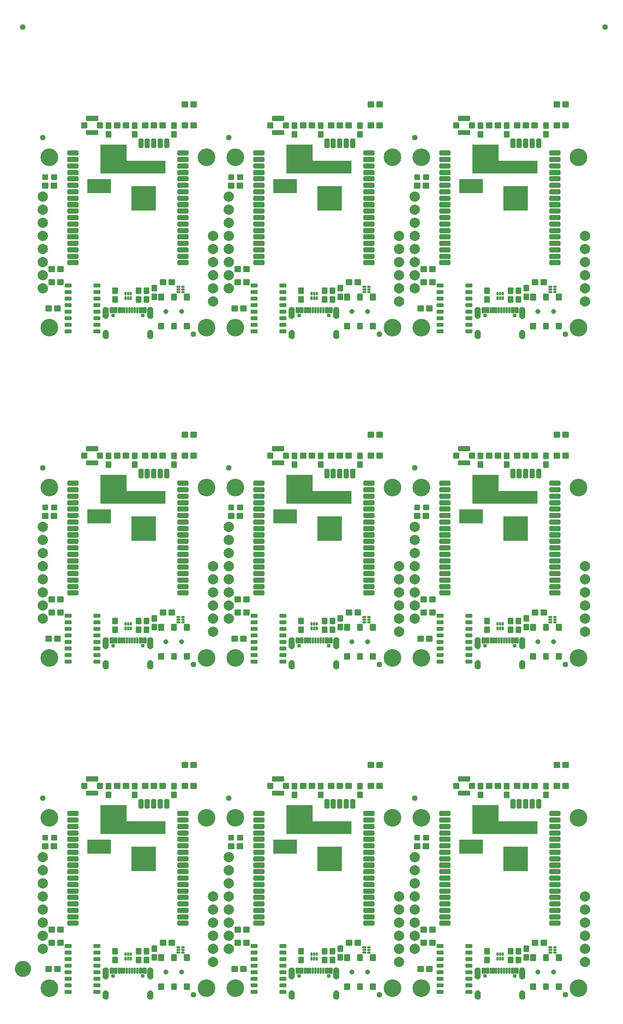
<source format=gts>
G04 EAGLE Gerber RS-274X export*
G75*
%MOMM*%
%FSLAX34Y34*%
%LPD*%
%INSoldermask Top*%
%IPPOS*%
%AMOC8*
5,1,8,0,0,1.08239X$1,22.5*%
G01*
%ADD10R,4.700000X4.700000*%
%ADD11C,0.635050*%
%ADD12R,4.600000X2.800000*%
%ADD13C,0.225400*%
%ADD14C,3.429000*%
%ADD15C,1.127000*%
%ADD16C,0.230578*%
%ADD17C,0.225369*%
%ADD18C,0.777000*%
%ADD19C,0.229969*%
%ADD20C,0.977000*%
%ADD21C,0.428259*%
%ADD22C,0.224709*%
%ADD23C,2.006600*%
%ADD24C,1.270000*%
%ADD25C,1.627000*%

G36*
X972165Y1604659D02*
X972165Y1604659D01*
X972165Y1604660D01*
X972165Y1629160D01*
X972161Y1629165D01*
X972160Y1629165D01*
X896165Y1629165D01*
X896165Y1660160D01*
X896161Y1660165D01*
X896160Y1660165D01*
X845660Y1660165D01*
X845655Y1660161D01*
X845655Y1660160D01*
X845655Y1604660D01*
X845659Y1604655D01*
X845660Y1604655D01*
X972160Y1604655D01*
X972165Y1604659D01*
G37*
G36*
X611485Y1604659D02*
X611485Y1604659D01*
X611485Y1604660D01*
X611485Y1629160D01*
X611481Y1629165D01*
X611480Y1629165D01*
X535485Y1629165D01*
X535485Y1660160D01*
X535481Y1660165D01*
X535480Y1660165D01*
X484980Y1660165D01*
X484975Y1660161D01*
X484975Y1660160D01*
X484975Y1604660D01*
X484979Y1604655D01*
X484980Y1604655D01*
X611480Y1604655D01*
X611485Y1604659D01*
G37*
G36*
X250805Y1604659D02*
X250805Y1604659D01*
X250805Y1604660D01*
X250805Y1629160D01*
X250801Y1629165D01*
X250800Y1629165D01*
X174805Y1629165D01*
X174805Y1660160D01*
X174801Y1660165D01*
X174800Y1660165D01*
X124300Y1660165D01*
X124295Y1660161D01*
X124295Y1660160D01*
X124295Y1604660D01*
X124299Y1604655D01*
X124300Y1604655D01*
X250800Y1604655D01*
X250805Y1604659D01*
G37*
G36*
X972165Y964579D02*
X972165Y964579D01*
X972165Y964580D01*
X972165Y989080D01*
X972161Y989085D01*
X972160Y989085D01*
X896165Y989085D01*
X896165Y1020080D01*
X896161Y1020085D01*
X896160Y1020085D01*
X845660Y1020085D01*
X845655Y1020081D01*
X845655Y1020080D01*
X845655Y964580D01*
X845659Y964575D01*
X845660Y964575D01*
X972160Y964575D01*
X972165Y964579D01*
G37*
G36*
X250805Y964579D02*
X250805Y964579D01*
X250805Y964580D01*
X250805Y989080D01*
X250801Y989085D01*
X250800Y989085D01*
X174805Y989085D01*
X174805Y1020080D01*
X174801Y1020085D01*
X174800Y1020085D01*
X124300Y1020085D01*
X124295Y1020081D01*
X124295Y1020080D01*
X124295Y964580D01*
X124299Y964575D01*
X124300Y964575D01*
X250800Y964575D01*
X250805Y964579D01*
G37*
G36*
X611485Y964579D02*
X611485Y964579D01*
X611485Y964580D01*
X611485Y989080D01*
X611481Y989085D01*
X611480Y989085D01*
X535485Y989085D01*
X535485Y1020080D01*
X535481Y1020085D01*
X535480Y1020085D01*
X484980Y1020085D01*
X484975Y1020081D01*
X484975Y1020080D01*
X484975Y964580D01*
X484979Y964575D01*
X484980Y964575D01*
X611480Y964575D01*
X611485Y964579D01*
G37*
G36*
X611485Y324499D02*
X611485Y324499D01*
X611485Y324500D01*
X611485Y349000D01*
X611481Y349005D01*
X611480Y349005D01*
X535485Y349005D01*
X535485Y380000D01*
X535481Y380005D01*
X535480Y380005D01*
X484980Y380005D01*
X484975Y380001D01*
X484975Y380000D01*
X484975Y324500D01*
X484979Y324495D01*
X484980Y324495D01*
X611480Y324495D01*
X611485Y324499D01*
G37*
G36*
X972165Y324499D02*
X972165Y324499D01*
X972165Y324500D01*
X972165Y349000D01*
X972161Y349005D01*
X972160Y349005D01*
X896165Y349005D01*
X896165Y380000D01*
X896161Y380005D01*
X896160Y380005D01*
X845660Y380005D01*
X845655Y380001D01*
X845655Y380000D01*
X845655Y324500D01*
X845659Y324495D01*
X845660Y324495D01*
X972160Y324495D01*
X972165Y324499D01*
G37*
G36*
X250805Y324499D02*
X250805Y324499D01*
X250805Y324500D01*
X250805Y349000D01*
X250801Y349005D01*
X250800Y349005D01*
X174805Y349005D01*
X174805Y380000D01*
X174801Y380005D01*
X174800Y380005D01*
X124300Y380005D01*
X124295Y380001D01*
X124295Y380000D01*
X124295Y324500D01*
X124299Y324495D01*
X124300Y324495D01*
X250800Y324495D01*
X250805Y324499D01*
G37*
G36*
X496564Y1323043D02*
X496564Y1323043D01*
X496570Y1323049D01*
X496575Y1323045D01*
X497805Y1323410D01*
X497810Y1323417D01*
X497815Y1323415D01*
X498934Y1324045D01*
X498937Y1324052D01*
X498943Y1324051D01*
X499893Y1324914D01*
X499894Y1324922D01*
X499900Y1324922D01*
X500634Y1325975D01*
X500634Y1325983D01*
X500639Y1325985D01*
X501121Y1327175D01*
X501119Y1327180D01*
X501123Y1327183D01*
X501122Y1327184D01*
X501124Y1327185D01*
X501329Y1328452D01*
X501326Y1328457D01*
X501329Y1328460D01*
X501329Y1340460D01*
X501326Y1340464D01*
X501329Y1340467D01*
X501174Y1341589D01*
X501169Y1341594D01*
X501172Y1341598D01*
X500801Y1342669D01*
X500795Y1342673D01*
X500797Y1342678D01*
X500224Y1343655D01*
X500218Y1343658D01*
X500219Y1343663D01*
X499466Y1344510D01*
X499459Y1344512D01*
X499459Y1344517D01*
X498556Y1345201D01*
X498549Y1345201D01*
X498548Y1345206D01*
X497529Y1345701D01*
X497522Y1345699D01*
X497520Y1345704D01*
X496423Y1345991D01*
X496417Y1345988D01*
X496414Y1345992D01*
X495283Y1346059D01*
X495277Y1346059D01*
X494146Y1345992D01*
X494141Y1345987D01*
X494137Y1345991D01*
X493040Y1345704D01*
X493036Y1345698D01*
X493031Y1345701D01*
X492012Y1345206D01*
X492009Y1345200D01*
X492004Y1345201D01*
X491101Y1344517D01*
X491099Y1344510D01*
X491094Y1344510D01*
X490341Y1343663D01*
X490341Y1343656D01*
X490336Y1343655D01*
X489763Y1342678D01*
X489764Y1342675D01*
X489763Y1342674D01*
X489764Y1342673D01*
X489764Y1342671D01*
X489759Y1342669D01*
X489388Y1341598D01*
X489390Y1341593D01*
X489387Y1341591D01*
X489387Y1341590D01*
X489386Y1341589D01*
X489231Y1340467D01*
X489234Y1340462D01*
X489231Y1340460D01*
X489231Y1328460D01*
X489234Y1328455D01*
X489231Y1328452D01*
X489436Y1327185D01*
X489442Y1327179D01*
X489439Y1327175D01*
X489921Y1325985D01*
X489928Y1325981D01*
X489926Y1325975D01*
X490660Y1324922D01*
X490668Y1324920D01*
X490667Y1324914D01*
X491617Y1324051D01*
X491626Y1324050D01*
X491626Y1324045D01*
X492745Y1323415D01*
X492753Y1323416D01*
X492755Y1323410D01*
X493985Y1323045D01*
X493993Y1323048D01*
X493996Y1323043D01*
X495277Y1322961D01*
X495281Y1322964D01*
X495283Y1322961D01*
X496564Y1323043D01*
G37*
G36*
X135884Y1323043D02*
X135884Y1323043D01*
X135890Y1323049D01*
X135895Y1323045D01*
X137125Y1323410D01*
X137130Y1323417D01*
X137135Y1323415D01*
X138254Y1324045D01*
X138257Y1324052D01*
X138263Y1324051D01*
X139213Y1324914D01*
X139214Y1324922D01*
X139220Y1324922D01*
X139954Y1325975D01*
X139954Y1325983D01*
X139959Y1325985D01*
X140441Y1327175D01*
X140439Y1327180D01*
X140443Y1327183D01*
X140442Y1327184D01*
X140444Y1327185D01*
X140649Y1328452D01*
X140646Y1328457D01*
X140649Y1328460D01*
X140649Y1340460D01*
X140646Y1340464D01*
X140649Y1340467D01*
X140494Y1341589D01*
X140489Y1341594D01*
X140492Y1341598D01*
X140121Y1342669D01*
X140115Y1342673D01*
X140117Y1342678D01*
X139544Y1343655D01*
X139538Y1343658D01*
X139539Y1343663D01*
X138786Y1344510D01*
X138779Y1344512D01*
X138779Y1344517D01*
X137876Y1345201D01*
X137869Y1345201D01*
X137868Y1345206D01*
X136849Y1345701D01*
X136842Y1345699D01*
X136840Y1345704D01*
X135743Y1345991D01*
X135737Y1345988D01*
X135734Y1345992D01*
X134603Y1346059D01*
X134597Y1346059D01*
X133466Y1345992D01*
X133461Y1345987D01*
X133457Y1345991D01*
X132360Y1345704D01*
X132356Y1345698D01*
X132351Y1345701D01*
X131332Y1345206D01*
X131329Y1345200D01*
X131324Y1345201D01*
X130421Y1344517D01*
X130419Y1344510D01*
X130414Y1344510D01*
X129661Y1343663D01*
X129661Y1343656D01*
X129656Y1343655D01*
X129083Y1342678D01*
X129084Y1342675D01*
X129083Y1342674D01*
X129084Y1342673D01*
X129084Y1342671D01*
X129079Y1342669D01*
X128708Y1341598D01*
X128710Y1341593D01*
X128707Y1341591D01*
X128707Y1341590D01*
X128706Y1341589D01*
X128551Y1340467D01*
X128554Y1340462D01*
X128551Y1340460D01*
X128551Y1328460D01*
X128554Y1328455D01*
X128551Y1328452D01*
X128756Y1327185D01*
X128762Y1327179D01*
X128759Y1327175D01*
X129241Y1325985D01*
X129248Y1325981D01*
X129246Y1325975D01*
X129980Y1324922D01*
X129988Y1324920D01*
X129987Y1324914D01*
X130937Y1324051D01*
X130946Y1324050D01*
X130946Y1324045D01*
X132065Y1323415D01*
X132073Y1323416D01*
X132075Y1323410D01*
X133305Y1323045D01*
X133313Y1323048D01*
X133316Y1323043D01*
X134597Y1322961D01*
X134601Y1322964D01*
X134603Y1322961D01*
X135884Y1323043D01*
G37*
G36*
X857244Y1323043D02*
X857244Y1323043D01*
X857250Y1323049D01*
X857255Y1323045D01*
X858485Y1323410D01*
X858490Y1323417D01*
X858495Y1323415D01*
X859614Y1324045D01*
X859617Y1324052D01*
X859623Y1324051D01*
X860573Y1324914D01*
X860574Y1324922D01*
X860580Y1324922D01*
X861314Y1325975D01*
X861314Y1325983D01*
X861319Y1325985D01*
X861801Y1327175D01*
X861799Y1327180D01*
X861803Y1327183D01*
X861802Y1327184D01*
X861804Y1327185D01*
X862009Y1328452D01*
X862006Y1328457D01*
X862009Y1328460D01*
X862009Y1340460D01*
X862006Y1340464D01*
X862009Y1340467D01*
X861854Y1341589D01*
X861849Y1341594D01*
X861852Y1341598D01*
X861481Y1342669D01*
X861475Y1342673D01*
X861477Y1342678D01*
X860904Y1343655D01*
X860898Y1343658D01*
X860899Y1343663D01*
X860146Y1344510D01*
X860139Y1344512D01*
X860139Y1344517D01*
X859236Y1345201D01*
X859229Y1345201D01*
X859228Y1345206D01*
X858209Y1345701D01*
X858202Y1345699D01*
X858200Y1345704D01*
X857103Y1345991D01*
X857097Y1345988D01*
X857094Y1345992D01*
X855963Y1346059D01*
X855957Y1346059D01*
X854826Y1345992D01*
X854821Y1345987D01*
X854817Y1345991D01*
X853720Y1345704D01*
X853716Y1345698D01*
X853711Y1345701D01*
X852692Y1345206D01*
X852689Y1345200D01*
X852684Y1345201D01*
X851781Y1344517D01*
X851779Y1344510D01*
X851774Y1344510D01*
X851021Y1343663D01*
X851021Y1343656D01*
X851016Y1343655D01*
X850443Y1342678D01*
X850444Y1342675D01*
X850443Y1342674D01*
X850444Y1342673D01*
X850444Y1342671D01*
X850439Y1342669D01*
X850068Y1341598D01*
X850070Y1341593D01*
X850067Y1341591D01*
X850067Y1341590D01*
X850066Y1341589D01*
X849911Y1340467D01*
X849914Y1340462D01*
X849911Y1340460D01*
X849911Y1328460D01*
X849914Y1328455D01*
X849911Y1328452D01*
X850116Y1327185D01*
X850122Y1327179D01*
X850119Y1327175D01*
X850601Y1325985D01*
X850608Y1325981D01*
X850606Y1325975D01*
X851340Y1324922D01*
X851348Y1324920D01*
X851347Y1324914D01*
X852297Y1324051D01*
X852306Y1324050D01*
X852306Y1324045D01*
X853425Y1323415D01*
X853433Y1323416D01*
X853435Y1323410D01*
X854665Y1323045D01*
X854673Y1323048D01*
X854676Y1323043D01*
X855957Y1322961D01*
X855961Y1322964D01*
X855963Y1322961D01*
X857244Y1323043D01*
G37*
G36*
X222284Y1323043D02*
X222284Y1323043D01*
X222290Y1323049D01*
X222295Y1323045D01*
X223525Y1323410D01*
X223530Y1323417D01*
X223535Y1323415D01*
X224654Y1324045D01*
X224657Y1324052D01*
X224663Y1324051D01*
X225613Y1324914D01*
X225614Y1324922D01*
X225620Y1324922D01*
X226354Y1325975D01*
X226354Y1325983D01*
X226359Y1325985D01*
X226841Y1327175D01*
X226839Y1327180D01*
X226843Y1327183D01*
X226842Y1327184D01*
X226844Y1327185D01*
X227049Y1328452D01*
X227046Y1328457D01*
X227049Y1328460D01*
X227049Y1340460D01*
X227046Y1340464D01*
X227049Y1340467D01*
X226894Y1341589D01*
X226889Y1341594D01*
X226892Y1341598D01*
X226521Y1342669D01*
X226515Y1342673D01*
X226517Y1342678D01*
X225944Y1343655D01*
X225938Y1343658D01*
X225939Y1343663D01*
X225186Y1344510D01*
X225179Y1344512D01*
X225179Y1344517D01*
X224276Y1345201D01*
X224269Y1345201D01*
X224268Y1345206D01*
X223249Y1345701D01*
X223242Y1345699D01*
X223240Y1345704D01*
X222143Y1345991D01*
X222137Y1345988D01*
X222134Y1345992D01*
X221003Y1346059D01*
X220997Y1346059D01*
X219866Y1345992D01*
X219861Y1345987D01*
X219857Y1345991D01*
X218760Y1345704D01*
X218756Y1345698D01*
X218751Y1345701D01*
X217732Y1345206D01*
X217729Y1345200D01*
X217724Y1345201D01*
X216821Y1344517D01*
X216819Y1344510D01*
X216814Y1344510D01*
X216061Y1343663D01*
X216061Y1343656D01*
X216056Y1343655D01*
X215483Y1342678D01*
X215484Y1342675D01*
X215483Y1342674D01*
X215484Y1342673D01*
X215484Y1342671D01*
X215479Y1342669D01*
X215108Y1341598D01*
X215110Y1341593D01*
X215107Y1341591D01*
X215107Y1341590D01*
X215106Y1341589D01*
X214951Y1340467D01*
X214954Y1340462D01*
X214951Y1340460D01*
X214951Y1328460D01*
X214954Y1328455D01*
X214951Y1328452D01*
X215156Y1327185D01*
X215162Y1327179D01*
X215159Y1327175D01*
X215641Y1325985D01*
X215648Y1325981D01*
X215646Y1325975D01*
X216380Y1324922D01*
X216388Y1324920D01*
X216387Y1324914D01*
X217337Y1324051D01*
X217346Y1324050D01*
X217346Y1324045D01*
X218465Y1323415D01*
X218473Y1323416D01*
X218475Y1323410D01*
X219705Y1323045D01*
X219713Y1323048D01*
X219716Y1323043D01*
X220997Y1322961D01*
X221001Y1322964D01*
X221003Y1322961D01*
X222284Y1323043D01*
G37*
G36*
X582964Y1323043D02*
X582964Y1323043D01*
X582970Y1323049D01*
X582975Y1323045D01*
X584205Y1323410D01*
X584210Y1323417D01*
X584215Y1323415D01*
X585334Y1324045D01*
X585337Y1324052D01*
X585343Y1324051D01*
X586293Y1324914D01*
X586294Y1324922D01*
X586300Y1324922D01*
X587034Y1325975D01*
X587034Y1325983D01*
X587039Y1325985D01*
X587521Y1327175D01*
X587519Y1327180D01*
X587523Y1327183D01*
X587522Y1327184D01*
X587524Y1327185D01*
X587729Y1328452D01*
X587726Y1328457D01*
X587729Y1328460D01*
X587729Y1340460D01*
X587726Y1340464D01*
X587729Y1340467D01*
X587574Y1341589D01*
X587569Y1341594D01*
X587572Y1341598D01*
X587201Y1342669D01*
X587195Y1342673D01*
X587197Y1342678D01*
X586624Y1343655D01*
X586618Y1343658D01*
X586619Y1343663D01*
X585866Y1344510D01*
X585859Y1344512D01*
X585859Y1344517D01*
X584956Y1345201D01*
X584949Y1345201D01*
X584948Y1345206D01*
X583929Y1345701D01*
X583922Y1345699D01*
X583920Y1345704D01*
X582823Y1345991D01*
X582817Y1345988D01*
X582814Y1345992D01*
X581683Y1346059D01*
X581677Y1346059D01*
X580546Y1345992D01*
X580541Y1345987D01*
X580537Y1345991D01*
X579440Y1345704D01*
X579436Y1345698D01*
X579431Y1345701D01*
X578412Y1345206D01*
X578409Y1345200D01*
X578404Y1345201D01*
X577501Y1344517D01*
X577499Y1344510D01*
X577494Y1344510D01*
X576741Y1343663D01*
X576741Y1343656D01*
X576736Y1343655D01*
X576163Y1342678D01*
X576164Y1342675D01*
X576163Y1342674D01*
X576164Y1342673D01*
X576164Y1342671D01*
X576159Y1342669D01*
X575788Y1341598D01*
X575790Y1341593D01*
X575787Y1341591D01*
X575787Y1341590D01*
X575786Y1341589D01*
X575631Y1340467D01*
X575634Y1340462D01*
X575631Y1340460D01*
X575631Y1328460D01*
X575634Y1328455D01*
X575631Y1328452D01*
X575836Y1327185D01*
X575842Y1327179D01*
X575839Y1327175D01*
X576321Y1325985D01*
X576328Y1325981D01*
X576326Y1325975D01*
X577060Y1324922D01*
X577068Y1324920D01*
X577067Y1324914D01*
X578017Y1324051D01*
X578026Y1324050D01*
X578026Y1324045D01*
X579145Y1323415D01*
X579153Y1323416D01*
X579155Y1323410D01*
X580385Y1323045D01*
X580393Y1323048D01*
X580396Y1323043D01*
X581677Y1322961D01*
X581681Y1322964D01*
X581683Y1322961D01*
X582964Y1323043D01*
G37*
G36*
X943644Y1323043D02*
X943644Y1323043D01*
X943650Y1323049D01*
X943655Y1323045D01*
X944885Y1323410D01*
X944890Y1323417D01*
X944895Y1323415D01*
X946014Y1324045D01*
X946017Y1324052D01*
X946023Y1324051D01*
X946973Y1324914D01*
X946974Y1324922D01*
X946980Y1324922D01*
X947714Y1325975D01*
X947714Y1325983D01*
X947719Y1325985D01*
X948201Y1327175D01*
X948199Y1327180D01*
X948203Y1327183D01*
X948202Y1327184D01*
X948204Y1327185D01*
X948409Y1328452D01*
X948406Y1328457D01*
X948409Y1328460D01*
X948409Y1340460D01*
X948406Y1340464D01*
X948409Y1340467D01*
X948254Y1341589D01*
X948249Y1341594D01*
X948252Y1341598D01*
X947881Y1342669D01*
X947875Y1342673D01*
X947877Y1342678D01*
X947304Y1343655D01*
X947298Y1343658D01*
X947299Y1343663D01*
X946546Y1344510D01*
X946539Y1344512D01*
X946539Y1344517D01*
X945636Y1345201D01*
X945629Y1345201D01*
X945628Y1345206D01*
X944609Y1345701D01*
X944602Y1345699D01*
X944600Y1345704D01*
X943503Y1345991D01*
X943497Y1345988D01*
X943494Y1345992D01*
X942363Y1346059D01*
X942357Y1346059D01*
X941226Y1345992D01*
X941221Y1345987D01*
X941217Y1345991D01*
X940120Y1345704D01*
X940116Y1345698D01*
X940111Y1345701D01*
X939092Y1345206D01*
X939089Y1345200D01*
X939084Y1345201D01*
X938181Y1344517D01*
X938179Y1344510D01*
X938174Y1344510D01*
X937421Y1343663D01*
X937421Y1343656D01*
X937416Y1343655D01*
X936843Y1342678D01*
X936844Y1342675D01*
X936843Y1342674D01*
X936844Y1342673D01*
X936844Y1342671D01*
X936839Y1342669D01*
X936468Y1341598D01*
X936470Y1341593D01*
X936467Y1341591D01*
X936467Y1341590D01*
X936466Y1341589D01*
X936311Y1340467D01*
X936314Y1340462D01*
X936311Y1340460D01*
X936311Y1328460D01*
X936314Y1328455D01*
X936311Y1328452D01*
X936516Y1327185D01*
X936522Y1327179D01*
X936519Y1327175D01*
X937001Y1325985D01*
X937008Y1325981D01*
X937006Y1325975D01*
X937740Y1324922D01*
X937748Y1324920D01*
X937747Y1324914D01*
X938697Y1324051D01*
X938706Y1324050D01*
X938706Y1324045D01*
X939825Y1323415D01*
X939833Y1323416D01*
X939835Y1323410D01*
X941065Y1323045D01*
X941073Y1323048D01*
X941076Y1323043D01*
X942357Y1322961D01*
X942361Y1322964D01*
X942363Y1322961D01*
X943644Y1323043D01*
G37*
G36*
X222284Y42883D02*
X222284Y42883D01*
X222290Y42889D01*
X222295Y42885D01*
X223525Y43250D01*
X223530Y43257D01*
X223535Y43255D01*
X224654Y43885D01*
X224657Y43892D01*
X224663Y43891D01*
X225613Y44754D01*
X225614Y44762D01*
X225620Y44762D01*
X226354Y45815D01*
X226354Y45823D01*
X226359Y45825D01*
X226841Y47015D01*
X226839Y47020D01*
X226843Y47023D01*
X226842Y47024D01*
X226844Y47025D01*
X227049Y48292D01*
X227046Y48297D01*
X227049Y48300D01*
X227049Y60300D01*
X227046Y60304D01*
X227049Y60307D01*
X226894Y61429D01*
X226889Y61434D01*
X226892Y61438D01*
X226521Y62509D01*
X226515Y62513D01*
X226517Y62518D01*
X225944Y63495D01*
X225938Y63498D01*
X225939Y63503D01*
X225186Y64350D01*
X225179Y64352D01*
X225179Y64357D01*
X224276Y65041D01*
X224269Y65041D01*
X224268Y65046D01*
X223249Y65541D01*
X223242Y65539D01*
X223240Y65544D01*
X222143Y65831D01*
X222137Y65828D01*
X222134Y65832D01*
X221003Y65899D01*
X220997Y65899D01*
X219866Y65832D01*
X219861Y65827D01*
X219857Y65831D01*
X218760Y65544D01*
X218756Y65538D01*
X218751Y65541D01*
X217732Y65046D01*
X217729Y65040D01*
X217724Y65041D01*
X216821Y64357D01*
X216819Y64350D01*
X216814Y64350D01*
X216061Y63503D01*
X216061Y63496D01*
X216056Y63495D01*
X215483Y62518D01*
X215484Y62515D01*
X215483Y62514D01*
X215484Y62513D01*
X215484Y62511D01*
X215479Y62509D01*
X215108Y61438D01*
X215110Y61433D01*
X215107Y61431D01*
X215107Y61430D01*
X215106Y61429D01*
X214951Y60307D01*
X214954Y60302D01*
X214951Y60300D01*
X214951Y48300D01*
X214954Y48295D01*
X214951Y48292D01*
X215156Y47025D01*
X215162Y47019D01*
X215159Y47015D01*
X215641Y45825D01*
X215648Y45821D01*
X215646Y45815D01*
X216380Y44762D01*
X216388Y44760D01*
X216387Y44754D01*
X217337Y43891D01*
X217346Y43890D01*
X217346Y43885D01*
X218465Y43255D01*
X218473Y43256D01*
X218475Y43250D01*
X219705Y42885D01*
X219713Y42888D01*
X219716Y42883D01*
X220997Y42801D01*
X221001Y42804D01*
X221003Y42801D01*
X222284Y42883D01*
G37*
G36*
X857244Y42883D02*
X857244Y42883D01*
X857250Y42889D01*
X857255Y42885D01*
X858485Y43250D01*
X858490Y43257D01*
X858495Y43255D01*
X859614Y43885D01*
X859617Y43892D01*
X859623Y43891D01*
X860573Y44754D01*
X860574Y44762D01*
X860580Y44762D01*
X861314Y45815D01*
X861314Y45823D01*
X861319Y45825D01*
X861801Y47015D01*
X861799Y47020D01*
X861803Y47023D01*
X861802Y47024D01*
X861804Y47025D01*
X862009Y48292D01*
X862006Y48297D01*
X862009Y48300D01*
X862009Y60300D01*
X862006Y60304D01*
X862009Y60307D01*
X861854Y61429D01*
X861849Y61434D01*
X861852Y61438D01*
X861481Y62509D01*
X861475Y62513D01*
X861477Y62518D01*
X860904Y63495D01*
X860898Y63498D01*
X860899Y63503D01*
X860146Y64350D01*
X860139Y64352D01*
X860139Y64357D01*
X859236Y65041D01*
X859229Y65041D01*
X859228Y65046D01*
X858209Y65541D01*
X858202Y65539D01*
X858200Y65544D01*
X857103Y65831D01*
X857097Y65828D01*
X857094Y65832D01*
X855963Y65899D01*
X855957Y65899D01*
X854826Y65832D01*
X854821Y65827D01*
X854817Y65831D01*
X853720Y65544D01*
X853716Y65538D01*
X853711Y65541D01*
X852692Y65046D01*
X852689Y65040D01*
X852684Y65041D01*
X851781Y64357D01*
X851779Y64350D01*
X851774Y64350D01*
X851021Y63503D01*
X851021Y63496D01*
X851016Y63495D01*
X850443Y62518D01*
X850444Y62515D01*
X850443Y62514D01*
X850444Y62513D01*
X850444Y62511D01*
X850439Y62509D01*
X850068Y61438D01*
X850070Y61433D01*
X850067Y61431D01*
X850067Y61430D01*
X850066Y61429D01*
X849911Y60307D01*
X849914Y60302D01*
X849911Y60300D01*
X849911Y48300D01*
X849914Y48295D01*
X849911Y48292D01*
X850116Y47025D01*
X850122Y47019D01*
X850119Y47015D01*
X850601Y45825D01*
X850608Y45821D01*
X850606Y45815D01*
X851340Y44762D01*
X851348Y44760D01*
X851347Y44754D01*
X852297Y43891D01*
X852306Y43890D01*
X852306Y43885D01*
X853425Y43255D01*
X853433Y43256D01*
X853435Y43250D01*
X854665Y42885D01*
X854673Y42888D01*
X854676Y42883D01*
X855957Y42801D01*
X855961Y42804D01*
X855963Y42801D01*
X857244Y42883D01*
G37*
G36*
X582964Y42883D02*
X582964Y42883D01*
X582970Y42889D01*
X582975Y42885D01*
X584205Y43250D01*
X584210Y43257D01*
X584215Y43255D01*
X585334Y43885D01*
X585337Y43892D01*
X585343Y43891D01*
X586293Y44754D01*
X586294Y44762D01*
X586300Y44762D01*
X587034Y45815D01*
X587034Y45823D01*
X587039Y45825D01*
X587521Y47015D01*
X587519Y47020D01*
X587523Y47023D01*
X587522Y47024D01*
X587524Y47025D01*
X587729Y48292D01*
X587726Y48297D01*
X587729Y48300D01*
X587729Y60300D01*
X587726Y60304D01*
X587729Y60307D01*
X587574Y61429D01*
X587569Y61434D01*
X587572Y61438D01*
X587201Y62509D01*
X587195Y62513D01*
X587197Y62518D01*
X586624Y63495D01*
X586618Y63498D01*
X586619Y63503D01*
X585866Y64350D01*
X585859Y64352D01*
X585859Y64357D01*
X584956Y65041D01*
X584949Y65041D01*
X584948Y65046D01*
X583929Y65541D01*
X583922Y65539D01*
X583920Y65544D01*
X582823Y65831D01*
X582817Y65828D01*
X582814Y65832D01*
X581683Y65899D01*
X581677Y65899D01*
X580546Y65832D01*
X580541Y65827D01*
X580537Y65831D01*
X579440Y65544D01*
X579436Y65538D01*
X579431Y65541D01*
X578412Y65046D01*
X578409Y65040D01*
X578404Y65041D01*
X577501Y64357D01*
X577499Y64350D01*
X577494Y64350D01*
X576741Y63503D01*
X576741Y63496D01*
X576736Y63495D01*
X576163Y62518D01*
X576164Y62515D01*
X576163Y62514D01*
X576164Y62513D01*
X576164Y62511D01*
X576159Y62509D01*
X575788Y61438D01*
X575790Y61433D01*
X575787Y61431D01*
X575787Y61430D01*
X575786Y61429D01*
X575631Y60307D01*
X575634Y60302D01*
X575631Y60300D01*
X575631Y48300D01*
X575634Y48295D01*
X575631Y48292D01*
X575836Y47025D01*
X575842Y47019D01*
X575839Y47015D01*
X576321Y45825D01*
X576328Y45821D01*
X576326Y45815D01*
X577060Y44762D01*
X577068Y44760D01*
X577067Y44754D01*
X578017Y43891D01*
X578026Y43890D01*
X578026Y43885D01*
X579145Y43255D01*
X579153Y43256D01*
X579155Y43250D01*
X580385Y42885D01*
X580393Y42888D01*
X580396Y42883D01*
X581677Y42801D01*
X581681Y42804D01*
X581683Y42801D01*
X582964Y42883D01*
G37*
G36*
X857244Y682963D02*
X857244Y682963D01*
X857250Y682969D01*
X857255Y682965D01*
X858485Y683330D01*
X858490Y683337D01*
X858495Y683335D01*
X859614Y683965D01*
X859617Y683972D01*
X859623Y683971D01*
X860573Y684834D01*
X860574Y684842D01*
X860580Y684842D01*
X861314Y685895D01*
X861314Y685903D01*
X861319Y685905D01*
X861801Y687095D01*
X861799Y687100D01*
X861803Y687103D01*
X861802Y687104D01*
X861804Y687105D01*
X862009Y688372D01*
X862006Y688377D01*
X862009Y688380D01*
X862009Y700380D01*
X862006Y700384D01*
X862009Y700387D01*
X861854Y701509D01*
X861849Y701514D01*
X861852Y701518D01*
X861481Y702589D01*
X861475Y702593D01*
X861477Y702598D01*
X860904Y703575D01*
X860898Y703578D01*
X860899Y703583D01*
X860146Y704430D01*
X860139Y704432D01*
X860139Y704437D01*
X859236Y705121D01*
X859229Y705121D01*
X859228Y705126D01*
X858209Y705621D01*
X858202Y705619D01*
X858200Y705624D01*
X857103Y705911D01*
X857097Y705908D01*
X857094Y705912D01*
X855963Y705979D01*
X855957Y705979D01*
X854826Y705912D01*
X854821Y705907D01*
X854817Y705911D01*
X853720Y705624D01*
X853716Y705618D01*
X853711Y705621D01*
X852692Y705126D01*
X852689Y705120D01*
X852684Y705121D01*
X851781Y704437D01*
X851779Y704430D01*
X851774Y704430D01*
X851021Y703583D01*
X851021Y703576D01*
X851016Y703575D01*
X850443Y702598D01*
X850444Y702595D01*
X850443Y702594D01*
X850444Y702593D01*
X850444Y702591D01*
X850439Y702589D01*
X850068Y701518D01*
X850070Y701513D01*
X850067Y701511D01*
X850067Y701510D01*
X850066Y701509D01*
X849911Y700387D01*
X849914Y700382D01*
X849911Y700380D01*
X849911Y688380D01*
X849914Y688375D01*
X849911Y688372D01*
X850116Y687105D01*
X850122Y687099D01*
X850119Y687095D01*
X850601Y685905D01*
X850608Y685901D01*
X850606Y685895D01*
X851340Y684842D01*
X851348Y684840D01*
X851347Y684834D01*
X852297Y683971D01*
X852306Y683970D01*
X852306Y683965D01*
X853425Y683335D01*
X853433Y683336D01*
X853435Y683330D01*
X854665Y682965D01*
X854673Y682968D01*
X854676Y682963D01*
X855957Y682881D01*
X855961Y682884D01*
X855963Y682881D01*
X857244Y682963D01*
G37*
G36*
X222284Y682963D02*
X222284Y682963D01*
X222290Y682969D01*
X222295Y682965D01*
X223525Y683330D01*
X223530Y683337D01*
X223535Y683335D01*
X224654Y683965D01*
X224657Y683972D01*
X224663Y683971D01*
X225613Y684834D01*
X225614Y684842D01*
X225620Y684842D01*
X226354Y685895D01*
X226354Y685903D01*
X226359Y685905D01*
X226841Y687095D01*
X226839Y687100D01*
X226843Y687103D01*
X226842Y687104D01*
X226844Y687105D01*
X227049Y688372D01*
X227046Y688377D01*
X227049Y688380D01*
X227049Y700380D01*
X227046Y700384D01*
X227049Y700387D01*
X226894Y701509D01*
X226889Y701514D01*
X226892Y701518D01*
X226521Y702589D01*
X226515Y702593D01*
X226517Y702598D01*
X225944Y703575D01*
X225938Y703578D01*
X225939Y703583D01*
X225186Y704430D01*
X225179Y704432D01*
X225179Y704437D01*
X224276Y705121D01*
X224269Y705121D01*
X224268Y705126D01*
X223249Y705621D01*
X223242Y705619D01*
X223240Y705624D01*
X222143Y705911D01*
X222137Y705908D01*
X222134Y705912D01*
X221003Y705979D01*
X220997Y705979D01*
X219866Y705912D01*
X219861Y705907D01*
X219857Y705911D01*
X218760Y705624D01*
X218756Y705618D01*
X218751Y705621D01*
X217732Y705126D01*
X217729Y705120D01*
X217724Y705121D01*
X216821Y704437D01*
X216819Y704430D01*
X216814Y704430D01*
X216061Y703583D01*
X216061Y703576D01*
X216056Y703575D01*
X215483Y702598D01*
X215484Y702595D01*
X215483Y702594D01*
X215484Y702593D01*
X215484Y702591D01*
X215479Y702589D01*
X215108Y701518D01*
X215110Y701513D01*
X215107Y701511D01*
X215107Y701510D01*
X215106Y701509D01*
X214951Y700387D01*
X214954Y700382D01*
X214951Y700380D01*
X214951Y688380D01*
X214954Y688375D01*
X214951Y688372D01*
X215156Y687105D01*
X215162Y687099D01*
X215159Y687095D01*
X215641Y685905D01*
X215648Y685901D01*
X215646Y685895D01*
X216380Y684842D01*
X216388Y684840D01*
X216387Y684834D01*
X217337Y683971D01*
X217346Y683970D01*
X217346Y683965D01*
X218465Y683335D01*
X218473Y683336D01*
X218475Y683330D01*
X219705Y682965D01*
X219713Y682968D01*
X219716Y682963D01*
X220997Y682881D01*
X221001Y682884D01*
X221003Y682881D01*
X222284Y682963D01*
G37*
G36*
X582964Y682963D02*
X582964Y682963D01*
X582970Y682969D01*
X582975Y682965D01*
X584205Y683330D01*
X584210Y683337D01*
X584215Y683335D01*
X585334Y683965D01*
X585337Y683972D01*
X585343Y683971D01*
X586293Y684834D01*
X586294Y684842D01*
X586300Y684842D01*
X587034Y685895D01*
X587034Y685903D01*
X587039Y685905D01*
X587521Y687095D01*
X587519Y687100D01*
X587523Y687103D01*
X587522Y687104D01*
X587524Y687105D01*
X587729Y688372D01*
X587726Y688377D01*
X587729Y688380D01*
X587729Y700380D01*
X587726Y700384D01*
X587729Y700387D01*
X587574Y701509D01*
X587569Y701514D01*
X587572Y701518D01*
X587201Y702589D01*
X587195Y702593D01*
X587197Y702598D01*
X586624Y703575D01*
X586618Y703578D01*
X586619Y703583D01*
X585866Y704430D01*
X585859Y704432D01*
X585859Y704437D01*
X584956Y705121D01*
X584949Y705121D01*
X584948Y705126D01*
X583929Y705621D01*
X583922Y705619D01*
X583920Y705624D01*
X582823Y705911D01*
X582817Y705908D01*
X582814Y705912D01*
X581683Y705979D01*
X581677Y705979D01*
X580546Y705912D01*
X580541Y705907D01*
X580537Y705911D01*
X579440Y705624D01*
X579436Y705618D01*
X579431Y705621D01*
X578412Y705126D01*
X578409Y705120D01*
X578404Y705121D01*
X577501Y704437D01*
X577499Y704430D01*
X577494Y704430D01*
X576741Y703583D01*
X576741Y703576D01*
X576736Y703575D01*
X576163Y702598D01*
X576164Y702595D01*
X576163Y702594D01*
X576164Y702593D01*
X576164Y702591D01*
X576159Y702589D01*
X575788Y701518D01*
X575790Y701513D01*
X575787Y701511D01*
X575787Y701510D01*
X575786Y701509D01*
X575631Y700387D01*
X575634Y700382D01*
X575631Y700380D01*
X575631Y688380D01*
X575634Y688375D01*
X575631Y688372D01*
X575836Y687105D01*
X575842Y687099D01*
X575839Y687095D01*
X576321Y685905D01*
X576328Y685901D01*
X576326Y685895D01*
X577060Y684842D01*
X577068Y684840D01*
X577067Y684834D01*
X578017Y683971D01*
X578026Y683970D01*
X578026Y683965D01*
X579145Y683335D01*
X579153Y683336D01*
X579155Y683330D01*
X580385Y682965D01*
X580393Y682968D01*
X580396Y682963D01*
X581677Y682881D01*
X581681Y682884D01*
X581683Y682881D01*
X582964Y682963D01*
G37*
G36*
X135884Y682963D02*
X135884Y682963D01*
X135890Y682969D01*
X135895Y682965D01*
X137125Y683330D01*
X137130Y683337D01*
X137135Y683335D01*
X138254Y683965D01*
X138257Y683972D01*
X138263Y683971D01*
X139213Y684834D01*
X139214Y684842D01*
X139220Y684842D01*
X139954Y685895D01*
X139954Y685903D01*
X139959Y685905D01*
X140441Y687095D01*
X140439Y687100D01*
X140443Y687103D01*
X140442Y687104D01*
X140444Y687105D01*
X140649Y688372D01*
X140646Y688377D01*
X140649Y688380D01*
X140649Y700380D01*
X140646Y700384D01*
X140649Y700387D01*
X140494Y701509D01*
X140489Y701514D01*
X140492Y701518D01*
X140121Y702589D01*
X140115Y702593D01*
X140117Y702598D01*
X139544Y703575D01*
X139538Y703578D01*
X139539Y703583D01*
X138786Y704430D01*
X138779Y704432D01*
X138779Y704437D01*
X137876Y705121D01*
X137869Y705121D01*
X137868Y705126D01*
X136849Y705621D01*
X136842Y705619D01*
X136840Y705624D01*
X135743Y705911D01*
X135737Y705908D01*
X135734Y705912D01*
X134603Y705979D01*
X134597Y705979D01*
X133466Y705912D01*
X133461Y705907D01*
X133457Y705911D01*
X132360Y705624D01*
X132356Y705618D01*
X132351Y705621D01*
X131332Y705126D01*
X131329Y705120D01*
X131324Y705121D01*
X130421Y704437D01*
X130419Y704430D01*
X130414Y704430D01*
X129661Y703583D01*
X129661Y703576D01*
X129656Y703575D01*
X129083Y702598D01*
X129084Y702595D01*
X129083Y702594D01*
X129084Y702593D01*
X129084Y702591D01*
X129079Y702589D01*
X128708Y701518D01*
X128710Y701513D01*
X128707Y701511D01*
X128707Y701510D01*
X128706Y701509D01*
X128551Y700387D01*
X128554Y700382D01*
X128551Y700380D01*
X128551Y688380D01*
X128554Y688375D01*
X128551Y688372D01*
X128756Y687105D01*
X128762Y687099D01*
X128759Y687095D01*
X129241Y685905D01*
X129248Y685901D01*
X129246Y685895D01*
X129980Y684842D01*
X129988Y684840D01*
X129987Y684834D01*
X130937Y683971D01*
X130946Y683970D01*
X130946Y683965D01*
X132065Y683335D01*
X132073Y683336D01*
X132075Y683330D01*
X133305Y682965D01*
X133313Y682968D01*
X133316Y682963D01*
X134597Y682881D01*
X134601Y682884D01*
X134603Y682881D01*
X135884Y682963D01*
G37*
G36*
X943644Y682963D02*
X943644Y682963D01*
X943650Y682969D01*
X943655Y682965D01*
X944885Y683330D01*
X944890Y683337D01*
X944895Y683335D01*
X946014Y683965D01*
X946017Y683972D01*
X946023Y683971D01*
X946973Y684834D01*
X946974Y684842D01*
X946980Y684842D01*
X947714Y685895D01*
X947714Y685903D01*
X947719Y685905D01*
X948201Y687095D01*
X948199Y687100D01*
X948203Y687103D01*
X948202Y687104D01*
X948204Y687105D01*
X948409Y688372D01*
X948406Y688377D01*
X948409Y688380D01*
X948409Y700380D01*
X948406Y700384D01*
X948409Y700387D01*
X948254Y701509D01*
X948249Y701514D01*
X948252Y701518D01*
X947881Y702589D01*
X947875Y702593D01*
X947877Y702598D01*
X947304Y703575D01*
X947298Y703578D01*
X947299Y703583D01*
X946546Y704430D01*
X946539Y704432D01*
X946539Y704437D01*
X945636Y705121D01*
X945629Y705121D01*
X945628Y705126D01*
X944609Y705621D01*
X944602Y705619D01*
X944600Y705624D01*
X943503Y705911D01*
X943497Y705908D01*
X943494Y705912D01*
X942363Y705979D01*
X942357Y705979D01*
X941226Y705912D01*
X941221Y705907D01*
X941217Y705911D01*
X940120Y705624D01*
X940116Y705618D01*
X940111Y705621D01*
X939092Y705126D01*
X939089Y705120D01*
X939084Y705121D01*
X938181Y704437D01*
X938179Y704430D01*
X938174Y704430D01*
X937421Y703583D01*
X937421Y703576D01*
X937416Y703575D01*
X936843Y702598D01*
X936844Y702595D01*
X936843Y702594D01*
X936844Y702593D01*
X936844Y702591D01*
X936839Y702589D01*
X936468Y701518D01*
X936470Y701513D01*
X936467Y701511D01*
X936467Y701510D01*
X936466Y701509D01*
X936311Y700387D01*
X936314Y700382D01*
X936311Y700380D01*
X936311Y688380D01*
X936314Y688375D01*
X936311Y688372D01*
X936516Y687105D01*
X936522Y687099D01*
X936519Y687095D01*
X937001Y685905D01*
X937008Y685901D01*
X937006Y685895D01*
X937740Y684842D01*
X937748Y684840D01*
X937747Y684834D01*
X938697Y683971D01*
X938706Y683970D01*
X938706Y683965D01*
X939825Y683335D01*
X939833Y683336D01*
X939835Y683330D01*
X941065Y682965D01*
X941073Y682968D01*
X941076Y682963D01*
X942357Y682881D01*
X942361Y682884D01*
X942363Y682881D01*
X943644Y682963D01*
G37*
G36*
X496564Y682963D02*
X496564Y682963D01*
X496570Y682969D01*
X496575Y682965D01*
X497805Y683330D01*
X497810Y683337D01*
X497815Y683335D01*
X498934Y683965D01*
X498937Y683972D01*
X498943Y683971D01*
X499893Y684834D01*
X499894Y684842D01*
X499900Y684842D01*
X500634Y685895D01*
X500634Y685903D01*
X500639Y685905D01*
X501121Y687095D01*
X501119Y687100D01*
X501123Y687103D01*
X501122Y687104D01*
X501124Y687105D01*
X501329Y688372D01*
X501326Y688377D01*
X501329Y688380D01*
X501329Y700380D01*
X501326Y700384D01*
X501329Y700387D01*
X501174Y701509D01*
X501169Y701514D01*
X501172Y701518D01*
X500801Y702589D01*
X500795Y702593D01*
X500797Y702598D01*
X500224Y703575D01*
X500218Y703578D01*
X500219Y703583D01*
X499466Y704430D01*
X499459Y704432D01*
X499459Y704437D01*
X498556Y705121D01*
X498549Y705121D01*
X498548Y705126D01*
X497529Y705621D01*
X497522Y705619D01*
X497520Y705624D01*
X496423Y705911D01*
X496417Y705908D01*
X496414Y705912D01*
X495283Y705979D01*
X495277Y705979D01*
X494146Y705912D01*
X494141Y705907D01*
X494137Y705911D01*
X493040Y705624D01*
X493036Y705618D01*
X493031Y705621D01*
X492012Y705126D01*
X492009Y705120D01*
X492004Y705121D01*
X491101Y704437D01*
X491099Y704430D01*
X491094Y704430D01*
X490341Y703583D01*
X490341Y703576D01*
X490336Y703575D01*
X489763Y702598D01*
X489764Y702595D01*
X489763Y702594D01*
X489764Y702593D01*
X489764Y702591D01*
X489759Y702589D01*
X489388Y701518D01*
X489390Y701513D01*
X489387Y701511D01*
X489387Y701510D01*
X489386Y701509D01*
X489231Y700387D01*
X489234Y700382D01*
X489231Y700380D01*
X489231Y688380D01*
X489234Y688375D01*
X489231Y688372D01*
X489436Y687105D01*
X489442Y687099D01*
X489439Y687095D01*
X489921Y685905D01*
X489928Y685901D01*
X489926Y685895D01*
X490660Y684842D01*
X490668Y684840D01*
X490667Y684834D01*
X491617Y683971D01*
X491626Y683970D01*
X491626Y683965D01*
X492745Y683335D01*
X492753Y683336D01*
X492755Y683330D01*
X493985Y682965D01*
X493993Y682968D01*
X493996Y682963D01*
X495277Y682881D01*
X495281Y682884D01*
X495283Y682881D01*
X496564Y682963D01*
G37*
G36*
X135884Y42883D02*
X135884Y42883D01*
X135890Y42889D01*
X135895Y42885D01*
X137125Y43250D01*
X137130Y43257D01*
X137135Y43255D01*
X138254Y43885D01*
X138257Y43892D01*
X138263Y43891D01*
X139213Y44754D01*
X139214Y44762D01*
X139220Y44762D01*
X139954Y45815D01*
X139954Y45823D01*
X139959Y45825D01*
X140441Y47015D01*
X140439Y47020D01*
X140443Y47023D01*
X140442Y47024D01*
X140444Y47025D01*
X140649Y48292D01*
X140646Y48297D01*
X140649Y48300D01*
X140649Y60300D01*
X140646Y60304D01*
X140649Y60307D01*
X140494Y61429D01*
X140489Y61434D01*
X140492Y61438D01*
X140121Y62509D01*
X140115Y62513D01*
X140117Y62518D01*
X139544Y63495D01*
X139538Y63498D01*
X139539Y63503D01*
X138786Y64350D01*
X138779Y64352D01*
X138779Y64357D01*
X137876Y65041D01*
X137869Y65041D01*
X137868Y65046D01*
X136849Y65541D01*
X136842Y65539D01*
X136840Y65544D01*
X135743Y65831D01*
X135737Y65828D01*
X135734Y65832D01*
X134603Y65899D01*
X134597Y65899D01*
X133466Y65832D01*
X133461Y65827D01*
X133457Y65831D01*
X132360Y65544D01*
X132356Y65538D01*
X132351Y65541D01*
X131332Y65046D01*
X131329Y65040D01*
X131324Y65041D01*
X130421Y64357D01*
X130419Y64350D01*
X130414Y64350D01*
X129661Y63503D01*
X129661Y63496D01*
X129656Y63495D01*
X129083Y62518D01*
X129084Y62515D01*
X129083Y62514D01*
X129084Y62513D01*
X129084Y62511D01*
X129079Y62509D01*
X128708Y61438D01*
X128710Y61433D01*
X128707Y61431D01*
X128707Y61430D01*
X128706Y61429D01*
X128551Y60307D01*
X128554Y60302D01*
X128551Y60300D01*
X128551Y48300D01*
X128554Y48295D01*
X128551Y48292D01*
X128756Y47025D01*
X128762Y47019D01*
X128759Y47015D01*
X129241Y45825D01*
X129248Y45821D01*
X129246Y45815D01*
X129980Y44762D01*
X129988Y44760D01*
X129987Y44754D01*
X130937Y43891D01*
X130946Y43890D01*
X130946Y43885D01*
X132065Y43255D01*
X132073Y43256D01*
X132075Y43250D01*
X133305Y42885D01*
X133313Y42888D01*
X133316Y42883D01*
X134597Y42801D01*
X134601Y42804D01*
X134603Y42801D01*
X135884Y42883D01*
G37*
G36*
X943644Y42883D02*
X943644Y42883D01*
X943650Y42889D01*
X943655Y42885D01*
X944885Y43250D01*
X944890Y43257D01*
X944895Y43255D01*
X946014Y43885D01*
X946017Y43892D01*
X946023Y43891D01*
X946973Y44754D01*
X946974Y44762D01*
X946980Y44762D01*
X947714Y45815D01*
X947714Y45823D01*
X947719Y45825D01*
X948201Y47015D01*
X948199Y47020D01*
X948203Y47023D01*
X948202Y47024D01*
X948204Y47025D01*
X948409Y48292D01*
X948406Y48297D01*
X948409Y48300D01*
X948409Y60300D01*
X948406Y60304D01*
X948409Y60307D01*
X948254Y61429D01*
X948249Y61434D01*
X948252Y61438D01*
X947881Y62509D01*
X947875Y62513D01*
X947877Y62518D01*
X947304Y63495D01*
X947298Y63498D01*
X947299Y63503D01*
X946546Y64350D01*
X946539Y64352D01*
X946539Y64357D01*
X945636Y65041D01*
X945629Y65041D01*
X945628Y65046D01*
X944609Y65541D01*
X944602Y65539D01*
X944600Y65544D01*
X943503Y65831D01*
X943497Y65828D01*
X943494Y65832D01*
X942363Y65899D01*
X942357Y65899D01*
X941226Y65832D01*
X941221Y65827D01*
X941217Y65831D01*
X940120Y65544D01*
X940116Y65538D01*
X940111Y65541D01*
X939092Y65046D01*
X939089Y65040D01*
X939084Y65041D01*
X938181Y64357D01*
X938179Y64350D01*
X938174Y64350D01*
X937421Y63503D01*
X937421Y63496D01*
X937416Y63495D01*
X936843Y62518D01*
X936844Y62515D01*
X936843Y62514D01*
X936844Y62513D01*
X936844Y62511D01*
X936839Y62509D01*
X936468Y61438D01*
X936470Y61433D01*
X936467Y61431D01*
X936467Y61430D01*
X936466Y61429D01*
X936311Y60307D01*
X936314Y60302D01*
X936311Y60300D01*
X936311Y48300D01*
X936314Y48295D01*
X936311Y48292D01*
X936516Y47025D01*
X936522Y47019D01*
X936519Y47015D01*
X937001Y45825D01*
X937008Y45821D01*
X937006Y45815D01*
X937740Y44762D01*
X937748Y44760D01*
X937747Y44754D01*
X938697Y43891D01*
X938706Y43890D01*
X938706Y43885D01*
X939825Y43255D01*
X939833Y43256D01*
X939835Y43250D01*
X941065Y42885D01*
X941073Y42888D01*
X941076Y42883D01*
X942357Y42801D01*
X942361Y42804D01*
X942363Y42801D01*
X943644Y42883D01*
G37*
G36*
X496564Y42883D02*
X496564Y42883D01*
X496570Y42889D01*
X496575Y42885D01*
X497805Y43250D01*
X497810Y43257D01*
X497815Y43255D01*
X498934Y43885D01*
X498937Y43892D01*
X498943Y43891D01*
X499893Y44754D01*
X499894Y44762D01*
X499900Y44762D01*
X500634Y45815D01*
X500634Y45823D01*
X500639Y45825D01*
X501121Y47015D01*
X501119Y47020D01*
X501123Y47023D01*
X501122Y47024D01*
X501124Y47025D01*
X501329Y48292D01*
X501326Y48297D01*
X501329Y48300D01*
X501329Y60300D01*
X501326Y60304D01*
X501329Y60307D01*
X501174Y61429D01*
X501169Y61434D01*
X501172Y61438D01*
X500801Y62509D01*
X500795Y62513D01*
X500797Y62518D01*
X500224Y63495D01*
X500218Y63498D01*
X500219Y63503D01*
X499466Y64350D01*
X499459Y64352D01*
X499459Y64357D01*
X498556Y65041D01*
X498549Y65041D01*
X498548Y65046D01*
X497529Y65541D01*
X497522Y65539D01*
X497520Y65544D01*
X496423Y65831D01*
X496417Y65828D01*
X496414Y65832D01*
X495283Y65899D01*
X495277Y65899D01*
X494146Y65832D01*
X494141Y65827D01*
X494137Y65831D01*
X493040Y65544D01*
X493036Y65538D01*
X493031Y65541D01*
X492012Y65046D01*
X492009Y65040D01*
X492004Y65041D01*
X491101Y64357D01*
X491099Y64350D01*
X491094Y64350D01*
X490341Y63503D01*
X490341Y63496D01*
X490336Y63495D01*
X489763Y62518D01*
X489764Y62515D01*
X489763Y62514D01*
X489764Y62513D01*
X489764Y62511D01*
X489759Y62509D01*
X489388Y61438D01*
X489390Y61433D01*
X489387Y61431D01*
X489387Y61430D01*
X489386Y61429D01*
X489231Y60307D01*
X489234Y60302D01*
X489231Y60300D01*
X489231Y48300D01*
X489234Y48295D01*
X489231Y48292D01*
X489436Y47025D01*
X489442Y47019D01*
X489439Y47015D01*
X489921Y45825D01*
X489928Y45821D01*
X489926Y45815D01*
X490660Y44762D01*
X490668Y44760D01*
X490667Y44754D01*
X491617Y43891D01*
X491626Y43890D01*
X491626Y43885D01*
X492745Y43255D01*
X492753Y43256D01*
X492755Y43250D01*
X493985Y42885D01*
X493993Y42888D01*
X493996Y42883D01*
X495277Y42801D01*
X495281Y42804D01*
X495283Y42801D01*
X496564Y42883D01*
G37*
G36*
X135771Y1283771D02*
X135771Y1283771D01*
X135776Y1283776D01*
X135780Y1283773D01*
X136903Y1284108D01*
X136907Y1284114D01*
X136911Y1284112D01*
X137947Y1284660D01*
X137950Y1284666D01*
X137955Y1284665D01*
X138863Y1285404D01*
X138865Y1285411D01*
X138870Y1285411D01*
X139617Y1286313D01*
X139617Y1286321D01*
X139623Y1286321D01*
X140179Y1287352D01*
X140178Y1287359D01*
X140183Y1287361D01*
X140527Y1288480D01*
X140525Y1288487D01*
X140529Y1288490D01*
X140649Y1289655D01*
X140647Y1289658D01*
X140649Y1289660D01*
X140649Y1295660D01*
X140647Y1295663D01*
X140649Y1295665D01*
X140538Y1296841D01*
X140533Y1296846D01*
X140536Y1296850D01*
X140198Y1297982D01*
X140192Y1297986D01*
X140194Y1297991D01*
X139642Y1299035D01*
X139635Y1299038D01*
X139637Y1299043D01*
X138891Y1299959D01*
X138884Y1299960D01*
X138884Y1299966D01*
X137975Y1300719D01*
X137967Y1300719D01*
X137967Y1300724D01*
X136927Y1301285D01*
X136920Y1301284D01*
X136918Y1301289D01*
X135789Y1301636D01*
X135783Y1301634D01*
X135780Y1301638D01*
X134605Y1301759D01*
X134598Y1301755D01*
X134594Y1301759D01*
X133254Y1301602D01*
X133248Y1301597D01*
X133243Y1301600D01*
X131972Y1301149D01*
X131967Y1301142D01*
X131962Y1301144D01*
X130823Y1300422D01*
X130820Y1300414D01*
X130814Y1300415D01*
X129864Y1299457D01*
X129863Y1299449D01*
X129857Y1299448D01*
X129144Y1298303D01*
X129145Y1298295D01*
X129139Y1298293D01*
X128699Y1297017D01*
X128701Y1297010D01*
X128697Y1297007D01*
X128551Y1295665D01*
X128553Y1295662D01*
X128551Y1295660D01*
X128551Y1289660D01*
X128553Y1289657D01*
X128551Y1289654D01*
X128706Y1288325D01*
X128712Y1288319D01*
X128709Y1288315D01*
X129156Y1287054D01*
X129163Y1287049D01*
X129161Y1287044D01*
X129878Y1285914D01*
X129885Y1285911D01*
X129884Y1285905D01*
X130835Y1284963D01*
X130843Y1284962D01*
X130843Y1284956D01*
X131979Y1284249D01*
X131987Y1284250D01*
X131989Y1284244D01*
X133254Y1283808D01*
X133259Y1283809D01*
X133260Y1283809D01*
X133263Y1283809D01*
X133265Y1283805D01*
X134595Y1283661D01*
X134601Y1283665D01*
X134605Y1283661D01*
X135771Y1283771D01*
G37*
G36*
X496451Y1283771D02*
X496451Y1283771D01*
X496456Y1283776D01*
X496460Y1283773D01*
X497583Y1284108D01*
X497587Y1284114D01*
X497591Y1284112D01*
X498627Y1284660D01*
X498630Y1284666D01*
X498635Y1284665D01*
X499543Y1285404D01*
X499545Y1285411D01*
X499550Y1285411D01*
X500297Y1286313D01*
X500297Y1286321D01*
X500303Y1286321D01*
X500859Y1287352D01*
X500858Y1287359D01*
X500863Y1287361D01*
X501207Y1288480D01*
X501205Y1288487D01*
X501209Y1288490D01*
X501329Y1289655D01*
X501327Y1289658D01*
X501329Y1289660D01*
X501329Y1295660D01*
X501327Y1295663D01*
X501329Y1295665D01*
X501218Y1296841D01*
X501213Y1296846D01*
X501216Y1296850D01*
X500878Y1297982D01*
X500872Y1297986D01*
X500874Y1297991D01*
X500322Y1299035D01*
X500315Y1299038D01*
X500317Y1299043D01*
X499571Y1299959D01*
X499564Y1299960D01*
X499564Y1299966D01*
X498655Y1300719D01*
X498647Y1300719D01*
X498647Y1300724D01*
X497607Y1301285D01*
X497600Y1301284D01*
X497598Y1301289D01*
X496469Y1301636D01*
X496463Y1301634D01*
X496460Y1301638D01*
X495285Y1301759D01*
X495278Y1301755D01*
X495274Y1301759D01*
X493934Y1301602D01*
X493928Y1301597D01*
X493923Y1301600D01*
X492652Y1301149D01*
X492647Y1301142D01*
X492642Y1301144D01*
X491503Y1300422D01*
X491500Y1300414D01*
X491494Y1300415D01*
X490544Y1299457D01*
X490543Y1299449D01*
X490537Y1299448D01*
X489824Y1298303D01*
X489825Y1298295D01*
X489819Y1298293D01*
X489379Y1297017D01*
X489381Y1297010D01*
X489377Y1297007D01*
X489231Y1295665D01*
X489233Y1295662D01*
X489231Y1295660D01*
X489231Y1289660D01*
X489233Y1289657D01*
X489231Y1289654D01*
X489386Y1288325D01*
X489392Y1288319D01*
X489389Y1288315D01*
X489836Y1287054D01*
X489843Y1287049D01*
X489841Y1287044D01*
X490558Y1285914D01*
X490565Y1285911D01*
X490564Y1285905D01*
X491515Y1284963D01*
X491523Y1284962D01*
X491523Y1284956D01*
X492659Y1284249D01*
X492667Y1284250D01*
X492669Y1284244D01*
X493934Y1283808D01*
X493939Y1283809D01*
X493940Y1283809D01*
X493943Y1283809D01*
X493945Y1283805D01*
X495275Y1283661D01*
X495281Y1283665D01*
X495285Y1283661D01*
X496451Y1283771D01*
G37*
G36*
X943531Y1283771D02*
X943531Y1283771D01*
X943536Y1283776D01*
X943540Y1283773D01*
X944663Y1284108D01*
X944667Y1284114D01*
X944671Y1284112D01*
X945707Y1284660D01*
X945710Y1284666D01*
X945715Y1284665D01*
X946623Y1285404D01*
X946625Y1285411D01*
X946630Y1285411D01*
X947377Y1286313D01*
X947377Y1286321D01*
X947383Y1286321D01*
X947939Y1287352D01*
X947938Y1287359D01*
X947943Y1287361D01*
X948287Y1288480D01*
X948285Y1288487D01*
X948289Y1288490D01*
X948409Y1289655D01*
X948407Y1289658D01*
X948409Y1289660D01*
X948409Y1295660D01*
X948407Y1295663D01*
X948409Y1295665D01*
X948298Y1296841D01*
X948293Y1296846D01*
X948296Y1296850D01*
X947958Y1297982D01*
X947952Y1297986D01*
X947954Y1297991D01*
X947402Y1299035D01*
X947395Y1299038D01*
X947397Y1299043D01*
X946651Y1299959D01*
X946644Y1299960D01*
X946644Y1299966D01*
X945735Y1300719D01*
X945727Y1300719D01*
X945727Y1300724D01*
X944687Y1301285D01*
X944680Y1301284D01*
X944678Y1301289D01*
X943549Y1301636D01*
X943543Y1301634D01*
X943540Y1301638D01*
X942365Y1301759D01*
X942358Y1301755D01*
X942354Y1301759D01*
X941014Y1301602D01*
X941008Y1301597D01*
X941003Y1301600D01*
X939732Y1301149D01*
X939727Y1301142D01*
X939722Y1301144D01*
X938583Y1300422D01*
X938580Y1300414D01*
X938574Y1300415D01*
X937624Y1299457D01*
X937623Y1299449D01*
X937617Y1299448D01*
X936904Y1298303D01*
X936905Y1298295D01*
X936899Y1298293D01*
X936459Y1297017D01*
X936461Y1297010D01*
X936457Y1297007D01*
X936311Y1295665D01*
X936313Y1295662D01*
X936311Y1295660D01*
X936311Y1289660D01*
X936313Y1289657D01*
X936311Y1289654D01*
X936466Y1288325D01*
X936472Y1288319D01*
X936469Y1288315D01*
X936916Y1287054D01*
X936923Y1287049D01*
X936921Y1287044D01*
X937638Y1285914D01*
X937645Y1285911D01*
X937644Y1285905D01*
X938595Y1284963D01*
X938603Y1284962D01*
X938603Y1284956D01*
X939739Y1284249D01*
X939747Y1284250D01*
X939749Y1284244D01*
X941014Y1283808D01*
X941019Y1283809D01*
X941020Y1283809D01*
X941023Y1283809D01*
X941025Y1283805D01*
X942355Y1283661D01*
X942361Y1283665D01*
X942365Y1283661D01*
X943531Y1283771D01*
G37*
G36*
X582851Y1283771D02*
X582851Y1283771D01*
X582856Y1283776D01*
X582860Y1283773D01*
X583983Y1284108D01*
X583987Y1284114D01*
X583991Y1284112D01*
X585027Y1284660D01*
X585030Y1284666D01*
X585035Y1284665D01*
X585943Y1285404D01*
X585945Y1285411D01*
X585950Y1285411D01*
X586697Y1286313D01*
X586697Y1286321D01*
X586703Y1286321D01*
X587259Y1287352D01*
X587258Y1287359D01*
X587263Y1287361D01*
X587607Y1288480D01*
X587605Y1288487D01*
X587609Y1288490D01*
X587729Y1289655D01*
X587727Y1289658D01*
X587729Y1289660D01*
X587729Y1295660D01*
X587727Y1295663D01*
X587729Y1295665D01*
X587618Y1296841D01*
X587613Y1296846D01*
X587616Y1296850D01*
X587278Y1297982D01*
X587272Y1297986D01*
X587274Y1297991D01*
X586722Y1299035D01*
X586715Y1299038D01*
X586717Y1299043D01*
X585971Y1299959D01*
X585964Y1299960D01*
X585964Y1299966D01*
X585055Y1300719D01*
X585047Y1300719D01*
X585047Y1300724D01*
X584007Y1301285D01*
X584000Y1301284D01*
X583998Y1301289D01*
X582869Y1301636D01*
X582863Y1301634D01*
X582860Y1301638D01*
X581685Y1301759D01*
X581678Y1301755D01*
X581674Y1301759D01*
X580334Y1301602D01*
X580328Y1301597D01*
X580323Y1301600D01*
X579052Y1301149D01*
X579047Y1301142D01*
X579042Y1301144D01*
X577903Y1300422D01*
X577900Y1300414D01*
X577894Y1300415D01*
X576944Y1299457D01*
X576943Y1299449D01*
X576937Y1299448D01*
X576224Y1298303D01*
X576225Y1298295D01*
X576219Y1298293D01*
X575779Y1297017D01*
X575781Y1297010D01*
X575777Y1297007D01*
X575631Y1295665D01*
X575633Y1295662D01*
X575631Y1295660D01*
X575631Y1289660D01*
X575633Y1289657D01*
X575631Y1289654D01*
X575786Y1288325D01*
X575792Y1288319D01*
X575789Y1288315D01*
X576236Y1287054D01*
X576243Y1287049D01*
X576241Y1287044D01*
X576958Y1285914D01*
X576965Y1285911D01*
X576964Y1285905D01*
X577915Y1284963D01*
X577923Y1284962D01*
X577923Y1284956D01*
X579059Y1284249D01*
X579067Y1284250D01*
X579069Y1284244D01*
X580334Y1283808D01*
X580339Y1283809D01*
X580340Y1283809D01*
X580343Y1283809D01*
X580345Y1283805D01*
X581675Y1283661D01*
X581681Y1283665D01*
X581685Y1283661D01*
X582851Y1283771D01*
G37*
G36*
X222171Y1283771D02*
X222171Y1283771D01*
X222176Y1283776D01*
X222180Y1283773D01*
X223303Y1284108D01*
X223307Y1284114D01*
X223311Y1284112D01*
X224347Y1284660D01*
X224350Y1284666D01*
X224355Y1284665D01*
X225263Y1285404D01*
X225265Y1285411D01*
X225270Y1285411D01*
X226017Y1286313D01*
X226017Y1286321D01*
X226023Y1286321D01*
X226579Y1287352D01*
X226578Y1287359D01*
X226583Y1287361D01*
X226927Y1288480D01*
X226925Y1288487D01*
X226929Y1288490D01*
X227049Y1289655D01*
X227047Y1289658D01*
X227049Y1289660D01*
X227049Y1295660D01*
X227047Y1295663D01*
X227049Y1295665D01*
X226938Y1296841D01*
X226933Y1296846D01*
X226936Y1296850D01*
X226598Y1297982D01*
X226592Y1297986D01*
X226594Y1297991D01*
X226042Y1299035D01*
X226035Y1299038D01*
X226037Y1299043D01*
X225291Y1299959D01*
X225284Y1299960D01*
X225284Y1299966D01*
X224375Y1300719D01*
X224367Y1300719D01*
X224367Y1300724D01*
X223327Y1301285D01*
X223320Y1301284D01*
X223318Y1301289D01*
X222189Y1301636D01*
X222183Y1301634D01*
X222180Y1301638D01*
X221005Y1301759D01*
X220998Y1301755D01*
X220994Y1301759D01*
X219654Y1301602D01*
X219648Y1301597D01*
X219643Y1301600D01*
X218372Y1301149D01*
X218367Y1301142D01*
X218362Y1301144D01*
X217223Y1300422D01*
X217220Y1300414D01*
X217214Y1300415D01*
X216264Y1299457D01*
X216263Y1299449D01*
X216257Y1299448D01*
X215544Y1298303D01*
X215545Y1298295D01*
X215539Y1298293D01*
X215099Y1297017D01*
X215101Y1297010D01*
X215097Y1297007D01*
X214951Y1295665D01*
X214953Y1295662D01*
X214951Y1295660D01*
X214951Y1289660D01*
X214953Y1289657D01*
X214951Y1289654D01*
X215106Y1288325D01*
X215112Y1288319D01*
X215109Y1288315D01*
X215556Y1287054D01*
X215563Y1287049D01*
X215561Y1287044D01*
X216278Y1285914D01*
X216285Y1285911D01*
X216284Y1285905D01*
X217235Y1284963D01*
X217243Y1284962D01*
X217243Y1284956D01*
X218379Y1284249D01*
X218387Y1284250D01*
X218389Y1284244D01*
X219654Y1283808D01*
X219659Y1283809D01*
X219660Y1283809D01*
X219663Y1283809D01*
X219665Y1283805D01*
X220995Y1283661D01*
X221001Y1283665D01*
X221005Y1283661D01*
X222171Y1283771D01*
G37*
G36*
X857131Y1283771D02*
X857131Y1283771D01*
X857136Y1283776D01*
X857140Y1283773D01*
X858263Y1284108D01*
X858267Y1284114D01*
X858271Y1284112D01*
X859307Y1284660D01*
X859310Y1284666D01*
X859315Y1284665D01*
X860223Y1285404D01*
X860225Y1285411D01*
X860230Y1285411D01*
X860977Y1286313D01*
X860977Y1286321D01*
X860983Y1286321D01*
X861539Y1287352D01*
X861538Y1287359D01*
X861543Y1287361D01*
X861887Y1288480D01*
X861885Y1288487D01*
X861889Y1288490D01*
X862009Y1289655D01*
X862007Y1289658D01*
X862009Y1289660D01*
X862009Y1295660D01*
X862007Y1295663D01*
X862009Y1295665D01*
X861898Y1296841D01*
X861893Y1296846D01*
X861896Y1296850D01*
X861558Y1297982D01*
X861552Y1297986D01*
X861554Y1297991D01*
X861002Y1299035D01*
X860995Y1299038D01*
X860997Y1299043D01*
X860251Y1299959D01*
X860244Y1299960D01*
X860244Y1299966D01*
X859335Y1300719D01*
X859327Y1300719D01*
X859327Y1300724D01*
X858287Y1301285D01*
X858280Y1301284D01*
X858278Y1301289D01*
X857149Y1301636D01*
X857143Y1301634D01*
X857140Y1301638D01*
X855965Y1301759D01*
X855958Y1301755D01*
X855954Y1301759D01*
X854614Y1301602D01*
X854608Y1301597D01*
X854603Y1301600D01*
X853332Y1301149D01*
X853327Y1301142D01*
X853322Y1301144D01*
X852183Y1300422D01*
X852180Y1300414D01*
X852174Y1300415D01*
X851224Y1299457D01*
X851223Y1299449D01*
X851217Y1299448D01*
X850504Y1298303D01*
X850505Y1298295D01*
X850499Y1298293D01*
X850059Y1297017D01*
X850061Y1297010D01*
X850057Y1297007D01*
X849911Y1295665D01*
X849913Y1295662D01*
X849911Y1295660D01*
X849911Y1289660D01*
X849913Y1289657D01*
X849911Y1289654D01*
X850066Y1288325D01*
X850072Y1288319D01*
X850069Y1288315D01*
X850516Y1287054D01*
X850523Y1287049D01*
X850521Y1287044D01*
X851238Y1285914D01*
X851245Y1285911D01*
X851244Y1285905D01*
X852195Y1284963D01*
X852203Y1284962D01*
X852203Y1284956D01*
X853339Y1284249D01*
X853347Y1284250D01*
X853349Y1284244D01*
X854614Y1283808D01*
X854619Y1283809D01*
X854620Y1283809D01*
X854623Y1283809D01*
X854625Y1283805D01*
X855955Y1283661D01*
X855961Y1283665D01*
X855965Y1283661D01*
X857131Y1283771D01*
G37*
G36*
X582851Y643691D02*
X582851Y643691D01*
X582856Y643696D01*
X582860Y643693D01*
X583983Y644028D01*
X583987Y644034D01*
X583991Y644032D01*
X585027Y644580D01*
X585030Y644586D01*
X585035Y644585D01*
X585943Y645324D01*
X585945Y645331D01*
X585950Y645331D01*
X586697Y646233D01*
X586697Y646241D01*
X586703Y646241D01*
X587259Y647272D01*
X587258Y647279D01*
X587263Y647281D01*
X587607Y648400D01*
X587605Y648407D01*
X587609Y648410D01*
X587729Y649575D01*
X587727Y649578D01*
X587729Y649580D01*
X587729Y655580D01*
X587727Y655583D01*
X587729Y655585D01*
X587618Y656761D01*
X587613Y656766D01*
X587616Y656770D01*
X587278Y657902D01*
X587272Y657906D01*
X587274Y657911D01*
X586722Y658955D01*
X586715Y658958D01*
X586717Y658963D01*
X585971Y659879D01*
X585964Y659880D01*
X585964Y659886D01*
X585055Y660639D01*
X585047Y660639D01*
X585047Y660644D01*
X584007Y661205D01*
X584000Y661204D01*
X583998Y661209D01*
X582869Y661556D01*
X582863Y661554D01*
X582860Y661558D01*
X581685Y661679D01*
X581678Y661675D01*
X581674Y661679D01*
X580334Y661522D01*
X580328Y661517D01*
X580323Y661520D01*
X579052Y661069D01*
X579047Y661062D01*
X579042Y661064D01*
X577903Y660342D01*
X577900Y660334D01*
X577894Y660335D01*
X576944Y659377D01*
X576943Y659369D01*
X576937Y659368D01*
X576224Y658223D01*
X576225Y658215D01*
X576219Y658213D01*
X575779Y656937D01*
X575781Y656930D01*
X575777Y656927D01*
X575631Y655585D01*
X575633Y655582D01*
X575631Y655580D01*
X575631Y649580D01*
X575633Y649577D01*
X575631Y649574D01*
X575786Y648245D01*
X575792Y648239D01*
X575789Y648235D01*
X576236Y646974D01*
X576243Y646969D01*
X576241Y646964D01*
X576958Y645834D01*
X576965Y645831D01*
X576964Y645825D01*
X577915Y644883D01*
X577923Y644882D01*
X577923Y644876D01*
X579059Y644169D01*
X579067Y644170D01*
X579069Y644164D01*
X580334Y643728D01*
X580339Y643729D01*
X580340Y643729D01*
X580343Y643729D01*
X580345Y643725D01*
X581675Y643581D01*
X581681Y643585D01*
X581685Y643581D01*
X582851Y643691D01*
G37*
G36*
X135771Y643691D02*
X135771Y643691D01*
X135776Y643696D01*
X135780Y643693D01*
X136903Y644028D01*
X136907Y644034D01*
X136911Y644032D01*
X137947Y644580D01*
X137950Y644586D01*
X137955Y644585D01*
X138863Y645324D01*
X138865Y645331D01*
X138870Y645331D01*
X139617Y646233D01*
X139617Y646241D01*
X139623Y646241D01*
X140179Y647272D01*
X140178Y647279D01*
X140183Y647281D01*
X140527Y648400D01*
X140525Y648407D01*
X140529Y648410D01*
X140649Y649575D01*
X140647Y649578D01*
X140649Y649580D01*
X140649Y655580D01*
X140647Y655583D01*
X140649Y655585D01*
X140538Y656761D01*
X140533Y656766D01*
X140536Y656770D01*
X140198Y657902D01*
X140192Y657906D01*
X140194Y657911D01*
X139642Y658955D01*
X139635Y658958D01*
X139637Y658963D01*
X138891Y659879D01*
X138884Y659880D01*
X138884Y659886D01*
X137975Y660639D01*
X137967Y660639D01*
X137967Y660644D01*
X136927Y661205D01*
X136920Y661204D01*
X136918Y661209D01*
X135789Y661556D01*
X135783Y661554D01*
X135780Y661558D01*
X134605Y661679D01*
X134598Y661675D01*
X134594Y661679D01*
X133254Y661522D01*
X133248Y661517D01*
X133243Y661520D01*
X131972Y661069D01*
X131967Y661062D01*
X131962Y661064D01*
X130823Y660342D01*
X130820Y660334D01*
X130814Y660335D01*
X129864Y659377D01*
X129863Y659369D01*
X129857Y659368D01*
X129144Y658223D01*
X129145Y658215D01*
X129139Y658213D01*
X128699Y656937D01*
X128701Y656930D01*
X128697Y656927D01*
X128551Y655585D01*
X128553Y655582D01*
X128551Y655580D01*
X128551Y649580D01*
X128553Y649577D01*
X128551Y649574D01*
X128706Y648245D01*
X128712Y648239D01*
X128709Y648235D01*
X129156Y646974D01*
X129163Y646969D01*
X129161Y646964D01*
X129878Y645834D01*
X129885Y645831D01*
X129884Y645825D01*
X130835Y644883D01*
X130843Y644882D01*
X130843Y644876D01*
X131979Y644169D01*
X131987Y644170D01*
X131989Y644164D01*
X133254Y643728D01*
X133259Y643729D01*
X133260Y643729D01*
X133263Y643729D01*
X133265Y643725D01*
X134595Y643581D01*
X134601Y643585D01*
X134605Y643581D01*
X135771Y643691D01*
G37*
G36*
X496451Y643691D02*
X496451Y643691D01*
X496456Y643696D01*
X496460Y643693D01*
X497583Y644028D01*
X497587Y644034D01*
X497591Y644032D01*
X498627Y644580D01*
X498630Y644586D01*
X498635Y644585D01*
X499543Y645324D01*
X499545Y645331D01*
X499550Y645331D01*
X500297Y646233D01*
X500297Y646241D01*
X500303Y646241D01*
X500859Y647272D01*
X500858Y647279D01*
X500863Y647281D01*
X501207Y648400D01*
X501205Y648407D01*
X501209Y648410D01*
X501329Y649575D01*
X501327Y649578D01*
X501329Y649580D01*
X501329Y655580D01*
X501327Y655583D01*
X501329Y655585D01*
X501218Y656761D01*
X501213Y656766D01*
X501216Y656770D01*
X500878Y657902D01*
X500872Y657906D01*
X500874Y657911D01*
X500322Y658955D01*
X500315Y658958D01*
X500317Y658963D01*
X499571Y659879D01*
X499564Y659880D01*
X499564Y659886D01*
X498655Y660639D01*
X498647Y660639D01*
X498647Y660644D01*
X497607Y661205D01*
X497600Y661204D01*
X497598Y661209D01*
X496469Y661556D01*
X496463Y661554D01*
X496460Y661558D01*
X495285Y661679D01*
X495278Y661675D01*
X495274Y661679D01*
X493934Y661522D01*
X493928Y661517D01*
X493923Y661520D01*
X492652Y661069D01*
X492647Y661062D01*
X492642Y661064D01*
X491503Y660342D01*
X491500Y660334D01*
X491494Y660335D01*
X490544Y659377D01*
X490543Y659369D01*
X490537Y659368D01*
X489824Y658223D01*
X489825Y658215D01*
X489819Y658213D01*
X489379Y656937D01*
X489381Y656930D01*
X489377Y656927D01*
X489231Y655585D01*
X489233Y655582D01*
X489231Y655580D01*
X489231Y649580D01*
X489233Y649577D01*
X489231Y649574D01*
X489386Y648245D01*
X489392Y648239D01*
X489389Y648235D01*
X489836Y646974D01*
X489843Y646969D01*
X489841Y646964D01*
X490558Y645834D01*
X490565Y645831D01*
X490564Y645825D01*
X491515Y644883D01*
X491523Y644882D01*
X491523Y644876D01*
X492659Y644169D01*
X492667Y644170D01*
X492669Y644164D01*
X493934Y643728D01*
X493939Y643729D01*
X493940Y643729D01*
X493943Y643729D01*
X493945Y643725D01*
X495275Y643581D01*
X495281Y643585D01*
X495285Y643581D01*
X496451Y643691D01*
G37*
G36*
X857131Y643691D02*
X857131Y643691D01*
X857136Y643696D01*
X857140Y643693D01*
X858263Y644028D01*
X858267Y644034D01*
X858271Y644032D01*
X859307Y644580D01*
X859310Y644586D01*
X859315Y644585D01*
X860223Y645324D01*
X860225Y645331D01*
X860230Y645331D01*
X860977Y646233D01*
X860977Y646241D01*
X860983Y646241D01*
X861539Y647272D01*
X861538Y647279D01*
X861543Y647281D01*
X861887Y648400D01*
X861885Y648407D01*
X861889Y648410D01*
X862009Y649575D01*
X862007Y649578D01*
X862009Y649580D01*
X862009Y655580D01*
X862007Y655583D01*
X862009Y655585D01*
X861898Y656761D01*
X861893Y656766D01*
X861896Y656770D01*
X861558Y657902D01*
X861552Y657906D01*
X861554Y657911D01*
X861002Y658955D01*
X860995Y658958D01*
X860997Y658963D01*
X860251Y659879D01*
X860244Y659880D01*
X860244Y659886D01*
X859335Y660639D01*
X859327Y660639D01*
X859327Y660644D01*
X858287Y661205D01*
X858280Y661204D01*
X858278Y661209D01*
X857149Y661556D01*
X857143Y661554D01*
X857140Y661558D01*
X855965Y661679D01*
X855958Y661675D01*
X855954Y661679D01*
X854614Y661522D01*
X854608Y661517D01*
X854603Y661520D01*
X853332Y661069D01*
X853327Y661062D01*
X853322Y661064D01*
X852183Y660342D01*
X852180Y660334D01*
X852174Y660335D01*
X851224Y659377D01*
X851223Y659369D01*
X851217Y659368D01*
X850504Y658223D01*
X850505Y658215D01*
X850499Y658213D01*
X850059Y656937D01*
X850061Y656930D01*
X850057Y656927D01*
X849911Y655585D01*
X849913Y655582D01*
X849911Y655580D01*
X849911Y649580D01*
X849913Y649577D01*
X849911Y649574D01*
X850066Y648245D01*
X850072Y648239D01*
X850069Y648235D01*
X850516Y646974D01*
X850523Y646969D01*
X850521Y646964D01*
X851238Y645834D01*
X851245Y645831D01*
X851244Y645825D01*
X852195Y644883D01*
X852203Y644882D01*
X852203Y644876D01*
X853339Y644169D01*
X853347Y644170D01*
X853349Y644164D01*
X854614Y643728D01*
X854619Y643729D01*
X854620Y643729D01*
X854623Y643729D01*
X854625Y643725D01*
X855955Y643581D01*
X855961Y643585D01*
X855965Y643581D01*
X857131Y643691D01*
G37*
G36*
X222171Y643691D02*
X222171Y643691D01*
X222176Y643696D01*
X222180Y643693D01*
X223303Y644028D01*
X223307Y644034D01*
X223311Y644032D01*
X224347Y644580D01*
X224350Y644586D01*
X224355Y644585D01*
X225263Y645324D01*
X225265Y645331D01*
X225270Y645331D01*
X226017Y646233D01*
X226017Y646241D01*
X226023Y646241D01*
X226579Y647272D01*
X226578Y647279D01*
X226583Y647281D01*
X226927Y648400D01*
X226925Y648407D01*
X226929Y648410D01*
X227049Y649575D01*
X227047Y649578D01*
X227049Y649580D01*
X227049Y655580D01*
X227047Y655583D01*
X227049Y655585D01*
X226938Y656761D01*
X226933Y656766D01*
X226936Y656770D01*
X226598Y657902D01*
X226592Y657906D01*
X226594Y657911D01*
X226042Y658955D01*
X226035Y658958D01*
X226037Y658963D01*
X225291Y659879D01*
X225284Y659880D01*
X225284Y659886D01*
X224375Y660639D01*
X224367Y660639D01*
X224367Y660644D01*
X223327Y661205D01*
X223320Y661204D01*
X223318Y661209D01*
X222189Y661556D01*
X222183Y661554D01*
X222180Y661558D01*
X221005Y661679D01*
X220998Y661675D01*
X220994Y661679D01*
X219654Y661522D01*
X219648Y661517D01*
X219643Y661520D01*
X218372Y661069D01*
X218367Y661062D01*
X218362Y661064D01*
X217223Y660342D01*
X217220Y660334D01*
X217214Y660335D01*
X216264Y659377D01*
X216263Y659369D01*
X216257Y659368D01*
X215544Y658223D01*
X215545Y658215D01*
X215539Y658213D01*
X215099Y656937D01*
X215101Y656930D01*
X215097Y656927D01*
X214951Y655585D01*
X214953Y655582D01*
X214951Y655580D01*
X214951Y649580D01*
X214953Y649577D01*
X214951Y649574D01*
X215106Y648245D01*
X215112Y648239D01*
X215109Y648235D01*
X215556Y646974D01*
X215563Y646969D01*
X215561Y646964D01*
X216278Y645834D01*
X216285Y645831D01*
X216284Y645825D01*
X217235Y644883D01*
X217243Y644882D01*
X217243Y644876D01*
X218379Y644169D01*
X218387Y644170D01*
X218389Y644164D01*
X219654Y643728D01*
X219659Y643729D01*
X219660Y643729D01*
X219663Y643729D01*
X219665Y643725D01*
X220995Y643581D01*
X221001Y643585D01*
X221005Y643581D01*
X222171Y643691D01*
G37*
G36*
X943531Y643691D02*
X943531Y643691D01*
X943536Y643696D01*
X943540Y643693D01*
X944663Y644028D01*
X944667Y644034D01*
X944671Y644032D01*
X945707Y644580D01*
X945710Y644586D01*
X945715Y644585D01*
X946623Y645324D01*
X946625Y645331D01*
X946630Y645331D01*
X947377Y646233D01*
X947377Y646241D01*
X947383Y646241D01*
X947939Y647272D01*
X947938Y647279D01*
X947943Y647281D01*
X948287Y648400D01*
X948285Y648407D01*
X948289Y648410D01*
X948409Y649575D01*
X948407Y649578D01*
X948409Y649580D01*
X948409Y655580D01*
X948407Y655583D01*
X948409Y655585D01*
X948298Y656761D01*
X948293Y656766D01*
X948296Y656770D01*
X947958Y657902D01*
X947952Y657906D01*
X947954Y657911D01*
X947402Y658955D01*
X947395Y658958D01*
X947397Y658963D01*
X946651Y659879D01*
X946644Y659880D01*
X946644Y659886D01*
X945735Y660639D01*
X945727Y660639D01*
X945727Y660644D01*
X944687Y661205D01*
X944680Y661204D01*
X944678Y661209D01*
X943549Y661556D01*
X943543Y661554D01*
X943540Y661558D01*
X942365Y661679D01*
X942358Y661675D01*
X942354Y661679D01*
X941014Y661522D01*
X941008Y661517D01*
X941003Y661520D01*
X939732Y661069D01*
X939727Y661062D01*
X939722Y661064D01*
X938583Y660342D01*
X938580Y660334D01*
X938574Y660335D01*
X937624Y659377D01*
X937623Y659369D01*
X937617Y659368D01*
X936904Y658223D01*
X936905Y658215D01*
X936899Y658213D01*
X936459Y656937D01*
X936461Y656930D01*
X936457Y656927D01*
X936311Y655585D01*
X936313Y655582D01*
X936311Y655580D01*
X936311Y649580D01*
X936313Y649577D01*
X936311Y649574D01*
X936466Y648245D01*
X936472Y648239D01*
X936469Y648235D01*
X936916Y646974D01*
X936923Y646969D01*
X936921Y646964D01*
X937638Y645834D01*
X937645Y645831D01*
X937644Y645825D01*
X938595Y644883D01*
X938603Y644882D01*
X938603Y644876D01*
X939739Y644169D01*
X939747Y644170D01*
X939749Y644164D01*
X941014Y643728D01*
X941019Y643729D01*
X941020Y643729D01*
X941023Y643729D01*
X941025Y643725D01*
X942355Y643581D01*
X942361Y643585D01*
X942365Y643581D01*
X943531Y643691D01*
G37*
G36*
X496451Y3611D02*
X496451Y3611D01*
X496456Y3616D01*
X496460Y3613D01*
X497583Y3948D01*
X497587Y3954D01*
X497591Y3952D01*
X498627Y4500D01*
X498630Y4506D01*
X498635Y4505D01*
X499543Y5244D01*
X499545Y5251D01*
X499550Y5251D01*
X500297Y6153D01*
X500297Y6161D01*
X500303Y6161D01*
X500859Y7192D01*
X500858Y7199D01*
X500863Y7201D01*
X501207Y8320D01*
X501205Y8327D01*
X501209Y8330D01*
X501329Y9495D01*
X501327Y9498D01*
X501329Y9500D01*
X501329Y15500D01*
X501327Y15503D01*
X501329Y15505D01*
X501218Y16681D01*
X501213Y16686D01*
X501216Y16690D01*
X500878Y17822D01*
X500872Y17826D01*
X500874Y17831D01*
X500322Y18875D01*
X500315Y18878D01*
X500317Y18883D01*
X499571Y19799D01*
X499564Y19800D01*
X499564Y19806D01*
X498655Y20559D01*
X498647Y20559D01*
X498647Y20564D01*
X497607Y21125D01*
X497600Y21124D01*
X497598Y21129D01*
X496469Y21476D01*
X496463Y21474D01*
X496460Y21478D01*
X495285Y21599D01*
X495278Y21595D01*
X495274Y21599D01*
X493934Y21442D01*
X493928Y21437D01*
X493923Y21440D01*
X492652Y20989D01*
X492647Y20982D01*
X492642Y20984D01*
X491503Y20262D01*
X491500Y20254D01*
X491494Y20255D01*
X490544Y19297D01*
X490543Y19289D01*
X490537Y19288D01*
X489824Y18143D01*
X489825Y18135D01*
X489819Y18133D01*
X489379Y16857D01*
X489381Y16850D01*
X489377Y16847D01*
X489231Y15505D01*
X489233Y15502D01*
X489231Y15500D01*
X489231Y9500D01*
X489233Y9497D01*
X489231Y9494D01*
X489386Y8165D01*
X489392Y8159D01*
X489389Y8155D01*
X489836Y6894D01*
X489843Y6889D01*
X489841Y6884D01*
X490558Y5754D01*
X490565Y5751D01*
X490564Y5745D01*
X491515Y4803D01*
X491523Y4802D01*
X491523Y4796D01*
X492659Y4089D01*
X492667Y4090D01*
X492669Y4084D01*
X493934Y3648D01*
X493939Y3649D01*
X493940Y3649D01*
X493943Y3649D01*
X493945Y3645D01*
X495275Y3501D01*
X495281Y3505D01*
X495285Y3501D01*
X496451Y3611D01*
G37*
G36*
X135771Y3611D02*
X135771Y3611D01*
X135776Y3616D01*
X135780Y3613D01*
X136903Y3948D01*
X136907Y3954D01*
X136911Y3952D01*
X137947Y4500D01*
X137950Y4506D01*
X137955Y4505D01*
X138863Y5244D01*
X138865Y5251D01*
X138870Y5251D01*
X139617Y6153D01*
X139617Y6161D01*
X139623Y6161D01*
X140179Y7192D01*
X140178Y7199D01*
X140183Y7201D01*
X140527Y8320D01*
X140525Y8327D01*
X140529Y8330D01*
X140649Y9495D01*
X140647Y9498D01*
X140649Y9500D01*
X140649Y15500D01*
X140647Y15503D01*
X140649Y15505D01*
X140538Y16681D01*
X140533Y16686D01*
X140536Y16690D01*
X140198Y17822D01*
X140192Y17826D01*
X140194Y17831D01*
X139642Y18875D01*
X139635Y18878D01*
X139637Y18883D01*
X138891Y19799D01*
X138884Y19800D01*
X138884Y19806D01*
X137975Y20559D01*
X137967Y20559D01*
X137967Y20564D01*
X136927Y21125D01*
X136920Y21124D01*
X136918Y21129D01*
X135789Y21476D01*
X135783Y21474D01*
X135780Y21478D01*
X134605Y21599D01*
X134598Y21595D01*
X134594Y21599D01*
X133254Y21442D01*
X133248Y21437D01*
X133243Y21440D01*
X131972Y20989D01*
X131967Y20982D01*
X131962Y20984D01*
X130823Y20262D01*
X130820Y20254D01*
X130814Y20255D01*
X129864Y19297D01*
X129863Y19289D01*
X129857Y19288D01*
X129144Y18143D01*
X129145Y18135D01*
X129139Y18133D01*
X128699Y16857D01*
X128701Y16850D01*
X128697Y16847D01*
X128551Y15505D01*
X128553Y15502D01*
X128551Y15500D01*
X128551Y9500D01*
X128553Y9497D01*
X128551Y9494D01*
X128706Y8165D01*
X128712Y8159D01*
X128709Y8155D01*
X129156Y6894D01*
X129163Y6889D01*
X129161Y6884D01*
X129878Y5754D01*
X129885Y5751D01*
X129884Y5745D01*
X130835Y4803D01*
X130843Y4802D01*
X130843Y4796D01*
X131979Y4089D01*
X131987Y4090D01*
X131989Y4084D01*
X133254Y3648D01*
X133259Y3649D01*
X133260Y3649D01*
X133263Y3649D01*
X133265Y3645D01*
X134595Y3501D01*
X134601Y3505D01*
X134605Y3501D01*
X135771Y3611D01*
G37*
G36*
X943531Y3611D02*
X943531Y3611D01*
X943536Y3616D01*
X943540Y3613D01*
X944663Y3948D01*
X944667Y3954D01*
X944671Y3952D01*
X945707Y4500D01*
X945710Y4506D01*
X945715Y4505D01*
X946623Y5244D01*
X946625Y5251D01*
X946630Y5251D01*
X947377Y6153D01*
X947377Y6161D01*
X947383Y6161D01*
X947939Y7192D01*
X947938Y7199D01*
X947943Y7201D01*
X948287Y8320D01*
X948285Y8327D01*
X948289Y8330D01*
X948409Y9495D01*
X948407Y9498D01*
X948409Y9500D01*
X948409Y15500D01*
X948407Y15503D01*
X948409Y15505D01*
X948298Y16681D01*
X948293Y16686D01*
X948296Y16690D01*
X947958Y17822D01*
X947952Y17826D01*
X947954Y17831D01*
X947402Y18875D01*
X947395Y18878D01*
X947397Y18883D01*
X946651Y19799D01*
X946644Y19800D01*
X946644Y19806D01*
X945735Y20559D01*
X945727Y20559D01*
X945727Y20564D01*
X944687Y21125D01*
X944680Y21124D01*
X944678Y21129D01*
X943549Y21476D01*
X943543Y21474D01*
X943540Y21478D01*
X942365Y21599D01*
X942358Y21595D01*
X942354Y21599D01*
X941014Y21442D01*
X941008Y21437D01*
X941003Y21440D01*
X939732Y20989D01*
X939727Y20982D01*
X939722Y20984D01*
X938583Y20262D01*
X938580Y20254D01*
X938574Y20255D01*
X937624Y19297D01*
X937623Y19289D01*
X937617Y19288D01*
X936904Y18143D01*
X936905Y18135D01*
X936899Y18133D01*
X936459Y16857D01*
X936461Y16850D01*
X936457Y16847D01*
X936311Y15505D01*
X936313Y15502D01*
X936311Y15500D01*
X936311Y9500D01*
X936313Y9497D01*
X936311Y9494D01*
X936466Y8165D01*
X936472Y8159D01*
X936469Y8155D01*
X936916Y6894D01*
X936923Y6889D01*
X936921Y6884D01*
X937638Y5754D01*
X937645Y5751D01*
X937644Y5745D01*
X938595Y4803D01*
X938603Y4802D01*
X938603Y4796D01*
X939739Y4089D01*
X939747Y4090D01*
X939749Y4084D01*
X941014Y3648D01*
X941019Y3649D01*
X941020Y3649D01*
X941023Y3649D01*
X941025Y3645D01*
X942355Y3501D01*
X942361Y3505D01*
X942365Y3501D01*
X943531Y3611D01*
G37*
G36*
X857131Y3611D02*
X857131Y3611D01*
X857136Y3616D01*
X857140Y3613D01*
X858263Y3948D01*
X858267Y3954D01*
X858271Y3952D01*
X859307Y4500D01*
X859310Y4506D01*
X859315Y4505D01*
X860223Y5244D01*
X860225Y5251D01*
X860230Y5251D01*
X860977Y6153D01*
X860977Y6161D01*
X860983Y6161D01*
X861539Y7192D01*
X861538Y7199D01*
X861543Y7201D01*
X861887Y8320D01*
X861885Y8327D01*
X861889Y8330D01*
X862009Y9495D01*
X862007Y9498D01*
X862009Y9500D01*
X862009Y15500D01*
X862007Y15503D01*
X862009Y15505D01*
X861898Y16681D01*
X861893Y16686D01*
X861896Y16690D01*
X861558Y17822D01*
X861552Y17826D01*
X861554Y17831D01*
X861002Y18875D01*
X860995Y18878D01*
X860997Y18883D01*
X860251Y19799D01*
X860244Y19800D01*
X860244Y19806D01*
X859335Y20559D01*
X859327Y20559D01*
X859327Y20564D01*
X858287Y21125D01*
X858280Y21124D01*
X858278Y21129D01*
X857149Y21476D01*
X857143Y21474D01*
X857140Y21478D01*
X855965Y21599D01*
X855958Y21595D01*
X855954Y21599D01*
X854614Y21442D01*
X854608Y21437D01*
X854603Y21440D01*
X853332Y20989D01*
X853327Y20982D01*
X853322Y20984D01*
X852183Y20262D01*
X852180Y20254D01*
X852174Y20255D01*
X851224Y19297D01*
X851223Y19289D01*
X851217Y19288D01*
X850504Y18143D01*
X850505Y18135D01*
X850499Y18133D01*
X850059Y16857D01*
X850061Y16850D01*
X850057Y16847D01*
X849911Y15505D01*
X849913Y15502D01*
X849911Y15500D01*
X849911Y9500D01*
X849913Y9497D01*
X849911Y9494D01*
X850066Y8165D01*
X850072Y8159D01*
X850069Y8155D01*
X850516Y6894D01*
X850523Y6889D01*
X850521Y6884D01*
X851238Y5754D01*
X851245Y5751D01*
X851244Y5745D01*
X852195Y4803D01*
X852203Y4802D01*
X852203Y4796D01*
X853339Y4089D01*
X853347Y4090D01*
X853349Y4084D01*
X854614Y3648D01*
X854619Y3649D01*
X854620Y3649D01*
X854623Y3649D01*
X854625Y3645D01*
X855955Y3501D01*
X855961Y3505D01*
X855965Y3501D01*
X857131Y3611D01*
G37*
G36*
X582851Y3611D02*
X582851Y3611D01*
X582856Y3616D01*
X582860Y3613D01*
X583983Y3948D01*
X583987Y3954D01*
X583991Y3952D01*
X585027Y4500D01*
X585030Y4506D01*
X585035Y4505D01*
X585943Y5244D01*
X585945Y5251D01*
X585950Y5251D01*
X586697Y6153D01*
X586697Y6161D01*
X586703Y6161D01*
X587259Y7192D01*
X587258Y7199D01*
X587263Y7201D01*
X587607Y8320D01*
X587605Y8327D01*
X587609Y8330D01*
X587729Y9495D01*
X587727Y9498D01*
X587729Y9500D01*
X587729Y15500D01*
X587727Y15503D01*
X587729Y15505D01*
X587618Y16681D01*
X587613Y16686D01*
X587616Y16690D01*
X587278Y17822D01*
X587272Y17826D01*
X587274Y17831D01*
X586722Y18875D01*
X586715Y18878D01*
X586717Y18883D01*
X585971Y19799D01*
X585964Y19800D01*
X585964Y19806D01*
X585055Y20559D01*
X585047Y20559D01*
X585047Y20564D01*
X584007Y21125D01*
X584000Y21124D01*
X583998Y21129D01*
X582869Y21476D01*
X582863Y21474D01*
X582860Y21478D01*
X581685Y21599D01*
X581678Y21595D01*
X581674Y21599D01*
X580334Y21442D01*
X580328Y21437D01*
X580323Y21440D01*
X579052Y20989D01*
X579047Y20982D01*
X579042Y20984D01*
X577903Y20262D01*
X577900Y20254D01*
X577894Y20255D01*
X576944Y19297D01*
X576943Y19289D01*
X576937Y19288D01*
X576224Y18143D01*
X576225Y18135D01*
X576219Y18133D01*
X575779Y16857D01*
X575781Y16850D01*
X575777Y16847D01*
X575631Y15505D01*
X575633Y15502D01*
X575631Y15500D01*
X575631Y9500D01*
X575633Y9497D01*
X575631Y9494D01*
X575786Y8165D01*
X575792Y8159D01*
X575789Y8155D01*
X576236Y6894D01*
X576243Y6889D01*
X576241Y6884D01*
X576958Y5754D01*
X576965Y5751D01*
X576964Y5745D01*
X577915Y4803D01*
X577923Y4802D01*
X577923Y4796D01*
X579059Y4089D01*
X579067Y4090D01*
X579069Y4084D01*
X580334Y3648D01*
X580339Y3649D01*
X580340Y3649D01*
X580343Y3649D01*
X580345Y3645D01*
X581675Y3501D01*
X581681Y3505D01*
X581685Y3501D01*
X582851Y3611D01*
G37*
G36*
X222171Y3611D02*
X222171Y3611D01*
X222176Y3616D01*
X222180Y3613D01*
X223303Y3948D01*
X223307Y3954D01*
X223311Y3952D01*
X224347Y4500D01*
X224350Y4506D01*
X224355Y4505D01*
X225263Y5244D01*
X225265Y5251D01*
X225270Y5251D01*
X226017Y6153D01*
X226017Y6161D01*
X226023Y6161D01*
X226579Y7192D01*
X226578Y7199D01*
X226583Y7201D01*
X226927Y8320D01*
X226925Y8327D01*
X226929Y8330D01*
X227049Y9495D01*
X227047Y9498D01*
X227049Y9500D01*
X227049Y15500D01*
X227047Y15503D01*
X227049Y15505D01*
X226938Y16681D01*
X226933Y16686D01*
X226936Y16690D01*
X226598Y17822D01*
X226592Y17826D01*
X226594Y17831D01*
X226042Y18875D01*
X226035Y18878D01*
X226037Y18883D01*
X225291Y19799D01*
X225284Y19800D01*
X225284Y19806D01*
X224375Y20559D01*
X224367Y20559D01*
X224367Y20564D01*
X223327Y21125D01*
X223320Y21124D01*
X223318Y21129D01*
X222189Y21476D01*
X222183Y21474D01*
X222180Y21478D01*
X221005Y21599D01*
X220998Y21595D01*
X220994Y21599D01*
X219654Y21442D01*
X219648Y21437D01*
X219643Y21440D01*
X218372Y20989D01*
X218367Y20982D01*
X218362Y20984D01*
X217223Y20262D01*
X217220Y20254D01*
X217214Y20255D01*
X216264Y19297D01*
X216263Y19289D01*
X216257Y19288D01*
X215544Y18143D01*
X215545Y18135D01*
X215539Y18133D01*
X215099Y16857D01*
X215101Y16850D01*
X215097Y16847D01*
X214951Y15505D01*
X214953Y15502D01*
X214951Y15500D01*
X214951Y9500D01*
X214953Y9497D01*
X214951Y9494D01*
X215106Y8165D01*
X215112Y8159D01*
X215109Y8155D01*
X215556Y6894D01*
X215563Y6889D01*
X215561Y6884D01*
X216278Y5754D01*
X216285Y5751D01*
X216284Y5745D01*
X217235Y4803D01*
X217243Y4802D01*
X217243Y4796D01*
X218379Y4089D01*
X218387Y4090D01*
X218389Y4084D01*
X219654Y3648D01*
X219659Y3649D01*
X219660Y3649D01*
X219663Y3649D01*
X219665Y3645D01*
X220995Y3501D01*
X221001Y3505D01*
X221005Y3501D01*
X222171Y3611D01*
G37*
D10*
X208300Y276500D03*
D11*
X79010Y362290D02*
X63340Y362290D01*
X63340Y365710D01*
X79010Y365710D01*
X79010Y362290D01*
X79010Y349790D02*
X63340Y349790D01*
X63340Y353210D01*
X79010Y353210D01*
X79010Y349790D01*
X79010Y337290D02*
X63340Y337290D01*
X63340Y340710D01*
X79010Y340710D01*
X79010Y337290D01*
X79010Y324790D02*
X63340Y324790D01*
X63340Y328210D01*
X79010Y328210D01*
X79010Y324790D01*
X79010Y312290D02*
X63340Y312290D01*
X63340Y315710D01*
X79010Y315710D01*
X79010Y312290D01*
X79010Y299790D02*
X63340Y299790D01*
X63340Y303210D01*
X79010Y303210D01*
X79010Y299790D01*
X79010Y287290D02*
X63340Y287290D01*
X63340Y290710D01*
X79010Y290710D01*
X79010Y287290D01*
X79010Y274790D02*
X63340Y274790D01*
X63340Y278210D01*
X79010Y278210D01*
X79010Y274790D01*
X79010Y262290D02*
X63340Y262290D01*
X63340Y265710D01*
X79010Y265710D01*
X79010Y262290D01*
X79010Y249790D02*
X63340Y249790D01*
X63340Y253210D01*
X79010Y253210D01*
X79010Y249790D01*
X79010Y237290D02*
X63340Y237290D01*
X63340Y240710D01*
X79010Y240710D01*
X79010Y237290D01*
X79010Y224790D02*
X63340Y224790D01*
X63340Y228210D01*
X79010Y228210D01*
X79010Y224790D01*
X79010Y212290D02*
X63340Y212290D01*
X63340Y215710D01*
X79010Y215710D01*
X79010Y212290D01*
X79010Y199790D02*
X63340Y199790D01*
X63340Y203210D01*
X79010Y203210D01*
X79010Y199790D01*
X79010Y187290D02*
X63340Y187290D01*
X63340Y190710D01*
X79010Y190710D01*
X79010Y187290D01*
X79010Y174790D02*
X63340Y174790D01*
X63340Y178210D01*
X79010Y178210D01*
X79010Y174790D01*
X79010Y162290D02*
X63340Y162290D01*
X63340Y165710D01*
X79010Y165710D01*
X79010Y162290D01*
X79010Y149790D02*
X63340Y149790D01*
X63340Y153210D01*
X79010Y153210D01*
X79010Y149790D01*
X276590Y153210D02*
X292260Y153210D01*
X292260Y149790D01*
X276590Y149790D01*
X276590Y153210D01*
X276590Y165710D02*
X292260Y165710D01*
X292260Y162290D01*
X276590Y162290D01*
X276590Y165710D01*
X276590Y178210D02*
X292260Y178210D01*
X292260Y174790D01*
X276590Y174790D01*
X276590Y178210D01*
X276590Y190710D02*
X292260Y190710D01*
X292260Y187290D01*
X276590Y187290D01*
X276590Y190710D01*
X276590Y203210D02*
X292260Y203210D01*
X292260Y199790D01*
X276590Y199790D01*
X276590Y203210D01*
X276590Y215710D02*
X292260Y215710D01*
X292260Y212290D01*
X276590Y212290D01*
X276590Y215710D01*
X276590Y228210D02*
X292260Y228210D01*
X292260Y224790D01*
X276590Y224790D01*
X276590Y228210D01*
X276590Y240710D02*
X292260Y240710D01*
X292260Y237290D01*
X276590Y237290D01*
X276590Y240710D01*
X276590Y253210D02*
X292260Y253210D01*
X292260Y249790D01*
X276590Y249790D01*
X276590Y253210D01*
X276590Y265710D02*
X292260Y265710D01*
X292260Y262290D01*
X276590Y262290D01*
X276590Y265710D01*
X276590Y278210D02*
X292260Y278210D01*
X292260Y274790D01*
X276590Y274790D01*
X276590Y278210D01*
X276590Y290710D02*
X292260Y290710D01*
X292260Y287290D01*
X276590Y287290D01*
X276590Y290710D01*
X276590Y303210D02*
X292260Y303210D01*
X292260Y299790D01*
X276590Y299790D01*
X276590Y303210D01*
X276590Y315710D02*
X292260Y315710D01*
X292260Y312290D01*
X276590Y312290D01*
X276590Y315710D01*
X276590Y328210D02*
X292260Y328210D01*
X292260Y324790D01*
X276590Y324790D01*
X276590Y328210D01*
X276590Y340710D02*
X292260Y340710D01*
X292260Y337290D01*
X276590Y337290D01*
X276590Y340710D01*
X276590Y353210D02*
X292260Y353210D01*
X292260Y349790D01*
X276590Y349790D01*
X276590Y353210D01*
X276590Y365710D02*
X292260Y365710D01*
X292260Y362290D01*
X276590Y362290D01*
X276590Y365710D01*
X251090Y376890D02*
X251090Y388460D01*
X254510Y388460D01*
X254510Y376890D01*
X251090Y376890D01*
X251090Y382923D02*
X254510Y382923D01*
X238590Y388460D02*
X238590Y376890D01*
X238590Y388460D02*
X242010Y388460D01*
X242010Y376890D01*
X238590Y376890D01*
X238590Y382923D02*
X242010Y382923D01*
X226090Y388460D02*
X226090Y376890D01*
X226090Y388460D02*
X229510Y388460D01*
X229510Y376890D01*
X226090Y376890D01*
X226090Y382923D02*
X229510Y382923D01*
X213590Y388460D02*
X213590Y376890D01*
X213590Y388460D02*
X217010Y388460D01*
X217010Y376890D01*
X213590Y376890D01*
X213590Y382923D02*
X217010Y382923D01*
X201090Y388460D02*
X201090Y376890D01*
X201090Y388460D02*
X204510Y388460D01*
X204510Y376890D01*
X201090Y376890D01*
X201090Y382923D02*
X204510Y382923D01*
D12*
X121800Y300000D03*
D13*
X299402Y462978D02*
X309418Y462978D01*
X309418Y453962D01*
X299402Y453962D01*
X299402Y462978D01*
X299402Y456103D02*
X309418Y456103D01*
X309418Y458244D02*
X299402Y458244D01*
X299402Y460385D02*
X309418Y460385D01*
X309418Y462526D02*
X299402Y462526D01*
X292418Y462978D02*
X282402Y462978D01*
X292418Y462978D02*
X292418Y453962D01*
X282402Y453962D01*
X282402Y462978D01*
X282402Y456103D02*
X292418Y456103D01*
X292418Y458244D02*
X282402Y458244D01*
X282402Y460385D02*
X292418Y460385D01*
X292418Y462526D02*
X282402Y462526D01*
X282402Y413322D02*
X292418Y413322D01*
X282402Y413322D02*
X282402Y422338D01*
X292418Y422338D01*
X292418Y413322D01*
X292418Y415463D02*
X282402Y415463D01*
X282402Y417604D02*
X292418Y417604D01*
X292418Y419745D02*
X282402Y419745D01*
X282402Y421886D02*
X292418Y421886D01*
X299402Y413322D02*
X309418Y413322D01*
X299402Y413322D02*
X299402Y422338D01*
X309418Y422338D01*
X309418Y413322D01*
X309418Y415463D02*
X299402Y415463D01*
X299402Y417604D02*
X309418Y417604D01*
X309418Y419745D02*
X299402Y419745D01*
X299402Y421886D02*
X309418Y421886D01*
D14*
X25400Y355600D03*
X330200Y355600D03*
X330200Y25400D03*
X25400Y25400D03*
D15*
X304800Y12700D03*
X12700Y393700D03*
D16*
X184318Y55618D02*
X186282Y55618D01*
X184318Y55618D02*
X184318Y64582D01*
X186282Y64582D01*
X186282Y55618D01*
X186282Y57809D02*
X184318Y57809D01*
X184318Y60000D02*
X186282Y60000D01*
X186282Y62191D02*
X184318Y62191D01*
X184318Y64382D02*
X186282Y64382D01*
X181282Y55618D02*
X179318Y55618D01*
X179318Y64582D01*
X181282Y64582D01*
X181282Y55618D01*
X181282Y57809D02*
X179318Y57809D01*
X179318Y60000D02*
X181282Y60000D01*
X181282Y62191D02*
X179318Y62191D01*
X179318Y64382D02*
X181282Y64382D01*
D17*
X207542Y55592D02*
X212558Y55592D01*
X207542Y55592D02*
X207542Y64608D01*
X212558Y64608D01*
X212558Y55592D01*
X212558Y57733D02*
X207542Y57733D01*
X207542Y59874D02*
X212558Y59874D01*
X212558Y62015D02*
X207542Y62015D01*
X207542Y64156D02*
X212558Y64156D01*
X204808Y55592D02*
X199792Y55592D01*
X199792Y64608D01*
X204808Y64608D01*
X204808Y55592D01*
X204808Y57733D02*
X199792Y57733D01*
X199792Y59874D02*
X204808Y59874D01*
X204808Y62015D02*
X199792Y62015D01*
X199792Y64156D02*
X204808Y64156D01*
D16*
X196282Y55618D02*
X194318Y55618D01*
X194318Y64582D01*
X196282Y64582D01*
X196282Y55618D01*
X196282Y57809D02*
X194318Y57809D01*
X194318Y60000D02*
X196282Y60000D01*
X196282Y62191D02*
X194318Y62191D01*
X194318Y64382D02*
X196282Y64382D01*
X191282Y55618D02*
X189318Y55618D01*
X189318Y64582D01*
X191282Y64582D01*
X191282Y55618D01*
X191282Y57809D02*
X189318Y57809D01*
X189318Y60000D02*
X191282Y60000D01*
X191282Y62191D02*
X189318Y62191D01*
X189318Y64382D02*
X191282Y64382D01*
X171282Y64582D02*
X169318Y64582D01*
X171282Y64582D02*
X171282Y55618D01*
X169318Y55618D01*
X169318Y64582D01*
X169318Y57809D02*
X171282Y57809D01*
X171282Y60000D02*
X169318Y60000D01*
X169318Y62191D02*
X171282Y62191D01*
X171282Y64382D02*
X169318Y64382D01*
X174318Y64582D02*
X176282Y64582D01*
X176282Y55618D01*
X174318Y55618D01*
X174318Y64582D01*
X174318Y57809D02*
X176282Y57809D01*
X176282Y60000D02*
X174318Y60000D01*
X174318Y62191D02*
X176282Y62191D01*
X176282Y64382D02*
X174318Y64382D01*
D17*
X148058Y64608D02*
X143042Y64608D01*
X148058Y64608D02*
X148058Y55592D01*
X143042Y55592D01*
X143042Y64608D01*
X143042Y57733D02*
X148058Y57733D01*
X148058Y59874D02*
X143042Y59874D01*
X143042Y62015D02*
X148058Y62015D01*
X148058Y64156D02*
X143042Y64156D01*
X150792Y64608D02*
X155808Y64608D01*
X155808Y55592D01*
X150792Y55592D01*
X150792Y64608D01*
X150792Y57733D02*
X155808Y57733D01*
X155808Y59874D02*
X150792Y59874D01*
X150792Y62015D02*
X155808Y62015D01*
X155808Y64156D02*
X150792Y64156D01*
D16*
X159318Y64582D02*
X161282Y64582D01*
X161282Y55618D01*
X159318Y55618D01*
X159318Y64582D01*
X159318Y57809D02*
X161282Y57809D01*
X161282Y60000D02*
X159318Y60000D01*
X159318Y62191D02*
X161282Y62191D01*
X161282Y64382D02*
X159318Y64382D01*
X164318Y64582D02*
X166282Y64582D01*
X166282Y55618D01*
X164318Y55618D01*
X164318Y64582D01*
X164318Y57809D02*
X166282Y57809D01*
X166282Y60000D02*
X164318Y60000D01*
X164318Y62191D02*
X166282Y62191D01*
X166282Y64382D02*
X164318Y64382D01*
D18*
X148900Y49050D03*
X206700Y49050D03*
D17*
X122408Y21558D02*
X122408Y16542D01*
X111392Y16542D01*
X111392Y21558D01*
X122408Y21558D01*
X122408Y18683D02*
X111392Y18683D01*
X111392Y20824D02*
X122408Y20824D01*
X122408Y29242D02*
X122408Y34258D01*
X122408Y29242D02*
X111392Y29242D01*
X111392Y34258D01*
X122408Y34258D01*
X122408Y31383D02*
X111392Y31383D01*
X111392Y33524D02*
X122408Y33524D01*
X122408Y41942D02*
X122408Y46958D01*
X122408Y41942D02*
X111392Y41942D01*
X111392Y46958D01*
X122408Y46958D01*
X122408Y44083D02*
X111392Y44083D01*
X111392Y46224D02*
X122408Y46224D01*
X122408Y54642D02*
X122408Y59658D01*
X122408Y54642D02*
X111392Y54642D01*
X111392Y59658D01*
X122408Y59658D01*
X122408Y56783D02*
X111392Y56783D01*
X111392Y58924D02*
X122408Y58924D01*
X122408Y67342D02*
X122408Y72358D01*
X122408Y67342D02*
X111392Y67342D01*
X111392Y72358D01*
X122408Y72358D01*
X122408Y69483D02*
X111392Y69483D01*
X111392Y71624D02*
X122408Y71624D01*
X122408Y80042D02*
X122408Y85058D01*
X122408Y80042D02*
X111392Y80042D01*
X111392Y85058D01*
X122408Y85058D01*
X122408Y82183D02*
X111392Y82183D01*
X111392Y84324D02*
X122408Y84324D01*
X122408Y92742D02*
X122408Y97758D01*
X122408Y92742D02*
X111392Y92742D01*
X111392Y97758D01*
X122408Y97758D01*
X122408Y94883D02*
X111392Y94883D01*
X111392Y97024D02*
X122408Y97024D01*
X122408Y105442D02*
X122408Y110458D01*
X122408Y105442D02*
X111392Y105442D01*
X111392Y110458D01*
X122408Y110458D01*
X122408Y107583D02*
X111392Y107583D01*
X111392Y109724D02*
X122408Y109724D01*
X66408Y110458D02*
X66408Y105442D01*
X55392Y105442D01*
X55392Y110458D01*
X66408Y110458D01*
X66408Y107583D02*
X55392Y107583D01*
X55392Y109724D02*
X66408Y109724D01*
X66408Y97758D02*
X66408Y92742D01*
X55392Y92742D01*
X55392Y97758D01*
X66408Y97758D01*
X66408Y94883D02*
X55392Y94883D01*
X55392Y97024D02*
X66408Y97024D01*
X66408Y85058D02*
X66408Y80042D01*
X55392Y80042D01*
X55392Y85058D01*
X66408Y85058D01*
X66408Y82183D02*
X55392Y82183D01*
X55392Y84324D02*
X66408Y84324D01*
X66408Y72358D02*
X66408Y67342D01*
X55392Y67342D01*
X55392Y72358D01*
X66408Y72358D01*
X66408Y69483D02*
X55392Y69483D01*
X55392Y71624D02*
X66408Y71624D01*
X66408Y59658D02*
X66408Y54642D01*
X55392Y54642D01*
X55392Y59658D01*
X66408Y59658D01*
X66408Y56783D02*
X55392Y56783D01*
X55392Y58924D02*
X66408Y58924D01*
X66408Y46958D02*
X66408Y41942D01*
X55392Y41942D01*
X55392Y46958D01*
X66408Y46958D01*
X66408Y44083D02*
X55392Y44083D01*
X55392Y46224D02*
X66408Y46224D01*
X66408Y34258D02*
X66408Y29242D01*
X55392Y29242D01*
X55392Y34258D01*
X66408Y34258D01*
X66408Y31383D02*
X55392Y31383D01*
X55392Y33524D02*
X66408Y33524D01*
X66408Y21558D02*
X66408Y16542D01*
X55392Y16542D01*
X55392Y21558D01*
X66408Y21558D01*
X66408Y18683D02*
X55392Y18683D01*
X55392Y20824D02*
X66408Y20824D01*
D13*
X208852Y92392D02*
X208852Y102408D01*
X217868Y102408D01*
X217868Y92392D01*
X208852Y92392D01*
X208852Y94533D02*
X217868Y94533D01*
X217868Y96674D02*
X208852Y96674D01*
X208852Y98815D02*
X217868Y98815D01*
X217868Y100956D02*
X208852Y100956D01*
X208852Y85408D02*
X208852Y75392D01*
X208852Y85408D02*
X217868Y85408D01*
X217868Y75392D01*
X208852Y75392D01*
X208852Y77533D02*
X217868Y77533D01*
X217868Y79674D02*
X208852Y79674D01*
X208852Y81815D02*
X217868Y81815D01*
X217868Y83956D02*
X208852Y83956D01*
X193612Y92392D02*
X193612Y102408D01*
X202628Y102408D01*
X202628Y92392D01*
X193612Y92392D01*
X193612Y94533D02*
X202628Y94533D01*
X202628Y96674D02*
X193612Y96674D01*
X193612Y98815D02*
X202628Y98815D01*
X202628Y100956D02*
X193612Y100956D01*
X193612Y85408D02*
X193612Y75392D01*
X193612Y85408D02*
X202628Y85408D01*
X202628Y75392D01*
X193612Y75392D01*
X193612Y77533D02*
X202628Y77533D01*
X202628Y79674D02*
X193612Y79674D01*
X193612Y81815D02*
X202628Y81815D01*
X202628Y83956D02*
X193612Y83956D01*
D19*
X173535Y86115D02*
X173535Y81045D01*
X172065Y81045D01*
X172065Y86115D01*
X173535Y86115D01*
X173535Y83230D02*
X172065Y83230D01*
X172065Y85415D02*
X173535Y85415D01*
X178535Y85615D02*
X178535Y81045D01*
X177065Y81045D01*
X177065Y85615D01*
X178535Y85615D01*
X178535Y83230D02*
X177065Y83230D01*
X177065Y85415D02*
X178535Y85415D01*
X183535Y85615D02*
X183535Y81045D01*
X182065Y81045D01*
X182065Y85615D01*
X183535Y85615D01*
X183535Y83230D02*
X182065Y83230D01*
X182065Y85415D02*
X183535Y85415D01*
X182065Y89645D02*
X182065Y94215D01*
X183535Y94215D01*
X183535Y89645D01*
X182065Y89645D01*
X182065Y91830D02*
X183535Y91830D01*
X183535Y94015D02*
X182065Y94015D01*
X177065Y94215D02*
X177065Y89645D01*
X177065Y94215D02*
X178535Y94215D01*
X178535Y89645D01*
X177065Y89645D01*
X177065Y91830D02*
X178535Y91830D01*
X178535Y94015D02*
X177065Y94015D01*
X172065Y94215D02*
X172065Y89645D01*
X172065Y94215D02*
X173535Y94215D01*
X173535Y89645D01*
X172065Y89645D01*
X172065Y91830D02*
X173535Y91830D01*
X173535Y94015D02*
X172065Y94015D01*
D13*
X237192Y34158D02*
X246208Y34158D01*
X246208Y23642D01*
X237192Y23642D01*
X237192Y34158D01*
X237192Y25783D02*
X246208Y25783D01*
X246208Y27924D02*
X237192Y27924D01*
X237192Y30065D02*
X246208Y30065D01*
X246208Y32206D02*
X237192Y32206D01*
X262192Y34158D02*
X271208Y34158D01*
X271208Y23642D01*
X262192Y23642D01*
X262192Y34158D01*
X262192Y25783D02*
X271208Y25783D01*
X271208Y27924D02*
X262192Y27924D01*
X262192Y30065D02*
X271208Y30065D01*
X271208Y32206D02*
X262192Y32206D01*
X287192Y34158D02*
X296208Y34158D01*
X296208Y23642D01*
X287192Y23642D01*
X287192Y34158D01*
X287192Y25783D02*
X296208Y25783D01*
X296208Y27924D02*
X287192Y27924D01*
X287192Y30065D02*
X296208Y30065D01*
X296208Y32206D02*
X287192Y32206D01*
X246208Y90658D02*
X237192Y90658D01*
X246208Y90658D02*
X246208Y80142D01*
X237192Y80142D01*
X237192Y90658D01*
X237192Y82283D02*
X246208Y82283D01*
X246208Y84424D02*
X237192Y84424D01*
X237192Y86565D02*
X246208Y86565D01*
X246208Y88706D02*
X237192Y88706D01*
X262192Y90658D02*
X271208Y90658D01*
X271208Y80142D01*
X262192Y80142D01*
X262192Y90658D01*
X262192Y82283D02*
X271208Y82283D01*
X271208Y84424D02*
X262192Y84424D01*
X262192Y86565D02*
X271208Y86565D01*
X271208Y88706D02*
X262192Y88706D01*
X287192Y90658D02*
X296208Y90658D01*
X296208Y80142D01*
X287192Y80142D01*
X287192Y90658D01*
X287192Y82283D02*
X296208Y82283D01*
X296208Y84424D02*
X287192Y84424D01*
X287192Y86565D02*
X296208Y86565D01*
X296208Y88706D02*
X287192Y88706D01*
D20*
X251700Y57150D03*
X281700Y57150D03*
D21*
X20124Y314006D02*
X20124Y320994D01*
X20124Y314006D02*
X13136Y314006D01*
X13136Y320994D01*
X20124Y320994D01*
X20124Y318075D02*
X13136Y318075D01*
X37664Y320994D02*
X37664Y314006D01*
X30676Y314006D01*
X30676Y320994D01*
X37664Y320994D01*
X37664Y318075D02*
X30676Y318075D01*
D13*
X28892Y305498D02*
X38908Y305498D01*
X38908Y296482D01*
X28892Y296482D01*
X28892Y305498D01*
X28892Y298623D02*
X38908Y298623D01*
X38908Y300764D02*
X28892Y300764D01*
X28892Y302905D02*
X38908Y302905D01*
X38908Y305046D02*
X28892Y305046D01*
X21908Y305498D02*
X11892Y305498D01*
X21908Y305498D02*
X21908Y296482D01*
X11892Y296482D01*
X11892Y305498D01*
X11892Y298623D02*
X21908Y298623D01*
X21908Y300764D02*
X11892Y300764D01*
X11892Y302905D02*
X21908Y302905D01*
X21908Y305046D02*
X11892Y305046D01*
X41592Y144208D02*
X51608Y144208D01*
X51608Y135192D01*
X41592Y135192D01*
X41592Y144208D01*
X41592Y137333D02*
X51608Y137333D01*
X51608Y139474D02*
X41592Y139474D01*
X41592Y141615D02*
X51608Y141615D01*
X51608Y143756D02*
X41592Y143756D01*
X34608Y144208D02*
X24592Y144208D01*
X34608Y144208D02*
X34608Y135192D01*
X24592Y135192D01*
X24592Y144208D01*
X24592Y137333D02*
X34608Y137333D01*
X34608Y139474D02*
X24592Y139474D01*
X24592Y141615D02*
X34608Y141615D01*
X34608Y143756D02*
X24592Y143756D01*
X35242Y68008D02*
X45258Y68008D01*
X45258Y58992D01*
X35242Y58992D01*
X35242Y68008D01*
X35242Y61133D02*
X45258Y61133D01*
X45258Y63274D02*
X35242Y63274D01*
X35242Y65415D02*
X45258Y65415D01*
X45258Y67556D02*
X35242Y67556D01*
X28258Y68008D02*
X18242Y68008D01*
X28258Y68008D02*
X28258Y58992D01*
X18242Y58992D01*
X18242Y68008D01*
X18242Y61133D02*
X28258Y61133D01*
X28258Y63274D02*
X18242Y63274D01*
X18242Y65415D02*
X28258Y65415D01*
X28258Y67556D02*
X18242Y67556D01*
X41592Y118808D02*
X51608Y118808D01*
X51608Y109792D01*
X41592Y109792D01*
X41592Y118808D01*
X41592Y111933D02*
X51608Y111933D01*
X51608Y114074D02*
X41592Y114074D01*
X41592Y116215D02*
X51608Y116215D01*
X51608Y118356D02*
X41592Y118356D01*
X34608Y118808D02*
X24592Y118808D01*
X34608Y118808D02*
X34608Y109792D01*
X24592Y109792D01*
X24592Y118808D01*
X24592Y111933D02*
X34608Y111933D01*
X34608Y114074D02*
X24592Y114074D01*
X24592Y116215D02*
X34608Y116215D01*
X34608Y118356D02*
X24592Y118356D01*
D22*
X97438Y427818D02*
X118462Y427818D01*
X97438Y427818D02*
X97438Y435342D01*
X118462Y435342D01*
X118462Y427818D01*
X118462Y429953D02*
X97438Y429953D01*
X97438Y432088D02*
X118462Y432088D01*
X118462Y434223D02*
X97438Y434223D01*
X97438Y400318D02*
X118462Y400318D01*
X97438Y400318D02*
X97438Y407842D01*
X118462Y407842D01*
X118462Y400318D01*
X118462Y402453D02*
X97438Y402453D01*
X97438Y404588D02*
X118462Y404588D01*
X118462Y406723D02*
X97438Y406723D01*
D13*
X118442Y413322D02*
X127958Y413322D01*
X118442Y413322D02*
X118442Y422338D01*
X127958Y422338D01*
X127958Y413322D01*
X127958Y415463D02*
X118442Y415463D01*
X118442Y417604D02*
X127958Y417604D01*
X127958Y419745D02*
X118442Y419745D01*
X118442Y421886D02*
X127958Y421886D01*
X97458Y413322D02*
X87942Y413322D01*
X87942Y422338D01*
X97458Y422338D01*
X97458Y413322D01*
X97458Y415463D02*
X87942Y415463D01*
X87942Y417604D02*
X97458Y417604D01*
X97458Y419745D02*
X87942Y419745D01*
X87942Y421886D02*
X97458Y421886D01*
X135192Y422829D02*
X135192Y412813D01*
X135192Y422829D02*
X144208Y422829D01*
X144208Y412813D01*
X135192Y412813D01*
X135192Y414954D02*
X144208Y414954D01*
X144208Y417095D02*
X135192Y417095D01*
X135192Y419236D02*
X144208Y419236D01*
X144208Y421377D02*
X135192Y421377D01*
X135192Y405829D02*
X135192Y395813D01*
X135192Y405829D02*
X144208Y405829D01*
X144208Y395813D01*
X135192Y395813D01*
X135192Y397954D02*
X144208Y397954D01*
X144208Y400095D02*
X135192Y400095D01*
X135192Y402236D02*
X144208Y402236D01*
X144208Y404377D02*
X135192Y404377D01*
X168592Y422338D02*
X178608Y422338D01*
X178608Y413322D01*
X168592Y413322D01*
X168592Y422338D01*
X168592Y415463D02*
X178608Y415463D01*
X178608Y417604D02*
X168592Y417604D01*
X168592Y419745D02*
X178608Y419745D01*
X178608Y421886D02*
X168592Y421886D01*
X161608Y422338D02*
X151592Y422338D01*
X161608Y422338D02*
X161608Y413322D01*
X151592Y413322D01*
X151592Y422338D01*
X151592Y415463D02*
X161608Y415463D01*
X161608Y417604D02*
X151592Y417604D01*
X151592Y419745D02*
X161608Y419745D01*
X161608Y421886D02*
X151592Y421886D01*
X156908Y85408D02*
X156908Y75392D01*
X147892Y75392D01*
X147892Y85408D01*
X156908Y85408D01*
X156908Y77533D02*
X147892Y77533D01*
X147892Y79674D02*
X156908Y79674D01*
X156908Y81815D02*
X147892Y81815D01*
X147892Y83956D02*
X156908Y83956D01*
X156908Y92392D02*
X156908Y102408D01*
X156908Y92392D02*
X147892Y92392D01*
X147892Y102408D01*
X156908Y102408D01*
X156908Y94533D02*
X147892Y94533D01*
X147892Y96674D02*
X156908Y96674D01*
X156908Y98815D02*
X147892Y98815D01*
X147892Y100956D02*
X156908Y100956D01*
X222712Y413322D02*
X232728Y413322D01*
X222712Y413322D02*
X222712Y422338D01*
X232728Y422338D01*
X232728Y413322D01*
X232728Y415463D02*
X222712Y415463D01*
X222712Y417604D02*
X232728Y417604D01*
X232728Y419745D02*
X222712Y419745D01*
X222712Y421886D02*
X232728Y421886D01*
X239712Y413322D02*
X249728Y413322D01*
X239712Y413322D02*
X239712Y422338D01*
X249728Y422338D01*
X249728Y413322D01*
X249728Y415463D02*
X239712Y415463D01*
X239712Y417604D02*
X249728Y417604D01*
X249728Y419745D02*
X239712Y419745D01*
X239712Y421886D02*
X249728Y421886D01*
X215710Y413322D02*
X205694Y413322D01*
X205694Y422338D01*
X215710Y422338D01*
X215710Y413322D01*
X215710Y415463D02*
X205694Y415463D01*
X205694Y417604D02*
X215710Y417604D01*
X215710Y419745D02*
X205694Y419745D01*
X205694Y421886D02*
X215710Y421886D01*
X222694Y413322D02*
X232710Y413322D01*
X222694Y413322D02*
X222694Y422338D01*
X232710Y422338D01*
X232710Y413322D01*
X232710Y415463D02*
X222694Y415463D01*
X222694Y417604D02*
X232710Y417604D01*
X232710Y419745D02*
X222694Y419745D01*
X222694Y421886D02*
X232710Y421886D01*
D19*
X272815Y104595D02*
X277885Y104595D01*
X272815Y104595D02*
X272815Y106065D01*
X277885Y106065D01*
X277885Y104595D01*
X277385Y99595D02*
X272815Y99595D01*
X272815Y101065D01*
X277385Y101065D01*
X277385Y99595D01*
X277385Y94595D02*
X272815Y94595D01*
X272815Y96065D01*
X277385Y96065D01*
X277385Y94595D01*
X281415Y96065D02*
X285985Y96065D01*
X285985Y94595D01*
X281415Y94595D01*
X281415Y96065D01*
X281415Y101065D02*
X285985Y101065D01*
X285985Y99595D01*
X281415Y99595D01*
X281415Y101065D01*
X281415Y106065D02*
X285985Y106065D01*
X285985Y104595D01*
X281415Y104595D01*
X281415Y106065D01*
D23*
X12700Y101600D03*
X12700Y127000D03*
X12700Y152400D03*
X12700Y177800D03*
X12700Y203200D03*
X12700Y228600D03*
X12700Y254000D03*
X12700Y279400D03*
X342900Y203200D03*
X342900Y177800D03*
X342900Y152400D03*
X342900Y127000D03*
X342900Y101600D03*
X342900Y76200D03*
D13*
X185992Y412813D02*
X185992Y422829D01*
X195008Y422829D01*
X195008Y412813D01*
X185992Y412813D01*
X185992Y414954D02*
X195008Y414954D01*
X195008Y417095D02*
X185992Y417095D01*
X185992Y419236D02*
X195008Y419236D01*
X195008Y421377D02*
X185992Y421377D01*
X185992Y405829D02*
X185992Y395813D01*
X185992Y405829D02*
X195008Y405829D01*
X195008Y395813D01*
X185992Y395813D01*
X185992Y397954D02*
X195008Y397954D01*
X195008Y400095D02*
X185992Y400095D01*
X185992Y402236D02*
X195008Y402236D01*
X195008Y404377D02*
X185992Y404377D01*
X262192Y412813D02*
X262192Y422829D01*
X271208Y422829D01*
X271208Y412813D01*
X262192Y412813D01*
X262192Y414954D02*
X271208Y414954D01*
X271208Y417095D02*
X262192Y417095D01*
X262192Y419236D02*
X271208Y419236D01*
X271208Y421377D02*
X262192Y421377D01*
X262192Y405829D02*
X262192Y395813D01*
X262192Y405829D02*
X271208Y405829D01*
X271208Y395813D01*
X262192Y395813D01*
X262192Y397954D02*
X271208Y397954D01*
X271208Y400095D02*
X262192Y400095D01*
X262192Y402236D02*
X271208Y402236D01*
X271208Y404377D02*
X262192Y404377D01*
X224092Y107488D02*
X224092Y97472D01*
X224092Y107488D02*
X233108Y107488D01*
X233108Y97472D01*
X224092Y97472D01*
X224092Y99613D02*
X233108Y99613D01*
X233108Y101754D02*
X224092Y101754D01*
X224092Y103895D02*
X233108Y103895D01*
X233108Y106036D02*
X224092Y106036D01*
X224092Y90488D02*
X224092Y80472D01*
X224092Y90488D02*
X233108Y90488D01*
X233108Y80472D01*
X224092Y80472D01*
X224092Y82613D02*
X233108Y82613D01*
X233108Y84754D02*
X224092Y84754D01*
X224092Y86895D02*
X233108Y86895D01*
X233108Y89036D02*
X224092Y89036D01*
X257492Y118808D02*
X267508Y118808D01*
X267508Y109792D01*
X257492Y109792D01*
X257492Y118808D01*
X257492Y111933D02*
X267508Y111933D01*
X267508Y114074D02*
X257492Y114074D01*
X257492Y116215D02*
X267508Y116215D01*
X267508Y118356D02*
X257492Y118356D01*
X250508Y118808D02*
X240492Y118808D01*
X250508Y118808D02*
X250508Y109792D01*
X240492Y109792D01*
X240492Y118808D01*
X240492Y111933D02*
X250508Y111933D01*
X250508Y114074D02*
X240492Y114074D01*
X240492Y116215D02*
X250508Y116215D01*
X250508Y118356D02*
X240492Y118356D01*
D10*
X568980Y276500D03*
D11*
X439690Y362290D02*
X424020Y362290D01*
X424020Y365710D01*
X439690Y365710D01*
X439690Y362290D01*
X439690Y349790D02*
X424020Y349790D01*
X424020Y353210D01*
X439690Y353210D01*
X439690Y349790D01*
X439690Y337290D02*
X424020Y337290D01*
X424020Y340710D01*
X439690Y340710D01*
X439690Y337290D01*
X439690Y324790D02*
X424020Y324790D01*
X424020Y328210D01*
X439690Y328210D01*
X439690Y324790D01*
X439690Y312290D02*
X424020Y312290D01*
X424020Y315710D01*
X439690Y315710D01*
X439690Y312290D01*
X439690Y299790D02*
X424020Y299790D01*
X424020Y303210D01*
X439690Y303210D01*
X439690Y299790D01*
X439690Y287290D02*
X424020Y287290D01*
X424020Y290710D01*
X439690Y290710D01*
X439690Y287290D01*
X439690Y274790D02*
X424020Y274790D01*
X424020Y278210D01*
X439690Y278210D01*
X439690Y274790D01*
X439690Y262290D02*
X424020Y262290D01*
X424020Y265710D01*
X439690Y265710D01*
X439690Y262290D01*
X439690Y249790D02*
X424020Y249790D01*
X424020Y253210D01*
X439690Y253210D01*
X439690Y249790D01*
X439690Y237290D02*
X424020Y237290D01*
X424020Y240710D01*
X439690Y240710D01*
X439690Y237290D01*
X439690Y224790D02*
X424020Y224790D01*
X424020Y228210D01*
X439690Y228210D01*
X439690Y224790D01*
X439690Y212290D02*
X424020Y212290D01*
X424020Y215710D01*
X439690Y215710D01*
X439690Y212290D01*
X439690Y199790D02*
X424020Y199790D01*
X424020Y203210D01*
X439690Y203210D01*
X439690Y199790D01*
X439690Y187290D02*
X424020Y187290D01*
X424020Y190710D01*
X439690Y190710D01*
X439690Y187290D01*
X439690Y174790D02*
X424020Y174790D01*
X424020Y178210D01*
X439690Y178210D01*
X439690Y174790D01*
X439690Y162290D02*
X424020Y162290D01*
X424020Y165710D01*
X439690Y165710D01*
X439690Y162290D01*
X439690Y149790D02*
X424020Y149790D01*
X424020Y153210D01*
X439690Y153210D01*
X439690Y149790D01*
X637270Y153210D02*
X652940Y153210D01*
X652940Y149790D01*
X637270Y149790D01*
X637270Y153210D01*
X637270Y165710D02*
X652940Y165710D01*
X652940Y162290D01*
X637270Y162290D01*
X637270Y165710D01*
X637270Y178210D02*
X652940Y178210D01*
X652940Y174790D01*
X637270Y174790D01*
X637270Y178210D01*
X637270Y190710D02*
X652940Y190710D01*
X652940Y187290D01*
X637270Y187290D01*
X637270Y190710D01*
X637270Y203210D02*
X652940Y203210D01*
X652940Y199790D01*
X637270Y199790D01*
X637270Y203210D01*
X637270Y215710D02*
X652940Y215710D01*
X652940Y212290D01*
X637270Y212290D01*
X637270Y215710D01*
X637270Y228210D02*
X652940Y228210D01*
X652940Y224790D01*
X637270Y224790D01*
X637270Y228210D01*
X637270Y240710D02*
X652940Y240710D01*
X652940Y237290D01*
X637270Y237290D01*
X637270Y240710D01*
X637270Y253210D02*
X652940Y253210D01*
X652940Y249790D01*
X637270Y249790D01*
X637270Y253210D01*
X637270Y265710D02*
X652940Y265710D01*
X652940Y262290D01*
X637270Y262290D01*
X637270Y265710D01*
X637270Y278210D02*
X652940Y278210D01*
X652940Y274790D01*
X637270Y274790D01*
X637270Y278210D01*
X637270Y290710D02*
X652940Y290710D01*
X652940Y287290D01*
X637270Y287290D01*
X637270Y290710D01*
X637270Y303210D02*
X652940Y303210D01*
X652940Y299790D01*
X637270Y299790D01*
X637270Y303210D01*
X637270Y315710D02*
X652940Y315710D01*
X652940Y312290D01*
X637270Y312290D01*
X637270Y315710D01*
X637270Y328210D02*
X652940Y328210D01*
X652940Y324790D01*
X637270Y324790D01*
X637270Y328210D01*
X637270Y340710D02*
X652940Y340710D01*
X652940Y337290D01*
X637270Y337290D01*
X637270Y340710D01*
X637270Y353210D02*
X652940Y353210D01*
X652940Y349790D01*
X637270Y349790D01*
X637270Y353210D01*
X637270Y365710D02*
X652940Y365710D01*
X652940Y362290D01*
X637270Y362290D01*
X637270Y365710D01*
X611770Y376890D02*
X611770Y388460D01*
X615190Y388460D01*
X615190Y376890D01*
X611770Y376890D01*
X611770Y382923D02*
X615190Y382923D01*
X599270Y388460D02*
X599270Y376890D01*
X599270Y388460D02*
X602690Y388460D01*
X602690Y376890D01*
X599270Y376890D01*
X599270Y382923D02*
X602690Y382923D01*
X586770Y388460D02*
X586770Y376890D01*
X586770Y388460D02*
X590190Y388460D01*
X590190Y376890D01*
X586770Y376890D01*
X586770Y382923D02*
X590190Y382923D01*
X574270Y388460D02*
X574270Y376890D01*
X574270Y388460D02*
X577690Y388460D01*
X577690Y376890D01*
X574270Y376890D01*
X574270Y382923D02*
X577690Y382923D01*
X561770Y388460D02*
X561770Y376890D01*
X561770Y388460D02*
X565190Y388460D01*
X565190Y376890D01*
X561770Y376890D01*
X561770Y382923D02*
X565190Y382923D01*
D12*
X482480Y300000D03*
D13*
X660082Y462978D02*
X670098Y462978D01*
X670098Y453962D01*
X660082Y453962D01*
X660082Y462978D01*
X660082Y456103D02*
X670098Y456103D01*
X670098Y458244D02*
X660082Y458244D01*
X660082Y460385D02*
X670098Y460385D01*
X670098Y462526D02*
X660082Y462526D01*
X653098Y462978D02*
X643082Y462978D01*
X653098Y462978D02*
X653098Y453962D01*
X643082Y453962D01*
X643082Y462978D01*
X643082Y456103D02*
X653098Y456103D01*
X653098Y458244D02*
X643082Y458244D01*
X643082Y460385D02*
X653098Y460385D01*
X653098Y462526D02*
X643082Y462526D01*
X643082Y413322D02*
X653098Y413322D01*
X643082Y413322D02*
X643082Y422338D01*
X653098Y422338D01*
X653098Y413322D01*
X653098Y415463D02*
X643082Y415463D01*
X643082Y417604D02*
X653098Y417604D01*
X653098Y419745D02*
X643082Y419745D01*
X643082Y421886D02*
X653098Y421886D01*
X660082Y413322D02*
X670098Y413322D01*
X660082Y413322D02*
X660082Y422338D01*
X670098Y422338D01*
X670098Y413322D01*
X670098Y415463D02*
X660082Y415463D01*
X660082Y417604D02*
X670098Y417604D01*
X670098Y419745D02*
X660082Y419745D01*
X660082Y421886D02*
X670098Y421886D01*
D14*
X386080Y355600D03*
X690880Y355600D03*
X690880Y25400D03*
X386080Y25400D03*
D15*
X665480Y12700D03*
X373380Y393700D03*
D16*
X544998Y55618D02*
X546962Y55618D01*
X544998Y55618D02*
X544998Y64582D01*
X546962Y64582D01*
X546962Y55618D01*
X546962Y57809D02*
X544998Y57809D01*
X544998Y60000D02*
X546962Y60000D01*
X546962Y62191D02*
X544998Y62191D01*
X544998Y64382D02*
X546962Y64382D01*
X541962Y55618D02*
X539998Y55618D01*
X539998Y64582D01*
X541962Y64582D01*
X541962Y55618D01*
X541962Y57809D02*
X539998Y57809D01*
X539998Y60000D02*
X541962Y60000D01*
X541962Y62191D02*
X539998Y62191D01*
X539998Y64382D02*
X541962Y64382D01*
D17*
X568222Y55592D02*
X573238Y55592D01*
X568222Y55592D02*
X568222Y64608D01*
X573238Y64608D01*
X573238Y55592D01*
X573238Y57733D02*
X568222Y57733D01*
X568222Y59874D02*
X573238Y59874D01*
X573238Y62015D02*
X568222Y62015D01*
X568222Y64156D02*
X573238Y64156D01*
X565488Y55592D02*
X560472Y55592D01*
X560472Y64608D01*
X565488Y64608D01*
X565488Y55592D01*
X565488Y57733D02*
X560472Y57733D01*
X560472Y59874D02*
X565488Y59874D01*
X565488Y62015D02*
X560472Y62015D01*
X560472Y64156D02*
X565488Y64156D01*
D16*
X556962Y55618D02*
X554998Y55618D01*
X554998Y64582D01*
X556962Y64582D01*
X556962Y55618D01*
X556962Y57809D02*
X554998Y57809D01*
X554998Y60000D02*
X556962Y60000D01*
X556962Y62191D02*
X554998Y62191D01*
X554998Y64382D02*
X556962Y64382D01*
X551962Y55618D02*
X549998Y55618D01*
X549998Y64582D01*
X551962Y64582D01*
X551962Y55618D01*
X551962Y57809D02*
X549998Y57809D01*
X549998Y60000D02*
X551962Y60000D01*
X551962Y62191D02*
X549998Y62191D01*
X549998Y64382D02*
X551962Y64382D01*
X531962Y64582D02*
X529998Y64582D01*
X531962Y64582D02*
X531962Y55618D01*
X529998Y55618D01*
X529998Y64582D01*
X529998Y57809D02*
X531962Y57809D01*
X531962Y60000D02*
X529998Y60000D01*
X529998Y62191D02*
X531962Y62191D01*
X531962Y64382D02*
X529998Y64382D01*
X534998Y64582D02*
X536962Y64582D01*
X536962Y55618D01*
X534998Y55618D01*
X534998Y64582D01*
X534998Y57809D02*
X536962Y57809D01*
X536962Y60000D02*
X534998Y60000D01*
X534998Y62191D02*
X536962Y62191D01*
X536962Y64382D02*
X534998Y64382D01*
D17*
X508738Y64608D02*
X503722Y64608D01*
X508738Y64608D02*
X508738Y55592D01*
X503722Y55592D01*
X503722Y64608D01*
X503722Y57733D02*
X508738Y57733D01*
X508738Y59874D02*
X503722Y59874D01*
X503722Y62015D02*
X508738Y62015D01*
X508738Y64156D02*
X503722Y64156D01*
X511472Y64608D02*
X516488Y64608D01*
X516488Y55592D01*
X511472Y55592D01*
X511472Y64608D01*
X511472Y57733D02*
X516488Y57733D01*
X516488Y59874D02*
X511472Y59874D01*
X511472Y62015D02*
X516488Y62015D01*
X516488Y64156D02*
X511472Y64156D01*
D16*
X519998Y64582D02*
X521962Y64582D01*
X521962Y55618D01*
X519998Y55618D01*
X519998Y64582D01*
X519998Y57809D02*
X521962Y57809D01*
X521962Y60000D02*
X519998Y60000D01*
X519998Y62191D02*
X521962Y62191D01*
X521962Y64382D02*
X519998Y64382D01*
X524998Y64582D02*
X526962Y64582D01*
X526962Y55618D01*
X524998Y55618D01*
X524998Y64582D01*
X524998Y57809D02*
X526962Y57809D01*
X526962Y60000D02*
X524998Y60000D01*
X524998Y62191D02*
X526962Y62191D01*
X526962Y64382D02*
X524998Y64382D01*
D18*
X509580Y49050D03*
X567380Y49050D03*
D17*
X483088Y21558D02*
X483088Y16542D01*
X472072Y16542D01*
X472072Y21558D01*
X483088Y21558D01*
X483088Y18683D02*
X472072Y18683D01*
X472072Y20824D02*
X483088Y20824D01*
X483088Y29242D02*
X483088Y34258D01*
X483088Y29242D02*
X472072Y29242D01*
X472072Y34258D01*
X483088Y34258D01*
X483088Y31383D02*
X472072Y31383D01*
X472072Y33524D02*
X483088Y33524D01*
X483088Y41942D02*
X483088Y46958D01*
X483088Y41942D02*
X472072Y41942D01*
X472072Y46958D01*
X483088Y46958D01*
X483088Y44083D02*
X472072Y44083D01*
X472072Y46224D02*
X483088Y46224D01*
X483088Y54642D02*
X483088Y59658D01*
X483088Y54642D02*
X472072Y54642D01*
X472072Y59658D01*
X483088Y59658D01*
X483088Y56783D02*
X472072Y56783D01*
X472072Y58924D02*
X483088Y58924D01*
X483088Y67342D02*
X483088Y72358D01*
X483088Y67342D02*
X472072Y67342D01*
X472072Y72358D01*
X483088Y72358D01*
X483088Y69483D02*
X472072Y69483D01*
X472072Y71624D02*
X483088Y71624D01*
X483088Y80042D02*
X483088Y85058D01*
X483088Y80042D02*
X472072Y80042D01*
X472072Y85058D01*
X483088Y85058D01*
X483088Y82183D02*
X472072Y82183D01*
X472072Y84324D02*
X483088Y84324D01*
X483088Y92742D02*
X483088Y97758D01*
X483088Y92742D02*
X472072Y92742D01*
X472072Y97758D01*
X483088Y97758D01*
X483088Y94883D02*
X472072Y94883D01*
X472072Y97024D02*
X483088Y97024D01*
X483088Y105442D02*
X483088Y110458D01*
X483088Y105442D02*
X472072Y105442D01*
X472072Y110458D01*
X483088Y110458D01*
X483088Y107583D02*
X472072Y107583D01*
X472072Y109724D02*
X483088Y109724D01*
X427088Y110458D02*
X427088Y105442D01*
X416072Y105442D01*
X416072Y110458D01*
X427088Y110458D01*
X427088Y107583D02*
X416072Y107583D01*
X416072Y109724D02*
X427088Y109724D01*
X427088Y97758D02*
X427088Y92742D01*
X416072Y92742D01*
X416072Y97758D01*
X427088Y97758D01*
X427088Y94883D02*
X416072Y94883D01*
X416072Y97024D02*
X427088Y97024D01*
X427088Y85058D02*
X427088Y80042D01*
X416072Y80042D01*
X416072Y85058D01*
X427088Y85058D01*
X427088Y82183D02*
X416072Y82183D01*
X416072Y84324D02*
X427088Y84324D01*
X427088Y72358D02*
X427088Y67342D01*
X416072Y67342D01*
X416072Y72358D01*
X427088Y72358D01*
X427088Y69483D02*
X416072Y69483D01*
X416072Y71624D02*
X427088Y71624D01*
X427088Y59658D02*
X427088Y54642D01*
X416072Y54642D01*
X416072Y59658D01*
X427088Y59658D01*
X427088Y56783D02*
X416072Y56783D01*
X416072Y58924D02*
X427088Y58924D01*
X427088Y46958D02*
X427088Y41942D01*
X416072Y41942D01*
X416072Y46958D01*
X427088Y46958D01*
X427088Y44083D02*
X416072Y44083D01*
X416072Y46224D02*
X427088Y46224D01*
X427088Y34258D02*
X427088Y29242D01*
X416072Y29242D01*
X416072Y34258D01*
X427088Y34258D01*
X427088Y31383D02*
X416072Y31383D01*
X416072Y33524D02*
X427088Y33524D01*
X427088Y21558D02*
X427088Y16542D01*
X416072Y16542D01*
X416072Y21558D01*
X427088Y21558D01*
X427088Y18683D02*
X416072Y18683D01*
X416072Y20824D02*
X427088Y20824D01*
D13*
X569532Y92392D02*
X569532Y102408D01*
X578548Y102408D01*
X578548Y92392D01*
X569532Y92392D01*
X569532Y94533D02*
X578548Y94533D01*
X578548Y96674D02*
X569532Y96674D01*
X569532Y98815D02*
X578548Y98815D01*
X578548Y100956D02*
X569532Y100956D01*
X569532Y85408D02*
X569532Y75392D01*
X569532Y85408D02*
X578548Y85408D01*
X578548Y75392D01*
X569532Y75392D01*
X569532Y77533D02*
X578548Y77533D01*
X578548Y79674D02*
X569532Y79674D01*
X569532Y81815D02*
X578548Y81815D01*
X578548Y83956D02*
X569532Y83956D01*
X554292Y92392D02*
X554292Y102408D01*
X563308Y102408D01*
X563308Y92392D01*
X554292Y92392D01*
X554292Y94533D02*
X563308Y94533D01*
X563308Y96674D02*
X554292Y96674D01*
X554292Y98815D02*
X563308Y98815D01*
X563308Y100956D02*
X554292Y100956D01*
X554292Y85408D02*
X554292Y75392D01*
X554292Y85408D02*
X563308Y85408D01*
X563308Y75392D01*
X554292Y75392D01*
X554292Y77533D02*
X563308Y77533D01*
X563308Y79674D02*
X554292Y79674D01*
X554292Y81815D02*
X563308Y81815D01*
X563308Y83956D02*
X554292Y83956D01*
D19*
X534215Y86115D02*
X534215Y81045D01*
X532745Y81045D01*
X532745Y86115D01*
X534215Y86115D01*
X534215Y83230D02*
X532745Y83230D01*
X532745Y85415D02*
X534215Y85415D01*
X539215Y85615D02*
X539215Y81045D01*
X537745Y81045D01*
X537745Y85615D01*
X539215Y85615D01*
X539215Y83230D02*
X537745Y83230D01*
X537745Y85415D02*
X539215Y85415D01*
X544215Y85615D02*
X544215Y81045D01*
X542745Y81045D01*
X542745Y85615D01*
X544215Y85615D01*
X544215Y83230D02*
X542745Y83230D01*
X542745Y85415D02*
X544215Y85415D01*
X542745Y89645D02*
X542745Y94215D01*
X544215Y94215D01*
X544215Y89645D01*
X542745Y89645D01*
X542745Y91830D02*
X544215Y91830D01*
X544215Y94015D02*
X542745Y94015D01*
X537745Y94215D02*
X537745Y89645D01*
X537745Y94215D02*
X539215Y94215D01*
X539215Y89645D01*
X537745Y89645D01*
X537745Y91830D02*
X539215Y91830D01*
X539215Y94015D02*
X537745Y94015D01*
X532745Y94215D02*
X532745Y89645D01*
X532745Y94215D02*
X534215Y94215D01*
X534215Y89645D01*
X532745Y89645D01*
X532745Y91830D02*
X534215Y91830D01*
X534215Y94015D02*
X532745Y94015D01*
D13*
X597872Y34158D02*
X606888Y34158D01*
X606888Y23642D01*
X597872Y23642D01*
X597872Y34158D01*
X597872Y25783D02*
X606888Y25783D01*
X606888Y27924D02*
X597872Y27924D01*
X597872Y30065D02*
X606888Y30065D01*
X606888Y32206D02*
X597872Y32206D01*
X622872Y34158D02*
X631888Y34158D01*
X631888Y23642D01*
X622872Y23642D01*
X622872Y34158D01*
X622872Y25783D02*
X631888Y25783D01*
X631888Y27924D02*
X622872Y27924D01*
X622872Y30065D02*
X631888Y30065D01*
X631888Y32206D02*
X622872Y32206D01*
X647872Y34158D02*
X656888Y34158D01*
X656888Y23642D01*
X647872Y23642D01*
X647872Y34158D01*
X647872Y25783D02*
X656888Y25783D01*
X656888Y27924D02*
X647872Y27924D01*
X647872Y30065D02*
X656888Y30065D01*
X656888Y32206D02*
X647872Y32206D01*
X606888Y90658D02*
X597872Y90658D01*
X606888Y90658D02*
X606888Y80142D01*
X597872Y80142D01*
X597872Y90658D01*
X597872Y82283D02*
X606888Y82283D01*
X606888Y84424D02*
X597872Y84424D01*
X597872Y86565D02*
X606888Y86565D01*
X606888Y88706D02*
X597872Y88706D01*
X622872Y90658D02*
X631888Y90658D01*
X631888Y80142D01*
X622872Y80142D01*
X622872Y90658D01*
X622872Y82283D02*
X631888Y82283D01*
X631888Y84424D02*
X622872Y84424D01*
X622872Y86565D02*
X631888Y86565D01*
X631888Y88706D02*
X622872Y88706D01*
X647872Y90658D02*
X656888Y90658D01*
X656888Y80142D01*
X647872Y80142D01*
X647872Y90658D01*
X647872Y82283D02*
X656888Y82283D01*
X656888Y84424D02*
X647872Y84424D01*
X647872Y86565D02*
X656888Y86565D01*
X656888Y88706D02*
X647872Y88706D01*
D20*
X612380Y57150D03*
X642380Y57150D03*
D21*
X380804Y314006D02*
X380804Y320994D01*
X380804Y314006D02*
X373816Y314006D01*
X373816Y320994D01*
X380804Y320994D01*
X380804Y318075D02*
X373816Y318075D01*
X398344Y320994D02*
X398344Y314006D01*
X391356Y314006D01*
X391356Y320994D01*
X398344Y320994D01*
X398344Y318075D02*
X391356Y318075D01*
D13*
X389572Y305498D02*
X399588Y305498D01*
X399588Y296482D01*
X389572Y296482D01*
X389572Y305498D01*
X389572Y298623D02*
X399588Y298623D01*
X399588Y300764D02*
X389572Y300764D01*
X389572Y302905D02*
X399588Y302905D01*
X399588Y305046D02*
X389572Y305046D01*
X382588Y305498D02*
X372572Y305498D01*
X382588Y305498D02*
X382588Y296482D01*
X372572Y296482D01*
X372572Y305498D01*
X372572Y298623D02*
X382588Y298623D01*
X382588Y300764D02*
X372572Y300764D01*
X372572Y302905D02*
X382588Y302905D01*
X382588Y305046D02*
X372572Y305046D01*
X402272Y144208D02*
X412288Y144208D01*
X412288Y135192D01*
X402272Y135192D01*
X402272Y144208D01*
X402272Y137333D02*
X412288Y137333D01*
X412288Y139474D02*
X402272Y139474D01*
X402272Y141615D02*
X412288Y141615D01*
X412288Y143756D02*
X402272Y143756D01*
X395288Y144208D02*
X385272Y144208D01*
X395288Y144208D02*
X395288Y135192D01*
X385272Y135192D01*
X385272Y144208D01*
X385272Y137333D02*
X395288Y137333D01*
X395288Y139474D02*
X385272Y139474D01*
X385272Y141615D02*
X395288Y141615D01*
X395288Y143756D02*
X385272Y143756D01*
X395922Y68008D02*
X405938Y68008D01*
X405938Y58992D01*
X395922Y58992D01*
X395922Y68008D01*
X395922Y61133D02*
X405938Y61133D01*
X405938Y63274D02*
X395922Y63274D01*
X395922Y65415D02*
X405938Y65415D01*
X405938Y67556D02*
X395922Y67556D01*
X388938Y68008D02*
X378922Y68008D01*
X388938Y68008D02*
X388938Y58992D01*
X378922Y58992D01*
X378922Y68008D01*
X378922Y61133D02*
X388938Y61133D01*
X388938Y63274D02*
X378922Y63274D01*
X378922Y65415D02*
X388938Y65415D01*
X388938Y67556D02*
X378922Y67556D01*
X402272Y118808D02*
X412288Y118808D01*
X412288Y109792D01*
X402272Y109792D01*
X402272Y118808D01*
X402272Y111933D02*
X412288Y111933D01*
X412288Y114074D02*
X402272Y114074D01*
X402272Y116215D02*
X412288Y116215D01*
X412288Y118356D02*
X402272Y118356D01*
X395288Y118808D02*
X385272Y118808D01*
X395288Y118808D02*
X395288Y109792D01*
X385272Y109792D01*
X385272Y118808D01*
X385272Y111933D02*
X395288Y111933D01*
X395288Y114074D02*
X385272Y114074D01*
X385272Y116215D02*
X395288Y116215D01*
X395288Y118356D02*
X385272Y118356D01*
D22*
X458118Y427818D02*
X479142Y427818D01*
X458118Y427818D02*
X458118Y435342D01*
X479142Y435342D01*
X479142Y427818D01*
X479142Y429953D02*
X458118Y429953D01*
X458118Y432088D02*
X479142Y432088D01*
X479142Y434223D02*
X458118Y434223D01*
X458118Y400318D02*
X479142Y400318D01*
X458118Y400318D02*
X458118Y407842D01*
X479142Y407842D01*
X479142Y400318D01*
X479142Y402453D02*
X458118Y402453D01*
X458118Y404588D02*
X479142Y404588D01*
X479142Y406723D02*
X458118Y406723D01*
D13*
X479122Y413322D02*
X488638Y413322D01*
X479122Y413322D02*
X479122Y422338D01*
X488638Y422338D01*
X488638Y413322D01*
X488638Y415463D02*
X479122Y415463D01*
X479122Y417604D02*
X488638Y417604D01*
X488638Y419745D02*
X479122Y419745D01*
X479122Y421886D02*
X488638Y421886D01*
X458138Y413322D02*
X448622Y413322D01*
X448622Y422338D01*
X458138Y422338D01*
X458138Y413322D01*
X458138Y415463D02*
X448622Y415463D01*
X448622Y417604D02*
X458138Y417604D01*
X458138Y419745D02*
X448622Y419745D01*
X448622Y421886D02*
X458138Y421886D01*
X495872Y422829D02*
X495872Y412813D01*
X495872Y422829D02*
X504888Y422829D01*
X504888Y412813D01*
X495872Y412813D01*
X495872Y414954D02*
X504888Y414954D01*
X504888Y417095D02*
X495872Y417095D01*
X495872Y419236D02*
X504888Y419236D01*
X504888Y421377D02*
X495872Y421377D01*
X495872Y405829D02*
X495872Y395813D01*
X495872Y405829D02*
X504888Y405829D01*
X504888Y395813D01*
X495872Y395813D01*
X495872Y397954D02*
X504888Y397954D01*
X504888Y400095D02*
X495872Y400095D01*
X495872Y402236D02*
X504888Y402236D01*
X504888Y404377D02*
X495872Y404377D01*
X529272Y422338D02*
X539288Y422338D01*
X539288Y413322D01*
X529272Y413322D01*
X529272Y422338D01*
X529272Y415463D02*
X539288Y415463D01*
X539288Y417604D02*
X529272Y417604D01*
X529272Y419745D02*
X539288Y419745D01*
X539288Y421886D02*
X529272Y421886D01*
X522288Y422338D02*
X512272Y422338D01*
X522288Y422338D02*
X522288Y413322D01*
X512272Y413322D01*
X512272Y422338D01*
X512272Y415463D02*
X522288Y415463D01*
X522288Y417604D02*
X512272Y417604D01*
X512272Y419745D02*
X522288Y419745D01*
X522288Y421886D02*
X512272Y421886D01*
X517588Y85408D02*
X517588Y75392D01*
X508572Y75392D01*
X508572Y85408D01*
X517588Y85408D01*
X517588Y77533D02*
X508572Y77533D01*
X508572Y79674D02*
X517588Y79674D01*
X517588Y81815D02*
X508572Y81815D01*
X508572Y83956D02*
X517588Y83956D01*
X517588Y92392D02*
X517588Y102408D01*
X517588Y92392D02*
X508572Y92392D01*
X508572Y102408D01*
X517588Y102408D01*
X517588Y94533D02*
X508572Y94533D01*
X508572Y96674D02*
X517588Y96674D01*
X517588Y98815D02*
X508572Y98815D01*
X508572Y100956D02*
X517588Y100956D01*
X583392Y413322D02*
X593408Y413322D01*
X583392Y413322D02*
X583392Y422338D01*
X593408Y422338D01*
X593408Y413322D01*
X593408Y415463D02*
X583392Y415463D01*
X583392Y417604D02*
X593408Y417604D01*
X593408Y419745D02*
X583392Y419745D01*
X583392Y421886D02*
X593408Y421886D01*
X600392Y413322D02*
X610408Y413322D01*
X600392Y413322D02*
X600392Y422338D01*
X610408Y422338D01*
X610408Y413322D01*
X610408Y415463D02*
X600392Y415463D01*
X600392Y417604D02*
X610408Y417604D01*
X610408Y419745D02*
X600392Y419745D01*
X600392Y421886D02*
X610408Y421886D01*
X576390Y413322D02*
X566374Y413322D01*
X566374Y422338D01*
X576390Y422338D01*
X576390Y413322D01*
X576390Y415463D02*
X566374Y415463D01*
X566374Y417604D02*
X576390Y417604D01*
X576390Y419745D02*
X566374Y419745D01*
X566374Y421886D02*
X576390Y421886D01*
X583374Y413322D02*
X593390Y413322D01*
X583374Y413322D02*
X583374Y422338D01*
X593390Y422338D01*
X593390Y413322D01*
X593390Y415463D02*
X583374Y415463D01*
X583374Y417604D02*
X593390Y417604D01*
X593390Y419745D02*
X583374Y419745D01*
X583374Y421886D02*
X593390Y421886D01*
D19*
X633495Y104595D02*
X638565Y104595D01*
X633495Y104595D02*
X633495Y106065D01*
X638565Y106065D01*
X638565Y104595D01*
X638065Y99595D02*
X633495Y99595D01*
X633495Y101065D01*
X638065Y101065D01*
X638065Y99595D01*
X638065Y94595D02*
X633495Y94595D01*
X633495Y96065D01*
X638065Y96065D01*
X638065Y94595D01*
X642095Y96065D02*
X646665Y96065D01*
X646665Y94595D01*
X642095Y94595D01*
X642095Y96065D01*
X642095Y101065D02*
X646665Y101065D01*
X646665Y99595D01*
X642095Y99595D01*
X642095Y101065D01*
X642095Y106065D02*
X646665Y106065D01*
X646665Y104595D01*
X642095Y104595D01*
X642095Y106065D01*
D23*
X373380Y101600D03*
X373380Y127000D03*
X373380Y152400D03*
X373380Y177800D03*
X373380Y203200D03*
X373380Y228600D03*
X373380Y254000D03*
X373380Y279400D03*
X703580Y203200D03*
X703580Y177800D03*
X703580Y152400D03*
X703580Y127000D03*
X703580Y101600D03*
X703580Y76200D03*
D13*
X546672Y412813D02*
X546672Y422829D01*
X555688Y422829D01*
X555688Y412813D01*
X546672Y412813D01*
X546672Y414954D02*
X555688Y414954D01*
X555688Y417095D02*
X546672Y417095D01*
X546672Y419236D02*
X555688Y419236D01*
X555688Y421377D02*
X546672Y421377D01*
X546672Y405829D02*
X546672Y395813D01*
X546672Y405829D02*
X555688Y405829D01*
X555688Y395813D01*
X546672Y395813D01*
X546672Y397954D02*
X555688Y397954D01*
X555688Y400095D02*
X546672Y400095D01*
X546672Y402236D02*
X555688Y402236D01*
X555688Y404377D02*
X546672Y404377D01*
X622872Y412813D02*
X622872Y422829D01*
X631888Y422829D01*
X631888Y412813D01*
X622872Y412813D01*
X622872Y414954D02*
X631888Y414954D01*
X631888Y417095D02*
X622872Y417095D01*
X622872Y419236D02*
X631888Y419236D01*
X631888Y421377D02*
X622872Y421377D01*
X622872Y405829D02*
X622872Y395813D01*
X622872Y405829D02*
X631888Y405829D01*
X631888Y395813D01*
X622872Y395813D01*
X622872Y397954D02*
X631888Y397954D01*
X631888Y400095D02*
X622872Y400095D01*
X622872Y402236D02*
X631888Y402236D01*
X631888Y404377D02*
X622872Y404377D01*
X584772Y107488D02*
X584772Y97472D01*
X584772Y107488D02*
X593788Y107488D01*
X593788Y97472D01*
X584772Y97472D01*
X584772Y99613D02*
X593788Y99613D01*
X593788Y101754D02*
X584772Y101754D01*
X584772Y103895D02*
X593788Y103895D01*
X593788Y106036D02*
X584772Y106036D01*
X584772Y90488D02*
X584772Y80472D01*
X584772Y90488D02*
X593788Y90488D01*
X593788Y80472D01*
X584772Y80472D01*
X584772Y82613D02*
X593788Y82613D01*
X593788Y84754D02*
X584772Y84754D01*
X584772Y86895D02*
X593788Y86895D01*
X593788Y89036D02*
X584772Y89036D01*
X618172Y118808D02*
X628188Y118808D01*
X628188Y109792D01*
X618172Y109792D01*
X618172Y118808D01*
X618172Y111933D02*
X628188Y111933D01*
X628188Y114074D02*
X618172Y114074D01*
X618172Y116215D02*
X628188Y116215D01*
X628188Y118356D02*
X618172Y118356D01*
X611188Y118808D02*
X601172Y118808D01*
X611188Y118808D02*
X611188Y109792D01*
X601172Y109792D01*
X601172Y118808D01*
X601172Y111933D02*
X611188Y111933D01*
X611188Y114074D02*
X601172Y114074D01*
X601172Y116215D02*
X611188Y116215D01*
X611188Y118356D02*
X601172Y118356D01*
D10*
X929660Y276500D03*
D11*
X800370Y362290D02*
X784700Y362290D01*
X784700Y365710D01*
X800370Y365710D01*
X800370Y362290D01*
X800370Y349790D02*
X784700Y349790D01*
X784700Y353210D01*
X800370Y353210D01*
X800370Y349790D01*
X800370Y337290D02*
X784700Y337290D01*
X784700Y340710D01*
X800370Y340710D01*
X800370Y337290D01*
X800370Y324790D02*
X784700Y324790D01*
X784700Y328210D01*
X800370Y328210D01*
X800370Y324790D01*
X800370Y312290D02*
X784700Y312290D01*
X784700Y315710D01*
X800370Y315710D01*
X800370Y312290D01*
X800370Y299790D02*
X784700Y299790D01*
X784700Y303210D01*
X800370Y303210D01*
X800370Y299790D01*
X800370Y287290D02*
X784700Y287290D01*
X784700Y290710D01*
X800370Y290710D01*
X800370Y287290D01*
X800370Y274790D02*
X784700Y274790D01*
X784700Y278210D01*
X800370Y278210D01*
X800370Y274790D01*
X800370Y262290D02*
X784700Y262290D01*
X784700Y265710D01*
X800370Y265710D01*
X800370Y262290D01*
X800370Y249790D02*
X784700Y249790D01*
X784700Y253210D01*
X800370Y253210D01*
X800370Y249790D01*
X800370Y237290D02*
X784700Y237290D01*
X784700Y240710D01*
X800370Y240710D01*
X800370Y237290D01*
X800370Y224790D02*
X784700Y224790D01*
X784700Y228210D01*
X800370Y228210D01*
X800370Y224790D01*
X800370Y212290D02*
X784700Y212290D01*
X784700Y215710D01*
X800370Y215710D01*
X800370Y212290D01*
X800370Y199790D02*
X784700Y199790D01*
X784700Y203210D01*
X800370Y203210D01*
X800370Y199790D01*
X800370Y187290D02*
X784700Y187290D01*
X784700Y190710D01*
X800370Y190710D01*
X800370Y187290D01*
X800370Y174790D02*
X784700Y174790D01*
X784700Y178210D01*
X800370Y178210D01*
X800370Y174790D01*
X800370Y162290D02*
X784700Y162290D01*
X784700Y165710D01*
X800370Y165710D01*
X800370Y162290D01*
X800370Y149790D02*
X784700Y149790D01*
X784700Y153210D01*
X800370Y153210D01*
X800370Y149790D01*
X997950Y153210D02*
X1013620Y153210D01*
X1013620Y149790D01*
X997950Y149790D01*
X997950Y153210D01*
X997950Y165710D02*
X1013620Y165710D01*
X1013620Y162290D01*
X997950Y162290D01*
X997950Y165710D01*
X997950Y178210D02*
X1013620Y178210D01*
X1013620Y174790D01*
X997950Y174790D01*
X997950Y178210D01*
X997950Y190710D02*
X1013620Y190710D01*
X1013620Y187290D01*
X997950Y187290D01*
X997950Y190710D01*
X997950Y203210D02*
X1013620Y203210D01*
X1013620Y199790D01*
X997950Y199790D01*
X997950Y203210D01*
X997950Y215710D02*
X1013620Y215710D01*
X1013620Y212290D01*
X997950Y212290D01*
X997950Y215710D01*
X997950Y228210D02*
X1013620Y228210D01*
X1013620Y224790D01*
X997950Y224790D01*
X997950Y228210D01*
X997950Y240710D02*
X1013620Y240710D01*
X1013620Y237290D01*
X997950Y237290D01*
X997950Y240710D01*
X997950Y253210D02*
X1013620Y253210D01*
X1013620Y249790D01*
X997950Y249790D01*
X997950Y253210D01*
X997950Y265710D02*
X1013620Y265710D01*
X1013620Y262290D01*
X997950Y262290D01*
X997950Y265710D01*
X997950Y278210D02*
X1013620Y278210D01*
X1013620Y274790D01*
X997950Y274790D01*
X997950Y278210D01*
X997950Y290710D02*
X1013620Y290710D01*
X1013620Y287290D01*
X997950Y287290D01*
X997950Y290710D01*
X997950Y303210D02*
X1013620Y303210D01*
X1013620Y299790D01*
X997950Y299790D01*
X997950Y303210D01*
X997950Y315710D02*
X1013620Y315710D01*
X1013620Y312290D01*
X997950Y312290D01*
X997950Y315710D01*
X997950Y328210D02*
X1013620Y328210D01*
X1013620Y324790D01*
X997950Y324790D01*
X997950Y328210D01*
X997950Y340710D02*
X1013620Y340710D01*
X1013620Y337290D01*
X997950Y337290D01*
X997950Y340710D01*
X997950Y353210D02*
X1013620Y353210D01*
X1013620Y349790D01*
X997950Y349790D01*
X997950Y353210D01*
X997950Y365710D02*
X1013620Y365710D01*
X1013620Y362290D01*
X997950Y362290D01*
X997950Y365710D01*
X972450Y376890D02*
X972450Y388460D01*
X975870Y388460D01*
X975870Y376890D01*
X972450Y376890D01*
X972450Y382923D02*
X975870Y382923D01*
X959950Y388460D02*
X959950Y376890D01*
X959950Y388460D02*
X963370Y388460D01*
X963370Y376890D01*
X959950Y376890D01*
X959950Y382923D02*
X963370Y382923D01*
X947450Y388460D02*
X947450Y376890D01*
X947450Y388460D02*
X950870Y388460D01*
X950870Y376890D01*
X947450Y376890D01*
X947450Y382923D02*
X950870Y382923D01*
X934950Y388460D02*
X934950Y376890D01*
X934950Y388460D02*
X938370Y388460D01*
X938370Y376890D01*
X934950Y376890D01*
X934950Y382923D02*
X938370Y382923D01*
X922450Y388460D02*
X922450Y376890D01*
X922450Y388460D02*
X925870Y388460D01*
X925870Y376890D01*
X922450Y376890D01*
X922450Y382923D02*
X925870Y382923D01*
D12*
X843160Y300000D03*
D13*
X1020762Y462978D02*
X1030778Y462978D01*
X1030778Y453962D01*
X1020762Y453962D01*
X1020762Y462978D01*
X1020762Y456103D02*
X1030778Y456103D01*
X1030778Y458244D02*
X1020762Y458244D01*
X1020762Y460385D02*
X1030778Y460385D01*
X1030778Y462526D02*
X1020762Y462526D01*
X1013778Y462978D02*
X1003762Y462978D01*
X1013778Y462978D02*
X1013778Y453962D01*
X1003762Y453962D01*
X1003762Y462978D01*
X1003762Y456103D02*
X1013778Y456103D01*
X1013778Y458244D02*
X1003762Y458244D01*
X1003762Y460385D02*
X1013778Y460385D01*
X1013778Y462526D02*
X1003762Y462526D01*
X1003762Y413322D02*
X1013778Y413322D01*
X1003762Y413322D02*
X1003762Y422338D01*
X1013778Y422338D01*
X1013778Y413322D01*
X1013778Y415463D02*
X1003762Y415463D01*
X1003762Y417604D02*
X1013778Y417604D01*
X1013778Y419745D02*
X1003762Y419745D01*
X1003762Y421886D02*
X1013778Y421886D01*
X1020762Y413322D02*
X1030778Y413322D01*
X1020762Y413322D02*
X1020762Y422338D01*
X1030778Y422338D01*
X1030778Y413322D01*
X1030778Y415463D02*
X1020762Y415463D01*
X1020762Y417604D02*
X1030778Y417604D01*
X1030778Y419745D02*
X1020762Y419745D01*
X1020762Y421886D02*
X1030778Y421886D01*
D14*
X746760Y355600D03*
X1051560Y355600D03*
X1051560Y25400D03*
X746760Y25400D03*
D15*
X1026160Y12700D03*
X734060Y393700D03*
D16*
X905678Y55618D02*
X907642Y55618D01*
X905678Y55618D02*
X905678Y64582D01*
X907642Y64582D01*
X907642Y55618D01*
X907642Y57809D02*
X905678Y57809D01*
X905678Y60000D02*
X907642Y60000D01*
X907642Y62191D02*
X905678Y62191D01*
X905678Y64382D02*
X907642Y64382D01*
X902642Y55618D02*
X900678Y55618D01*
X900678Y64582D01*
X902642Y64582D01*
X902642Y55618D01*
X902642Y57809D02*
X900678Y57809D01*
X900678Y60000D02*
X902642Y60000D01*
X902642Y62191D02*
X900678Y62191D01*
X900678Y64382D02*
X902642Y64382D01*
D17*
X928902Y55592D02*
X933918Y55592D01*
X928902Y55592D02*
X928902Y64608D01*
X933918Y64608D01*
X933918Y55592D01*
X933918Y57733D02*
X928902Y57733D01*
X928902Y59874D02*
X933918Y59874D01*
X933918Y62015D02*
X928902Y62015D01*
X928902Y64156D02*
X933918Y64156D01*
X926168Y55592D02*
X921152Y55592D01*
X921152Y64608D01*
X926168Y64608D01*
X926168Y55592D01*
X926168Y57733D02*
X921152Y57733D01*
X921152Y59874D02*
X926168Y59874D01*
X926168Y62015D02*
X921152Y62015D01*
X921152Y64156D02*
X926168Y64156D01*
D16*
X917642Y55618D02*
X915678Y55618D01*
X915678Y64582D01*
X917642Y64582D01*
X917642Y55618D01*
X917642Y57809D02*
X915678Y57809D01*
X915678Y60000D02*
X917642Y60000D01*
X917642Y62191D02*
X915678Y62191D01*
X915678Y64382D02*
X917642Y64382D01*
X912642Y55618D02*
X910678Y55618D01*
X910678Y64582D01*
X912642Y64582D01*
X912642Y55618D01*
X912642Y57809D02*
X910678Y57809D01*
X910678Y60000D02*
X912642Y60000D01*
X912642Y62191D02*
X910678Y62191D01*
X910678Y64382D02*
X912642Y64382D01*
X892642Y64582D02*
X890678Y64582D01*
X892642Y64582D02*
X892642Y55618D01*
X890678Y55618D01*
X890678Y64582D01*
X890678Y57809D02*
X892642Y57809D01*
X892642Y60000D02*
X890678Y60000D01*
X890678Y62191D02*
X892642Y62191D01*
X892642Y64382D02*
X890678Y64382D01*
X895678Y64582D02*
X897642Y64582D01*
X897642Y55618D01*
X895678Y55618D01*
X895678Y64582D01*
X895678Y57809D02*
X897642Y57809D01*
X897642Y60000D02*
X895678Y60000D01*
X895678Y62191D02*
X897642Y62191D01*
X897642Y64382D02*
X895678Y64382D01*
D17*
X869418Y64608D02*
X864402Y64608D01*
X869418Y64608D02*
X869418Y55592D01*
X864402Y55592D01*
X864402Y64608D01*
X864402Y57733D02*
X869418Y57733D01*
X869418Y59874D02*
X864402Y59874D01*
X864402Y62015D02*
X869418Y62015D01*
X869418Y64156D02*
X864402Y64156D01*
X872152Y64608D02*
X877168Y64608D01*
X877168Y55592D01*
X872152Y55592D01*
X872152Y64608D01*
X872152Y57733D02*
X877168Y57733D01*
X877168Y59874D02*
X872152Y59874D01*
X872152Y62015D02*
X877168Y62015D01*
X877168Y64156D02*
X872152Y64156D01*
D16*
X880678Y64582D02*
X882642Y64582D01*
X882642Y55618D01*
X880678Y55618D01*
X880678Y64582D01*
X880678Y57809D02*
X882642Y57809D01*
X882642Y60000D02*
X880678Y60000D01*
X880678Y62191D02*
X882642Y62191D01*
X882642Y64382D02*
X880678Y64382D01*
X885678Y64582D02*
X887642Y64582D01*
X887642Y55618D01*
X885678Y55618D01*
X885678Y64582D01*
X885678Y57809D02*
X887642Y57809D01*
X887642Y60000D02*
X885678Y60000D01*
X885678Y62191D02*
X887642Y62191D01*
X887642Y64382D02*
X885678Y64382D01*
D18*
X870260Y49050D03*
X928060Y49050D03*
D17*
X843768Y21558D02*
X843768Y16542D01*
X832752Y16542D01*
X832752Y21558D01*
X843768Y21558D01*
X843768Y18683D02*
X832752Y18683D01*
X832752Y20824D02*
X843768Y20824D01*
X843768Y29242D02*
X843768Y34258D01*
X843768Y29242D02*
X832752Y29242D01*
X832752Y34258D01*
X843768Y34258D01*
X843768Y31383D02*
X832752Y31383D01*
X832752Y33524D02*
X843768Y33524D01*
X843768Y41942D02*
X843768Y46958D01*
X843768Y41942D02*
X832752Y41942D01*
X832752Y46958D01*
X843768Y46958D01*
X843768Y44083D02*
X832752Y44083D01*
X832752Y46224D02*
X843768Y46224D01*
X843768Y54642D02*
X843768Y59658D01*
X843768Y54642D02*
X832752Y54642D01*
X832752Y59658D01*
X843768Y59658D01*
X843768Y56783D02*
X832752Y56783D01*
X832752Y58924D02*
X843768Y58924D01*
X843768Y67342D02*
X843768Y72358D01*
X843768Y67342D02*
X832752Y67342D01*
X832752Y72358D01*
X843768Y72358D01*
X843768Y69483D02*
X832752Y69483D01*
X832752Y71624D02*
X843768Y71624D01*
X843768Y80042D02*
X843768Y85058D01*
X843768Y80042D02*
X832752Y80042D01*
X832752Y85058D01*
X843768Y85058D01*
X843768Y82183D02*
X832752Y82183D01*
X832752Y84324D02*
X843768Y84324D01*
X843768Y92742D02*
X843768Y97758D01*
X843768Y92742D02*
X832752Y92742D01*
X832752Y97758D01*
X843768Y97758D01*
X843768Y94883D02*
X832752Y94883D01*
X832752Y97024D02*
X843768Y97024D01*
X843768Y105442D02*
X843768Y110458D01*
X843768Y105442D02*
X832752Y105442D01*
X832752Y110458D01*
X843768Y110458D01*
X843768Y107583D02*
X832752Y107583D01*
X832752Y109724D02*
X843768Y109724D01*
X787768Y110458D02*
X787768Y105442D01*
X776752Y105442D01*
X776752Y110458D01*
X787768Y110458D01*
X787768Y107583D02*
X776752Y107583D01*
X776752Y109724D02*
X787768Y109724D01*
X787768Y97758D02*
X787768Y92742D01*
X776752Y92742D01*
X776752Y97758D01*
X787768Y97758D01*
X787768Y94883D02*
X776752Y94883D01*
X776752Y97024D02*
X787768Y97024D01*
X787768Y85058D02*
X787768Y80042D01*
X776752Y80042D01*
X776752Y85058D01*
X787768Y85058D01*
X787768Y82183D02*
X776752Y82183D01*
X776752Y84324D02*
X787768Y84324D01*
X787768Y72358D02*
X787768Y67342D01*
X776752Y67342D01*
X776752Y72358D01*
X787768Y72358D01*
X787768Y69483D02*
X776752Y69483D01*
X776752Y71624D02*
X787768Y71624D01*
X787768Y59658D02*
X787768Y54642D01*
X776752Y54642D01*
X776752Y59658D01*
X787768Y59658D01*
X787768Y56783D02*
X776752Y56783D01*
X776752Y58924D02*
X787768Y58924D01*
X787768Y46958D02*
X787768Y41942D01*
X776752Y41942D01*
X776752Y46958D01*
X787768Y46958D01*
X787768Y44083D02*
X776752Y44083D01*
X776752Y46224D02*
X787768Y46224D01*
X787768Y34258D02*
X787768Y29242D01*
X776752Y29242D01*
X776752Y34258D01*
X787768Y34258D01*
X787768Y31383D02*
X776752Y31383D01*
X776752Y33524D02*
X787768Y33524D01*
X787768Y21558D02*
X787768Y16542D01*
X776752Y16542D01*
X776752Y21558D01*
X787768Y21558D01*
X787768Y18683D02*
X776752Y18683D01*
X776752Y20824D02*
X787768Y20824D01*
D13*
X930212Y92392D02*
X930212Y102408D01*
X939228Y102408D01*
X939228Y92392D01*
X930212Y92392D01*
X930212Y94533D02*
X939228Y94533D01*
X939228Y96674D02*
X930212Y96674D01*
X930212Y98815D02*
X939228Y98815D01*
X939228Y100956D02*
X930212Y100956D01*
X930212Y85408D02*
X930212Y75392D01*
X930212Y85408D02*
X939228Y85408D01*
X939228Y75392D01*
X930212Y75392D01*
X930212Y77533D02*
X939228Y77533D01*
X939228Y79674D02*
X930212Y79674D01*
X930212Y81815D02*
X939228Y81815D01*
X939228Y83956D02*
X930212Y83956D01*
X914972Y92392D02*
X914972Y102408D01*
X923988Y102408D01*
X923988Y92392D01*
X914972Y92392D01*
X914972Y94533D02*
X923988Y94533D01*
X923988Y96674D02*
X914972Y96674D01*
X914972Y98815D02*
X923988Y98815D01*
X923988Y100956D02*
X914972Y100956D01*
X914972Y85408D02*
X914972Y75392D01*
X914972Y85408D02*
X923988Y85408D01*
X923988Y75392D01*
X914972Y75392D01*
X914972Y77533D02*
X923988Y77533D01*
X923988Y79674D02*
X914972Y79674D01*
X914972Y81815D02*
X923988Y81815D01*
X923988Y83956D02*
X914972Y83956D01*
D19*
X894895Y86115D02*
X894895Y81045D01*
X893425Y81045D01*
X893425Y86115D01*
X894895Y86115D01*
X894895Y83230D02*
X893425Y83230D01*
X893425Y85415D02*
X894895Y85415D01*
X899895Y85615D02*
X899895Y81045D01*
X898425Y81045D01*
X898425Y85615D01*
X899895Y85615D01*
X899895Y83230D02*
X898425Y83230D01*
X898425Y85415D02*
X899895Y85415D01*
X904895Y85615D02*
X904895Y81045D01*
X903425Y81045D01*
X903425Y85615D01*
X904895Y85615D01*
X904895Y83230D02*
X903425Y83230D01*
X903425Y85415D02*
X904895Y85415D01*
X903425Y89645D02*
X903425Y94215D01*
X904895Y94215D01*
X904895Y89645D01*
X903425Y89645D01*
X903425Y91830D02*
X904895Y91830D01*
X904895Y94015D02*
X903425Y94015D01*
X898425Y94215D02*
X898425Y89645D01*
X898425Y94215D02*
X899895Y94215D01*
X899895Y89645D01*
X898425Y89645D01*
X898425Y91830D02*
X899895Y91830D01*
X899895Y94015D02*
X898425Y94015D01*
X893425Y94215D02*
X893425Y89645D01*
X893425Y94215D02*
X894895Y94215D01*
X894895Y89645D01*
X893425Y89645D01*
X893425Y91830D02*
X894895Y91830D01*
X894895Y94015D02*
X893425Y94015D01*
D13*
X958552Y34158D02*
X967568Y34158D01*
X967568Y23642D01*
X958552Y23642D01*
X958552Y34158D01*
X958552Y25783D02*
X967568Y25783D01*
X967568Y27924D02*
X958552Y27924D01*
X958552Y30065D02*
X967568Y30065D01*
X967568Y32206D02*
X958552Y32206D01*
X983552Y34158D02*
X992568Y34158D01*
X992568Y23642D01*
X983552Y23642D01*
X983552Y34158D01*
X983552Y25783D02*
X992568Y25783D01*
X992568Y27924D02*
X983552Y27924D01*
X983552Y30065D02*
X992568Y30065D01*
X992568Y32206D02*
X983552Y32206D01*
X1008552Y34158D02*
X1017568Y34158D01*
X1017568Y23642D01*
X1008552Y23642D01*
X1008552Y34158D01*
X1008552Y25783D02*
X1017568Y25783D01*
X1017568Y27924D02*
X1008552Y27924D01*
X1008552Y30065D02*
X1017568Y30065D01*
X1017568Y32206D02*
X1008552Y32206D01*
X967568Y90658D02*
X958552Y90658D01*
X967568Y90658D02*
X967568Y80142D01*
X958552Y80142D01*
X958552Y90658D01*
X958552Y82283D02*
X967568Y82283D01*
X967568Y84424D02*
X958552Y84424D01*
X958552Y86565D02*
X967568Y86565D01*
X967568Y88706D02*
X958552Y88706D01*
X983552Y90658D02*
X992568Y90658D01*
X992568Y80142D01*
X983552Y80142D01*
X983552Y90658D01*
X983552Y82283D02*
X992568Y82283D01*
X992568Y84424D02*
X983552Y84424D01*
X983552Y86565D02*
X992568Y86565D01*
X992568Y88706D02*
X983552Y88706D01*
X1008552Y90658D02*
X1017568Y90658D01*
X1017568Y80142D01*
X1008552Y80142D01*
X1008552Y90658D01*
X1008552Y82283D02*
X1017568Y82283D01*
X1017568Y84424D02*
X1008552Y84424D01*
X1008552Y86565D02*
X1017568Y86565D01*
X1017568Y88706D02*
X1008552Y88706D01*
D20*
X973060Y57150D03*
X1003060Y57150D03*
D21*
X741484Y314006D02*
X741484Y320994D01*
X741484Y314006D02*
X734496Y314006D01*
X734496Y320994D01*
X741484Y320994D01*
X741484Y318075D02*
X734496Y318075D01*
X759024Y320994D02*
X759024Y314006D01*
X752036Y314006D01*
X752036Y320994D01*
X759024Y320994D01*
X759024Y318075D02*
X752036Y318075D01*
D13*
X750252Y305498D02*
X760268Y305498D01*
X760268Y296482D01*
X750252Y296482D01*
X750252Y305498D01*
X750252Y298623D02*
X760268Y298623D01*
X760268Y300764D02*
X750252Y300764D01*
X750252Y302905D02*
X760268Y302905D01*
X760268Y305046D02*
X750252Y305046D01*
X743268Y305498D02*
X733252Y305498D01*
X743268Y305498D02*
X743268Y296482D01*
X733252Y296482D01*
X733252Y305498D01*
X733252Y298623D02*
X743268Y298623D01*
X743268Y300764D02*
X733252Y300764D01*
X733252Y302905D02*
X743268Y302905D01*
X743268Y305046D02*
X733252Y305046D01*
X762952Y144208D02*
X772968Y144208D01*
X772968Y135192D01*
X762952Y135192D01*
X762952Y144208D01*
X762952Y137333D02*
X772968Y137333D01*
X772968Y139474D02*
X762952Y139474D01*
X762952Y141615D02*
X772968Y141615D01*
X772968Y143756D02*
X762952Y143756D01*
X755968Y144208D02*
X745952Y144208D01*
X755968Y144208D02*
X755968Y135192D01*
X745952Y135192D01*
X745952Y144208D01*
X745952Y137333D02*
X755968Y137333D01*
X755968Y139474D02*
X745952Y139474D01*
X745952Y141615D02*
X755968Y141615D01*
X755968Y143756D02*
X745952Y143756D01*
X756602Y68008D02*
X766618Y68008D01*
X766618Y58992D01*
X756602Y58992D01*
X756602Y68008D01*
X756602Y61133D02*
X766618Y61133D01*
X766618Y63274D02*
X756602Y63274D01*
X756602Y65415D02*
X766618Y65415D01*
X766618Y67556D02*
X756602Y67556D01*
X749618Y68008D02*
X739602Y68008D01*
X749618Y68008D02*
X749618Y58992D01*
X739602Y58992D01*
X739602Y68008D01*
X739602Y61133D02*
X749618Y61133D01*
X749618Y63274D02*
X739602Y63274D01*
X739602Y65415D02*
X749618Y65415D01*
X749618Y67556D02*
X739602Y67556D01*
X762952Y118808D02*
X772968Y118808D01*
X772968Y109792D01*
X762952Y109792D01*
X762952Y118808D01*
X762952Y111933D02*
X772968Y111933D01*
X772968Y114074D02*
X762952Y114074D01*
X762952Y116215D02*
X772968Y116215D01*
X772968Y118356D02*
X762952Y118356D01*
X755968Y118808D02*
X745952Y118808D01*
X755968Y118808D02*
X755968Y109792D01*
X745952Y109792D01*
X745952Y118808D01*
X745952Y111933D02*
X755968Y111933D01*
X755968Y114074D02*
X745952Y114074D01*
X745952Y116215D02*
X755968Y116215D01*
X755968Y118356D02*
X745952Y118356D01*
D22*
X818798Y427818D02*
X839822Y427818D01*
X818798Y427818D02*
X818798Y435342D01*
X839822Y435342D01*
X839822Y427818D01*
X839822Y429953D02*
X818798Y429953D01*
X818798Y432088D02*
X839822Y432088D01*
X839822Y434223D02*
X818798Y434223D01*
X818798Y400318D02*
X839822Y400318D01*
X818798Y400318D02*
X818798Y407842D01*
X839822Y407842D01*
X839822Y400318D01*
X839822Y402453D02*
X818798Y402453D01*
X818798Y404588D02*
X839822Y404588D01*
X839822Y406723D02*
X818798Y406723D01*
D13*
X839802Y413322D02*
X849318Y413322D01*
X839802Y413322D02*
X839802Y422338D01*
X849318Y422338D01*
X849318Y413322D01*
X849318Y415463D02*
X839802Y415463D01*
X839802Y417604D02*
X849318Y417604D01*
X849318Y419745D02*
X839802Y419745D01*
X839802Y421886D02*
X849318Y421886D01*
X818818Y413322D02*
X809302Y413322D01*
X809302Y422338D01*
X818818Y422338D01*
X818818Y413322D01*
X818818Y415463D02*
X809302Y415463D01*
X809302Y417604D02*
X818818Y417604D01*
X818818Y419745D02*
X809302Y419745D01*
X809302Y421886D02*
X818818Y421886D01*
X856552Y422829D02*
X856552Y412813D01*
X856552Y422829D02*
X865568Y422829D01*
X865568Y412813D01*
X856552Y412813D01*
X856552Y414954D02*
X865568Y414954D01*
X865568Y417095D02*
X856552Y417095D01*
X856552Y419236D02*
X865568Y419236D01*
X865568Y421377D02*
X856552Y421377D01*
X856552Y405829D02*
X856552Y395813D01*
X856552Y405829D02*
X865568Y405829D01*
X865568Y395813D01*
X856552Y395813D01*
X856552Y397954D02*
X865568Y397954D01*
X865568Y400095D02*
X856552Y400095D01*
X856552Y402236D02*
X865568Y402236D01*
X865568Y404377D02*
X856552Y404377D01*
X889952Y422338D02*
X899968Y422338D01*
X899968Y413322D01*
X889952Y413322D01*
X889952Y422338D01*
X889952Y415463D02*
X899968Y415463D01*
X899968Y417604D02*
X889952Y417604D01*
X889952Y419745D02*
X899968Y419745D01*
X899968Y421886D02*
X889952Y421886D01*
X882968Y422338D02*
X872952Y422338D01*
X882968Y422338D02*
X882968Y413322D01*
X872952Y413322D01*
X872952Y422338D01*
X872952Y415463D02*
X882968Y415463D01*
X882968Y417604D02*
X872952Y417604D01*
X872952Y419745D02*
X882968Y419745D01*
X882968Y421886D02*
X872952Y421886D01*
X878268Y85408D02*
X878268Y75392D01*
X869252Y75392D01*
X869252Y85408D01*
X878268Y85408D01*
X878268Y77533D02*
X869252Y77533D01*
X869252Y79674D02*
X878268Y79674D01*
X878268Y81815D02*
X869252Y81815D01*
X869252Y83956D02*
X878268Y83956D01*
X878268Y92392D02*
X878268Y102408D01*
X878268Y92392D02*
X869252Y92392D01*
X869252Y102408D01*
X878268Y102408D01*
X878268Y94533D02*
X869252Y94533D01*
X869252Y96674D02*
X878268Y96674D01*
X878268Y98815D02*
X869252Y98815D01*
X869252Y100956D02*
X878268Y100956D01*
X944072Y413322D02*
X954088Y413322D01*
X944072Y413322D02*
X944072Y422338D01*
X954088Y422338D01*
X954088Y413322D01*
X954088Y415463D02*
X944072Y415463D01*
X944072Y417604D02*
X954088Y417604D01*
X954088Y419745D02*
X944072Y419745D01*
X944072Y421886D02*
X954088Y421886D01*
X961072Y413322D02*
X971088Y413322D01*
X961072Y413322D02*
X961072Y422338D01*
X971088Y422338D01*
X971088Y413322D01*
X971088Y415463D02*
X961072Y415463D01*
X961072Y417604D02*
X971088Y417604D01*
X971088Y419745D02*
X961072Y419745D01*
X961072Y421886D02*
X971088Y421886D01*
X937070Y413322D02*
X927054Y413322D01*
X927054Y422338D01*
X937070Y422338D01*
X937070Y413322D01*
X937070Y415463D02*
X927054Y415463D01*
X927054Y417604D02*
X937070Y417604D01*
X937070Y419745D02*
X927054Y419745D01*
X927054Y421886D02*
X937070Y421886D01*
X944054Y413322D02*
X954070Y413322D01*
X944054Y413322D02*
X944054Y422338D01*
X954070Y422338D01*
X954070Y413322D01*
X954070Y415463D02*
X944054Y415463D01*
X944054Y417604D02*
X954070Y417604D01*
X954070Y419745D02*
X944054Y419745D01*
X944054Y421886D02*
X954070Y421886D01*
D19*
X994175Y104595D02*
X999245Y104595D01*
X994175Y104595D02*
X994175Y106065D01*
X999245Y106065D01*
X999245Y104595D01*
X998745Y99595D02*
X994175Y99595D01*
X994175Y101065D01*
X998745Y101065D01*
X998745Y99595D01*
X998745Y94595D02*
X994175Y94595D01*
X994175Y96065D01*
X998745Y96065D01*
X998745Y94595D01*
X1002775Y96065D02*
X1007345Y96065D01*
X1007345Y94595D01*
X1002775Y94595D01*
X1002775Y96065D01*
X1002775Y101065D02*
X1007345Y101065D01*
X1007345Y99595D01*
X1002775Y99595D01*
X1002775Y101065D01*
X1002775Y106065D02*
X1007345Y106065D01*
X1007345Y104595D01*
X1002775Y104595D01*
X1002775Y106065D01*
D23*
X734060Y101600D03*
X734060Y127000D03*
X734060Y152400D03*
X734060Y177800D03*
X734060Y203200D03*
X734060Y228600D03*
X734060Y254000D03*
X734060Y279400D03*
X1064260Y203200D03*
X1064260Y177800D03*
X1064260Y152400D03*
X1064260Y127000D03*
X1064260Y101600D03*
X1064260Y76200D03*
D13*
X907352Y412813D02*
X907352Y422829D01*
X916368Y422829D01*
X916368Y412813D01*
X907352Y412813D01*
X907352Y414954D02*
X916368Y414954D01*
X916368Y417095D02*
X907352Y417095D01*
X907352Y419236D02*
X916368Y419236D01*
X916368Y421377D02*
X907352Y421377D01*
X907352Y405829D02*
X907352Y395813D01*
X907352Y405829D02*
X916368Y405829D01*
X916368Y395813D01*
X907352Y395813D01*
X907352Y397954D02*
X916368Y397954D01*
X916368Y400095D02*
X907352Y400095D01*
X907352Y402236D02*
X916368Y402236D01*
X916368Y404377D02*
X907352Y404377D01*
X983552Y412813D02*
X983552Y422829D01*
X992568Y422829D01*
X992568Y412813D01*
X983552Y412813D01*
X983552Y414954D02*
X992568Y414954D01*
X992568Y417095D02*
X983552Y417095D01*
X983552Y419236D02*
X992568Y419236D01*
X992568Y421377D02*
X983552Y421377D01*
X983552Y405829D02*
X983552Y395813D01*
X983552Y405829D02*
X992568Y405829D01*
X992568Y395813D01*
X983552Y395813D01*
X983552Y397954D02*
X992568Y397954D01*
X992568Y400095D02*
X983552Y400095D01*
X983552Y402236D02*
X992568Y402236D01*
X992568Y404377D02*
X983552Y404377D01*
X945452Y107488D02*
X945452Y97472D01*
X945452Y107488D02*
X954468Y107488D01*
X954468Y97472D01*
X945452Y97472D01*
X945452Y99613D02*
X954468Y99613D01*
X954468Y101754D02*
X945452Y101754D01*
X945452Y103895D02*
X954468Y103895D01*
X954468Y106036D02*
X945452Y106036D01*
X945452Y90488D02*
X945452Y80472D01*
X945452Y90488D02*
X954468Y90488D01*
X954468Y80472D01*
X945452Y80472D01*
X945452Y82613D02*
X954468Y82613D01*
X954468Y84754D02*
X945452Y84754D01*
X945452Y86895D02*
X954468Y86895D01*
X954468Y89036D02*
X945452Y89036D01*
X978852Y118808D02*
X988868Y118808D01*
X988868Y109792D01*
X978852Y109792D01*
X978852Y118808D01*
X978852Y111933D02*
X988868Y111933D01*
X988868Y114074D02*
X978852Y114074D01*
X978852Y116215D02*
X988868Y116215D01*
X988868Y118356D02*
X978852Y118356D01*
X971868Y118808D02*
X961852Y118808D01*
X971868Y118808D02*
X971868Y109792D01*
X961852Y109792D01*
X961852Y118808D01*
X961852Y111933D02*
X971868Y111933D01*
X971868Y114074D02*
X961852Y114074D01*
X961852Y116215D02*
X971868Y116215D01*
X971868Y118356D02*
X961852Y118356D01*
D10*
X208300Y916580D03*
D11*
X79010Y1002370D02*
X63340Y1002370D01*
X63340Y1005790D01*
X79010Y1005790D01*
X79010Y1002370D01*
X79010Y989870D02*
X63340Y989870D01*
X63340Y993290D01*
X79010Y993290D01*
X79010Y989870D01*
X79010Y977370D02*
X63340Y977370D01*
X63340Y980790D01*
X79010Y980790D01*
X79010Y977370D01*
X79010Y964870D02*
X63340Y964870D01*
X63340Y968290D01*
X79010Y968290D01*
X79010Y964870D01*
X79010Y952370D02*
X63340Y952370D01*
X63340Y955790D01*
X79010Y955790D01*
X79010Y952370D01*
X79010Y939870D02*
X63340Y939870D01*
X63340Y943290D01*
X79010Y943290D01*
X79010Y939870D01*
X79010Y927370D02*
X63340Y927370D01*
X63340Y930790D01*
X79010Y930790D01*
X79010Y927370D01*
X79010Y914870D02*
X63340Y914870D01*
X63340Y918290D01*
X79010Y918290D01*
X79010Y914870D01*
X79010Y902370D02*
X63340Y902370D01*
X63340Y905790D01*
X79010Y905790D01*
X79010Y902370D01*
X79010Y889870D02*
X63340Y889870D01*
X63340Y893290D01*
X79010Y893290D01*
X79010Y889870D01*
X79010Y877370D02*
X63340Y877370D01*
X63340Y880790D01*
X79010Y880790D01*
X79010Y877370D01*
X79010Y864870D02*
X63340Y864870D01*
X63340Y868290D01*
X79010Y868290D01*
X79010Y864870D01*
X79010Y852370D02*
X63340Y852370D01*
X63340Y855790D01*
X79010Y855790D01*
X79010Y852370D01*
X79010Y839870D02*
X63340Y839870D01*
X63340Y843290D01*
X79010Y843290D01*
X79010Y839870D01*
X79010Y827370D02*
X63340Y827370D01*
X63340Y830790D01*
X79010Y830790D01*
X79010Y827370D01*
X79010Y814870D02*
X63340Y814870D01*
X63340Y818290D01*
X79010Y818290D01*
X79010Y814870D01*
X79010Y802370D02*
X63340Y802370D01*
X63340Y805790D01*
X79010Y805790D01*
X79010Y802370D01*
X79010Y789870D02*
X63340Y789870D01*
X63340Y793290D01*
X79010Y793290D01*
X79010Y789870D01*
X276590Y793290D02*
X292260Y793290D01*
X292260Y789870D01*
X276590Y789870D01*
X276590Y793290D01*
X276590Y805790D02*
X292260Y805790D01*
X292260Y802370D01*
X276590Y802370D01*
X276590Y805790D01*
X276590Y818290D02*
X292260Y818290D01*
X292260Y814870D01*
X276590Y814870D01*
X276590Y818290D01*
X276590Y830790D02*
X292260Y830790D01*
X292260Y827370D01*
X276590Y827370D01*
X276590Y830790D01*
X276590Y843290D02*
X292260Y843290D01*
X292260Y839870D01*
X276590Y839870D01*
X276590Y843290D01*
X276590Y855790D02*
X292260Y855790D01*
X292260Y852370D01*
X276590Y852370D01*
X276590Y855790D01*
X276590Y868290D02*
X292260Y868290D01*
X292260Y864870D01*
X276590Y864870D01*
X276590Y868290D01*
X276590Y880790D02*
X292260Y880790D01*
X292260Y877370D01*
X276590Y877370D01*
X276590Y880790D01*
X276590Y893290D02*
X292260Y893290D01*
X292260Y889870D01*
X276590Y889870D01*
X276590Y893290D01*
X276590Y905790D02*
X292260Y905790D01*
X292260Y902370D01*
X276590Y902370D01*
X276590Y905790D01*
X276590Y918290D02*
X292260Y918290D01*
X292260Y914870D01*
X276590Y914870D01*
X276590Y918290D01*
X276590Y930790D02*
X292260Y930790D01*
X292260Y927370D01*
X276590Y927370D01*
X276590Y930790D01*
X276590Y943290D02*
X292260Y943290D01*
X292260Y939870D01*
X276590Y939870D01*
X276590Y943290D01*
X276590Y955790D02*
X292260Y955790D01*
X292260Y952370D01*
X276590Y952370D01*
X276590Y955790D01*
X276590Y968290D02*
X292260Y968290D01*
X292260Y964870D01*
X276590Y964870D01*
X276590Y968290D01*
X276590Y980790D02*
X292260Y980790D01*
X292260Y977370D01*
X276590Y977370D01*
X276590Y980790D01*
X276590Y993290D02*
X292260Y993290D01*
X292260Y989870D01*
X276590Y989870D01*
X276590Y993290D01*
X276590Y1005790D02*
X292260Y1005790D01*
X292260Y1002370D01*
X276590Y1002370D01*
X276590Y1005790D01*
X251090Y1016970D02*
X251090Y1028540D01*
X254510Y1028540D01*
X254510Y1016970D01*
X251090Y1016970D01*
X251090Y1023003D02*
X254510Y1023003D01*
X238590Y1028540D02*
X238590Y1016970D01*
X238590Y1028540D02*
X242010Y1028540D01*
X242010Y1016970D01*
X238590Y1016970D01*
X238590Y1023003D02*
X242010Y1023003D01*
X226090Y1028540D02*
X226090Y1016970D01*
X226090Y1028540D02*
X229510Y1028540D01*
X229510Y1016970D01*
X226090Y1016970D01*
X226090Y1023003D02*
X229510Y1023003D01*
X213590Y1028540D02*
X213590Y1016970D01*
X213590Y1028540D02*
X217010Y1028540D01*
X217010Y1016970D01*
X213590Y1016970D01*
X213590Y1023003D02*
X217010Y1023003D01*
X201090Y1028540D02*
X201090Y1016970D01*
X201090Y1028540D02*
X204510Y1028540D01*
X204510Y1016970D01*
X201090Y1016970D01*
X201090Y1023003D02*
X204510Y1023003D01*
D12*
X121800Y940080D03*
D13*
X299402Y1103058D02*
X309418Y1103058D01*
X309418Y1094042D01*
X299402Y1094042D01*
X299402Y1103058D01*
X299402Y1096183D02*
X309418Y1096183D01*
X309418Y1098324D02*
X299402Y1098324D01*
X299402Y1100465D02*
X309418Y1100465D01*
X309418Y1102606D02*
X299402Y1102606D01*
X292418Y1103058D02*
X282402Y1103058D01*
X292418Y1103058D02*
X292418Y1094042D01*
X282402Y1094042D01*
X282402Y1103058D01*
X282402Y1096183D02*
X292418Y1096183D01*
X292418Y1098324D02*
X282402Y1098324D01*
X282402Y1100465D02*
X292418Y1100465D01*
X292418Y1102606D02*
X282402Y1102606D01*
X282402Y1053402D02*
X292418Y1053402D01*
X282402Y1053402D02*
X282402Y1062418D01*
X292418Y1062418D01*
X292418Y1053402D01*
X292418Y1055543D02*
X282402Y1055543D01*
X282402Y1057684D02*
X292418Y1057684D01*
X292418Y1059825D02*
X282402Y1059825D01*
X282402Y1061966D02*
X292418Y1061966D01*
X299402Y1053402D02*
X309418Y1053402D01*
X299402Y1053402D02*
X299402Y1062418D01*
X309418Y1062418D01*
X309418Y1053402D01*
X309418Y1055543D02*
X299402Y1055543D01*
X299402Y1057684D02*
X309418Y1057684D01*
X309418Y1059825D02*
X299402Y1059825D01*
X299402Y1061966D02*
X309418Y1061966D01*
D14*
X25400Y995680D03*
X330200Y995680D03*
X330200Y665480D03*
X25400Y665480D03*
D15*
X304800Y652780D03*
X12700Y1033780D03*
D16*
X184318Y695698D02*
X186282Y695698D01*
X184318Y695698D02*
X184318Y704662D01*
X186282Y704662D01*
X186282Y695698D01*
X186282Y697889D02*
X184318Y697889D01*
X184318Y700080D02*
X186282Y700080D01*
X186282Y702271D02*
X184318Y702271D01*
X184318Y704462D02*
X186282Y704462D01*
X181282Y695698D02*
X179318Y695698D01*
X179318Y704662D01*
X181282Y704662D01*
X181282Y695698D01*
X181282Y697889D02*
X179318Y697889D01*
X179318Y700080D02*
X181282Y700080D01*
X181282Y702271D02*
X179318Y702271D01*
X179318Y704462D02*
X181282Y704462D01*
D17*
X207542Y695672D02*
X212558Y695672D01*
X207542Y695672D02*
X207542Y704688D01*
X212558Y704688D01*
X212558Y695672D01*
X212558Y697813D02*
X207542Y697813D01*
X207542Y699954D02*
X212558Y699954D01*
X212558Y702095D02*
X207542Y702095D01*
X207542Y704236D02*
X212558Y704236D01*
X204808Y695672D02*
X199792Y695672D01*
X199792Y704688D01*
X204808Y704688D01*
X204808Y695672D01*
X204808Y697813D02*
X199792Y697813D01*
X199792Y699954D02*
X204808Y699954D01*
X204808Y702095D02*
X199792Y702095D01*
X199792Y704236D02*
X204808Y704236D01*
D16*
X196282Y695698D02*
X194318Y695698D01*
X194318Y704662D01*
X196282Y704662D01*
X196282Y695698D01*
X196282Y697889D02*
X194318Y697889D01*
X194318Y700080D02*
X196282Y700080D01*
X196282Y702271D02*
X194318Y702271D01*
X194318Y704462D02*
X196282Y704462D01*
X191282Y695698D02*
X189318Y695698D01*
X189318Y704662D01*
X191282Y704662D01*
X191282Y695698D01*
X191282Y697889D02*
X189318Y697889D01*
X189318Y700080D02*
X191282Y700080D01*
X191282Y702271D02*
X189318Y702271D01*
X189318Y704462D02*
X191282Y704462D01*
X171282Y704662D02*
X169318Y704662D01*
X171282Y704662D02*
X171282Y695698D01*
X169318Y695698D01*
X169318Y704662D01*
X169318Y697889D02*
X171282Y697889D01*
X171282Y700080D02*
X169318Y700080D01*
X169318Y702271D02*
X171282Y702271D01*
X171282Y704462D02*
X169318Y704462D01*
X174318Y704662D02*
X176282Y704662D01*
X176282Y695698D01*
X174318Y695698D01*
X174318Y704662D01*
X174318Y697889D02*
X176282Y697889D01*
X176282Y700080D02*
X174318Y700080D01*
X174318Y702271D02*
X176282Y702271D01*
X176282Y704462D02*
X174318Y704462D01*
D17*
X148058Y704688D02*
X143042Y704688D01*
X148058Y704688D02*
X148058Y695672D01*
X143042Y695672D01*
X143042Y704688D01*
X143042Y697813D02*
X148058Y697813D01*
X148058Y699954D02*
X143042Y699954D01*
X143042Y702095D02*
X148058Y702095D01*
X148058Y704236D02*
X143042Y704236D01*
X150792Y704688D02*
X155808Y704688D01*
X155808Y695672D01*
X150792Y695672D01*
X150792Y704688D01*
X150792Y697813D02*
X155808Y697813D01*
X155808Y699954D02*
X150792Y699954D01*
X150792Y702095D02*
X155808Y702095D01*
X155808Y704236D02*
X150792Y704236D01*
D16*
X159318Y704662D02*
X161282Y704662D01*
X161282Y695698D01*
X159318Y695698D01*
X159318Y704662D01*
X159318Y697889D02*
X161282Y697889D01*
X161282Y700080D02*
X159318Y700080D01*
X159318Y702271D02*
X161282Y702271D01*
X161282Y704462D02*
X159318Y704462D01*
X164318Y704662D02*
X166282Y704662D01*
X166282Y695698D01*
X164318Y695698D01*
X164318Y704662D01*
X164318Y697889D02*
X166282Y697889D01*
X166282Y700080D02*
X164318Y700080D01*
X164318Y702271D02*
X166282Y702271D01*
X166282Y704462D02*
X164318Y704462D01*
D18*
X148900Y689130D03*
X206700Y689130D03*
D17*
X122408Y661638D02*
X122408Y656622D01*
X111392Y656622D01*
X111392Y661638D01*
X122408Y661638D01*
X122408Y658763D02*
X111392Y658763D01*
X111392Y660904D02*
X122408Y660904D01*
X122408Y669322D02*
X122408Y674338D01*
X122408Y669322D02*
X111392Y669322D01*
X111392Y674338D01*
X122408Y674338D01*
X122408Y671463D02*
X111392Y671463D01*
X111392Y673604D02*
X122408Y673604D01*
X122408Y682022D02*
X122408Y687038D01*
X122408Y682022D02*
X111392Y682022D01*
X111392Y687038D01*
X122408Y687038D01*
X122408Y684163D02*
X111392Y684163D01*
X111392Y686304D02*
X122408Y686304D01*
X122408Y694722D02*
X122408Y699738D01*
X122408Y694722D02*
X111392Y694722D01*
X111392Y699738D01*
X122408Y699738D01*
X122408Y696863D02*
X111392Y696863D01*
X111392Y699004D02*
X122408Y699004D01*
X122408Y707422D02*
X122408Y712438D01*
X122408Y707422D02*
X111392Y707422D01*
X111392Y712438D01*
X122408Y712438D01*
X122408Y709563D02*
X111392Y709563D01*
X111392Y711704D02*
X122408Y711704D01*
X122408Y720122D02*
X122408Y725138D01*
X122408Y720122D02*
X111392Y720122D01*
X111392Y725138D01*
X122408Y725138D01*
X122408Y722263D02*
X111392Y722263D01*
X111392Y724404D02*
X122408Y724404D01*
X122408Y732822D02*
X122408Y737838D01*
X122408Y732822D02*
X111392Y732822D01*
X111392Y737838D01*
X122408Y737838D01*
X122408Y734963D02*
X111392Y734963D01*
X111392Y737104D02*
X122408Y737104D01*
X122408Y745522D02*
X122408Y750538D01*
X122408Y745522D02*
X111392Y745522D01*
X111392Y750538D01*
X122408Y750538D01*
X122408Y747663D02*
X111392Y747663D01*
X111392Y749804D02*
X122408Y749804D01*
X66408Y750538D02*
X66408Y745522D01*
X55392Y745522D01*
X55392Y750538D01*
X66408Y750538D01*
X66408Y747663D02*
X55392Y747663D01*
X55392Y749804D02*
X66408Y749804D01*
X66408Y737838D02*
X66408Y732822D01*
X55392Y732822D01*
X55392Y737838D01*
X66408Y737838D01*
X66408Y734963D02*
X55392Y734963D01*
X55392Y737104D02*
X66408Y737104D01*
X66408Y725138D02*
X66408Y720122D01*
X55392Y720122D01*
X55392Y725138D01*
X66408Y725138D01*
X66408Y722263D02*
X55392Y722263D01*
X55392Y724404D02*
X66408Y724404D01*
X66408Y712438D02*
X66408Y707422D01*
X55392Y707422D01*
X55392Y712438D01*
X66408Y712438D01*
X66408Y709563D02*
X55392Y709563D01*
X55392Y711704D02*
X66408Y711704D01*
X66408Y699738D02*
X66408Y694722D01*
X55392Y694722D01*
X55392Y699738D01*
X66408Y699738D01*
X66408Y696863D02*
X55392Y696863D01*
X55392Y699004D02*
X66408Y699004D01*
X66408Y687038D02*
X66408Y682022D01*
X55392Y682022D01*
X55392Y687038D01*
X66408Y687038D01*
X66408Y684163D02*
X55392Y684163D01*
X55392Y686304D02*
X66408Y686304D01*
X66408Y674338D02*
X66408Y669322D01*
X55392Y669322D01*
X55392Y674338D01*
X66408Y674338D01*
X66408Y671463D02*
X55392Y671463D01*
X55392Y673604D02*
X66408Y673604D01*
X66408Y661638D02*
X66408Y656622D01*
X55392Y656622D01*
X55392Y661638D01*
X66408Y661638D01*
X66408Y658763D02*
X55392Y658763D01*
X55392Y660904D02*
X66408Y660904D01*
D13*
X208852Y732472D02*
X208852Y742488D01*
X217868Y742488D01*
X217868Y732472D01*
X208852Y732472D01*
X208852Y734613D02*
X217868Y734613D01*
X217868Y736754D02*
X208852Y736754D01*
X208852Y738895D02*
X217868Y738895D01*
X217868Y741036D02*
X208852Y741036D01*
X208852Y725488D02*
X208852Y715472D01*
X208852Y725488D02*
X217868Y725488D01*
X217868Y715472D01*
X208852Y715472D01*
X208852Y717613D02*
X217868Y717613D01*
X217868Y719754D02*
X208852Y719754D01*
X208852Y721895D02*
X217868Y721895D01*
X217868Y724036D02*
X208852Y724036D01*
X193612Y732472D02*
X193612Y742488D01*
X202628Y742488D01*
X202628Y732472D01*
X193612Y732472D01*
X193612Y734613D02*
X202628Y734613D01*
X202628Y736754D02*
X193612Y736754D01*
X193612Y738895D02*
X202628Y738895D01*
X202628Y741036D02*
X193612Y741036D01*
X193612Y725488D02*
X193612Y715472D01*
X193612Y725488D02*
X202628Y725488D01*
X202628Y715472D01*
X193612Y715472D01*
X193612Y717613D02*
X202628Y717613D01*
X202628Y719754D02*
X193612Y719754D01*
X193612Y721895D02*
X202628Y721895D01*
X202628Y724036D02*
X193612Y724036D01*
D19*
X173535Y726195D02*
X173535Y721125D01*
X172065Y721125D01*
X172065Y726195D01*
X173535Y726195D01*
X173535Y723310D02*
X172065Y723310D01*
X172065Y725495D02*
X173535Y725495D01*
X178535Y725695D02*
X178535Y721125D01*
X177065Y721125D01*
X177065Y725695D01*
X178535Y725695D01*
X178535Y723310D02*
X177065Y723310D01*
X177065Y725495D02*
X178535Y725495D01*
X183535Y725695D02*
X183535Y721125D01*
X182065Y721125D01*
X182065Y725695D01*
X183535Y725695D01*
X183535Y723310D02*
X182065Y723310D01*
X182065Y725495D02*
X183535Y725495D01*
X182065Y729725D02*
X182065Y734295D01*
X183535Y734295D01*
X183535Y729725D01*
X182065Y729725D01*
X182065Y731910D02*
X183535Y731910D01*
X183535Y734095D02*
X182065Y734095D01*
X177065Y734295D02*
X177065Y729725D01*
X177065Y734295D02*
X178535Y734295D01*
X178535Y729725D01*
X177065Y729725D01*
X177065Y731910D02*
X178535Y731910D01*
X178535Y734095D02*
X177065Y734095D01*
X172065Y734295D02*
X172065Y729725D01*
X172065Y734295D02*
X173535Y734295D01*
X173535Y729725D01*
X172065Y729725D01*
X172065Y731910D02*
X173535Y731910D01*
X173535Y734095D02*
X172065Y734095D01*
D13*
X237192Y674238D02*
X246208Y674238D01*
X246208Y663722D01*
X237192Y663722D01*
X237192Y674238D01*
X237192Y665863D02*
X246208Y665863D01*
X246208Y668004D02*
X237192Y668004D01*
X237192Y670145D02*
X246208Y670145D01*
X246208Y672286D02*
X237192Y672286D01*
X262192Y674238D02*
X271208Y674238D01*
X271208Y663722D01*
X262192Y663722D01*
X262192Y674238D01*
X262192Y665863D02*
X271208Y665863D01*
X271208Y668004D02*
X262192Y668004D01*
X262192Y670145D02*
X271208Y670145D01*
X271208Y672286D02*
X262192Y672286D01*
X287192Y674238D02*
X296208Y674238D01*
X296208Y663722D01*
X287192Y663722D01*
X287192Y674238D01*
X287192Y665863D02*
X296208Y665863D01*
X296208Y668004D02*
X287192Y668004D01*
X287192Y670145D02*
X296208Y670145D01*
X296208Y672286D02*
X287192Y672286D01*
X246208Y730738D02*
X237192Y730738D01*
X246208Y730738D02*
X246208Y720222D01*
X237192Y720222D01*
X237192Y730738D01*
X237192Y722363D02*
X246208Y722363D01*
X246208Y724504D02*
X237192Y724504D01*
X237192Y726645D02*
X246208Y726645D01*
X246208Y728786D02*
X237192Y728786D01*
X262192Y730738D02*
X271208Y730738D01*
X271208Y720222D01*
X262192Y720222D01*
X262192Y730738D01*
X262192Y722363D02*
X271208Y722363D01*
X271208Y724504D02*
X262192Y724504D01*
X262192Y726645D02*
X271208Y726645D01*
X271208Y728786D02*
X262192Y728786D01*
X287192Y730738D02*
X296208Y730738D01*
X296208Y720222D01*
X287192Y720222D01*
X287192Y730738D01*
X287192Y722363D02*
X296208Y722363D01*
X296208Y724504D02*
X287192Y724504D01*
X287192Y726645D02*
X296208Y726645D01*
X296208Y728786D02*
X287192Y728786D01*
D20*
X251700Y697230D03*
X281700Y697230D03*
D21*
X20124Y954086D02*
X20124Y961074D01*
X20124Y954086D02*
X13136Y954086D01*
X13136Y961074D01*
X20124Y961074D01*
X20124Y958155D02*
X13136Y958155D01*
X37664Y961074D02*
X37664Y954086D01*
X30676Y954086D01*
X30676Y961074D01*
X37664Y961074D01*
X37664Y958155D02*
X30676Y958155D01*
D13*
X28892Y945578D02*
X38908Y945578D01*
X38908Y936562D01*
X28892Y936562D01*
X28892Y945578D01*
X28892Y938703D02*
X38908Y938703D01*
X38908Y940844D02*
X28892Y940844D01*
X28892Y942985D02*
X38908Y942985D01*
X38908Y945126D02*
X28892Y945126D01*
X21908Y945578D02*
X11892Y945578D01*
X21908Y945578D02*
X21908Y936562D01*
X11892Y936562D01*
X11892Y945578D01*
X11892Y938703D02*
X21908Y938703D01*
X21908Y940844D02*
X11892Y940844D01*
X11892Y942985D02*
X21908Y942985D01*
X21908Y945126D02*
X11892Y945126D01*
X41592Y784288D02*
X51608Y784288D01*
X51608Y775272D01*
X41592Y775272D01*
X41592Y784288D01*
X41592Y777413D02*
X51608Y777413D01*
X51608Y779554D02*
X41592Y779554D01*
X41592Y781695D02*
X51608Y781695D01*
X51608Y783836D02*
X41592Y783836D01*
X34608Y784288D02*
X24592Y784288D01*
X34608Y784288D02*
X34608Y775272D01*
X24592Y775272D01*
X24592Y784288D01*
X24592Y777413D02*
X34608Y777413D01*
X34608Y779554D02*
X24592Y779554D01*
X24592Y781695D02*
X34608Y781695D01*
X34608Y783836D02*
X24592Y783836D01*
X35242Y708088D02*
X45258Y708088D01*
X45258Y699072D01*
X35242Y699072D01*
X35242Y708088D01*
X35242Y701213D02*
X45258Y701213D01*
X45258Y703354D02*
X35242Y703354D01*
X35242Y705495D02*
X45258Y705495D01*
X45258Y707636D02*
X35242Y707636D01*
X28258Y708088D02*
X18242Y708088D01*
X28258Y708088D02*
X28258Y699072D01*
X18242Y699072D01*
X18242Y708088D01*
X18242Y701213D02*
X28258Y701213D01*
X28258Y703354D02*
X18242Y703354D01*
X18242Y705495D02*
X28258Y705495D01*
X28258Y707636D02*
X18242Y707636D01*
X41592Y758888D02*
X51608Y758888D01*
X51608Y749872D01*
X41592Y749872D01*
X41592Y758888D01*
X41592Y752013D02*
X51608Y752013D01*
X51608Y754154D02*
X41592Y754154D01*
X41592Y756295D02*
X51608Y756295D01*
X51608Y758436D02*
X41592Y758436D01*
X34608Y758888D02*
X24592Y758888D01*
X34608Y758888D02*
X34608Y749872D01*
X24592Y749872D01*
X24592Y758888D01*
X24592Y752013D02*
X34608Y752013D01*
X34608Y754154D02*
X24592Y754154D01*
X24592Y756295D02*
X34608Y756295D01*
X34608Y758436D02*
X24592Y758436D01*
D22*
X97438Y1067898D02*
X118462Y1067898D01*
X97438Y1067898D02*
X97438Y1075422D01*
X118462Y1075422D01*
X118462Y1067898D01*
X118462Y1070033D02*
X97438Y1070033D01*
X97438Y1072168D02*
X118462Y1072168D01*
X118462Y1074303D02*
X97438Y1074303D01*
X97438Y1040398D02*
X118462Y1040398D01*
X97438Y1040398D02*
X97438Y1047922D01*
X118462Y1047922D01*
X118462Y1040398D01*
X118462Y1042533D02*
X97438Y1042533D01*
X97438Y1044668D02*
X118462Y1044668D01*
X118462Y1046803D02*
X97438Y1046803D01*
D13*
X118442Y1053402D02*
X127958Y1053402D01*
X118442Y1053402D02*
X118442Y1062418D01*
X127958Y1062418D01*
X127958Y1053402D01*
X127958Y1055543D02*
X118442Y1055543D01*
X118442Y1057684D02*
X127958Y1057684D01*
X127958Y1059825D02*
X118442Y1059825D01*
X118442Y1061966D02*
X127958Y1061966D01*
X97458Y1053402D02*
X87942Y1053402D01*
X87942Y1062418D01*
X97458Y1062418D01*
X97458Y1053402D01*
X97458Y1055543D02*
X87942Y1055543D01*
X87942Y1057684D02*
X97458Y1057684D01*
X97458Y1059825D02*
X87942Y1059825D01*
X87942Y1061966D02*
X97458Y1061966D01*
X135192Y1062909D02*
X135192Y1052893D01*
X135192Y1062909D02*
X144208Y1062909D01*
X144208Y1052893D01*
X135192Y1052893D01*
X135192Y1055034D02*
X144208Y1055034D01*
X144208Y1057175D02*
X135192Y1057175D01*
X135192Y1059316D02*
X144208Y1059316D01*
X144208Y1061457D02*
X135192Y1061457D01*
X135192Y1045909D02*
X135192Y1035893D01*
X135192Y1045909D02*
X144208Y1045909D01*
X144208Y1035893D01*
X135192Y1035893D01*
X135192Y1038034D02*
X144208Y1038034D01*
X144208Y1040175D02*
X135192Y1040175D01*
X135192Y1042316D02*
X144208Y1042316D01*
X144208Y1044457D02*
X135192Y1044457D01*
X168592Y1062418D02*
X178608Y1062418D01*
X178608Y1053402D01*
X168592Y1053402D01*
X168592Y1062418D01*
X168592Y1055543D02*
X178608Y1055543D01*
X178608Y1057684D02*
X168592Y1057684D01*
X168592Y1059825D02*
X178608Y1059825D01*
X178608Y1061966D02*
X168592Y1061966D01*
X161608Y1062418D02*
X151592Y1062418D01*
X161608Y1062418D02*
X161608Y1053402D01*
X151592Y1053402D01*
X151592Y1062418D01*
X151592Y1055543D02*
X161608Y1055543D01*
X161608Y1057684D02*
X151592Y1057684D01*
X151592Y1059825D02*
X161608Y1059825D01*
X161608Y1061966D02*
X151592Y1061966D01*
X156908Y725488D02*
X156908Y715472D01*
X147892Y715472D01*
X147892Y725488D01*
X156908Y725488D01*
X156908Y717613D02*
X147892Y717613D01*
X147892Y719754D02*
X156908Y719754D01*
X156908Y721895D02*
X147892Y721895D01*
X147892Y724036D02*
X156908Y724036D01*
X156908Y732472D02*
X156908Y742488D01*
X156908Y732472D02*
X147892Y732472D01*
X147892Y742488D01*
X156908Y742488D01*
X156908Y734613D02*
X147892Y734613D01*
X147892Y736754D02*
X156908Y736754D01*
X156908Y738895D02*
X147892Y738895D01*
X147892Y741036D02*
X156908Y741036D01*
X222712Y1053402D02*
X232728Y1053402D01*
X222712Y1053402D02*
X222712Y1062418D01*
X232728Y1062418D01*
X232728Y1053402D01*
X232728Y1055543D02*
X222712Y1055543D01*
X222712Y1057684D02*
X232728Y1057684D01*
X232728Y1059825D02*
X222712Y1059825D01*
X222712Y1061966D02*
X232728Y1061966D01*
X239712Y1053402D02*
X249728Y1053402D01*
X239712Y1053402D02*
X239712Y1062418D01*
X249728Y1062418D01*
X249728Y1053402D01*
X249728Y1055543D02*
X239712Y1055543D01*
X239712Y1057684D02*
X249728Y1057684D01*
X249728Y1059825D02*
X239712Y1059825D01*
X239712Y1061966D02*
X249728Y1061966D01*
X215710Y1053402D02*
X205694Y1053402D01*
X205694Y1062418D01*
X215710Y1062418D01*
X215710Y1053402D01*
X215710Y1055543D02*
X205694Y1055543D01*
X205694Y1057684D02*
X215710Y1057684D01*
X215710Y1059825D02*
X205694Y1059825D01*
X205694Y1061966D02*
X215710Y1061966D01*
X222694Y1053402D02*
X232710Y1053402D01*
X222694Y1053402D02*
X222694Y1062418D01*
X232710Y1062418D01*
X232710Y1053402D01*
X232710Y1055543D02*
X222694Y1055543D01*
X222694Y1057684D02*
X232710Y1057684D01*
X232710Y1059825D02*
X222694Y1059825D01*
X222694Y1061966D02*
X232710Y1061966D01*
D19*
X272815Y744675D02*
X277885Y744675D01*
X272815Y744675D02*
X272815Y746145D01*
X277885Y746145D01*
X277885Y744675D01*
X277385Y739675D02*
X272815Y739675D01*
X272815Y741145D01*
X277385Y741145D01*
X277385Y739675D01*
X277385Y734675D02*
X272815Y734675D01*
X272815Y736145D01*
X277385Y736145D01*
X277385Y734675D01*
X281415Y736145D02*
X285985Y736145D01*
X285985Y734675D01*
X281415Y734675D01*
X281415Y736145D01*
X281415Y741145D02*
X285985Y741145D01*
X285985Y739675D01*
X281415Y739675D01*
X281415Y741145D01*
X281415Y746145D02*
X285985Y746145D01*
X285985Y744675D01*
X281415Y744675D01*
X281415Y746145D01*
D23*
X12700Y741680D03*
X12700Y767080D03*
X12700Y792480D03*
X12700Y817880D03*
X12700Y843280D03*
X12700Y868680D03*
X12700Y894080D03*
X12700Y919480D03*
X342900Y843280D03*
X342900Y817880D03*
X342900Y792480D03*
X342900Y767080D03*
X342900Y741680D03*
X342900Y716280D03*
D13*
X185992Y1052893D02*
X185992Y1062909D01*
X195008Y1062909D01*
X195008Y1052893D01*
X185992Y1052893D01*
X185992Y1055034D02*
X195008Y1055034D01*
X195008Y1057175D02*
X185992Y1057175D01*
X185992Y1059316D02*
X195008Y1059316D01*
X195008Y1061457D02*
X185992Y1061457D01*
X185992Y1045909D02*
X185992Y1035893D01*
X185992Y1045909D02*
X195008Y1045909D01*
X195008Y1035893D01*
X185992Y1035893D01*
X185992Y1038034D02*
X195008Y1038034D01*
X195008Y1040175D02*
X185992Y1040175D01*
X185992Y1042316D02*
X195008Y1042316D01*
X195008Y1044457D02*
X185992Y1044457D01*
X262192Y1052893D02*
X262192Y1062909D01*
X271208Y1062909D01*
X271208Y1052893D01*
X262192Y1052893D01*
X262192Y1055034D02*
X271208Y1055034D01*
X271208Y1057175D02*
X262192Y1057175D01*
X262192Y1059316D02*
X271208Y1059316D01*
X271208Y1061457D02*
X262192Y1061457D01*
X262192Y1045909D02*
X262192Y1035893D01*
X262192Y1045909D02*
X271208Y1045909D01*
X271208Y1035893D01*
X262192Y1035893D01*
X262192Y1038034D02*
X271208Y1038034D01*
X271208Y1040175D02*
X262192Y1040175D01*
X262192Y1042316D02*
X271208Y1042316D01*
X271208Y1044457D02*
X262192Y1044457D01*
X224092Y747568D02*
X224092Y737552D01*
X224092Y747568D02*
X233108Y747568D01*
X233108Y737552D01*
X224092Y737552D01*
X224092Y739693D02*
X233108Y739693D01*
X233108Y741834D02*
X224092Y741834D01*
X224092Y743975D02*
X233108Y743975D01*
X233108Y746116D02*
X224092Y746116D01*
X224092Y730568D02*
X224092Y720552D01*
X224092Y730568D02*
X233108Y730568D01*
X233108Y720552D01*
X224092Y720552D01*
X224092Y722693D02*
X233108Y722693D01*
X233108Y724834D02*
X224092Y724834D01*
X224092Y726975D02*
X233108Y726975D01*
X233108Y729116D02*
X224092Y729116D01*
X257492Y758888D02*
X267508Y758888D01*
X267508Y749872D01*
X257492Y749872D01*
X257492Y758888D01*
X257492Y752013D02*
X267508Y752013D01*
X267508Y754154D02*
X257492Y754154D01*
X257492Y756295D02*
X267508Y756295D01*
X267508Y758436D02*
X257492Y758436D01*
X250508Y758888D02*
X240492Y758888D01*
X250508Y758888D02*
X250508Y749872D01*
X240492Y749872D01*
X240492Y758888D01*
X240492Y752013D02*
X250508Y752013D01*
X250508Y754154D02*
X240492Y754154D01*
X240492Y756295D02*
X250508Y756295D01*
X250508Y758436D02*
X240492Y758436D01*
D10*
X568980Y916580D03*
D11*
X439690Y1002370D02*
X424020Y1002370D01*
X424020Y1005790D01*
X439690Y1005790D01*
X439690Y1002370D01*
X439690Y989870D02*
X424020Y989870D01*
X424020Y993290D01*
X439690Y993290D01*
X439690Y989870D01*
X439690Y977370D02*
X424020Y977370D01*
X424020Y980790D01*
X439690Y980790D01*
X439690Y977370D01*
X439690Y964870D02*
X424020Y964870D01*
X424020Y968290D01*
X439690Y968290D01*
X439690Y964870D01*
X439690Y952370D02*
X424020Y952370D01*
X424020Y955790D01*
X439690Y955790D01*
X439690Y952370D01*
X439690Y939870D02*
X424020Y939870D01*
X424020Y943290D01*
X439690Y943290D01*
X439690Y939870D01*
X439690Y927370D02*
X424020Y927370D01*
X424020Y930790D01*
X439690Y930790D01*
X439690Y927370D01*
X439690Y914870D02*
X424020Y914870D01*
X424020Y918290D01*
X439690Y918290D01*
X439690Y914870D01*
X439690Y902370D02*
X424020Y902370D01*
X424020Y905790D01*
X439690Y905790D01*
X439690Y902370D01*
X439690Y889870D02*
X424020Y889870D01*
X424020Y893290D01*
X439690Y893290D01*
X439690Y889870D01*
X439690Y877370D02*
X424020Y877370D01*
X424020Y880790D01*
X439690Y880790D01*
X439690Y877370D01*
X439690Y864870D02*
X424020Y864870D01*
X424020Y868290D01*
X439690Y868290D01*
X439690Y864870D01*
X439690Y852370D02*
X424020Y852370D01*
X424020Y855790D01*
X439690Y855790D01*
X439690Y852370D01*
X439690Y839870D02*
X424020Y839870D01*
X424020Y843290D01*
X439690Y843290D01*
X439690Y839870D01*
X439690Y827370D02*
X424020Y827370D01*
X424020Y830790D01*
X439690Y830790D01*
X439690Y827370D01*
X439690Y814870D02*
X424020Y814870D01*
X424020Y818290D01*
X439690Y818290D01*
X439690Y814870D01*
X439690Y802370D02*
X424020Y802370D01*
X424020Y805790D01*
X439690Y805790D01*
X439690Y802370D01*
X439690Y789870D02*
X424020Y789870D01*
X424020Y793290D01*
X439690Y793290D01*
X439690Y789870D01*
X637270Y793290D02*
X652940Y793290D01*
X652940Y789870D01*
X637270Y789870D01*
X637270Y793290D01*
X637270Y805790D02*
X652940Y805790D01*
X652940Y802370D01*
X637270Y802370D01*
X637270Y805790D01*
X637270Y818290D02*
X652940Y818290D01*
X652940Y814870D01*
X637270Y814870D01*
X637270Y818290D01*
X637270Y830790D02*
X652940Y830790D01*
X652940Y827370D01*
X637270Y827370D01*
X637270Y830790D01*
X637270Y843290D02*
X652940Y843290D01*
X652940Y839870D01*
X637270Y839870D01*
X637270Y843290D01*
X637270Y855790D02*
X652940Y855790D01*
X652940Y852370D01*
X637270Y852370D01*
X637270Y855790D01*
X637270Y868290D02*
X652940Y868290D01*
X652940Y864870D01*
X637270Y864870D01*
X637270Y868290D01*
X637270Y880790D02*
X652940Y880790D01*
X652940Y877370D01*
X637270Y877370D01*
X637270Y880790D01*
X637270Y893290D02*
X652940Y893290D01*
X652940Y889870D01*
X637270Y889870D01*
X637270Y893290D01*
X637270Y905790D02*
X652940Y905790D01*
X652940Y902370D01*
X637270Y902370D01*
X637270Y905790D01*
X637270Y918290D02*
X652940Y918290D01*
X652940Y914870D01*
X637270Y914870D01*
X637270Y918290D01*
X637270Y930790D02*
X652940Y930790D01*
X652940Y927370D01*
X637270Y927370D01*
X637270Y930790D01*
X637270Y943290D02*
X652940Y943290D01*
X652940Y939870D01*
X637270Y939870D01*
X637270Y943290D01*
X637270Y955790D02*
X652940Y955790D01*
X652940Y952370D01*
X637270Y952370D01*
X637270Y955790D01*
X637270Y968290D02*
X652940Y968290D01*
X652940Y964870D01*
X637270Y964870D01*
X637270Y968290D01*
X637270Y980790D02*
X652940Y980790D01*
X652940Y977370D01*
X637270Y977370D01*
X637270Y980790D01*
X637270Y993290D02*
X652940Y993290D01*
X652940Y989870D01*
X637270Y989870D01*
X637270Y993290D01*
X637270Y1005790D02*
X652940Y1005790D01*
X652940Y1002370D01*
X637270Y1002370D01*
X637270Y1005790D01*
X611770Y1016970D02*
X611770Y1028540D01*
X615190Y1028540D01*
X615190Y1016970D01*
X611770Y1016970D01*
X611770Y1023003D02*
X615190Y1023003D01*
X599270Y1028540D02*
X599270Y1016970D01*
X599270Y1028540D02*
X602690Y1028540D01*
X602690Y1016970D01*
X599270Y1016970D01*
X599270Y1023003D02*
X602690Y1023003D01*
X586770Y1028540D02*
X586770Y1016970D01*
X586770Y1028540D02*
X590190Y1028540D01*
X590190Y1016970D01*
X586770Y1016970D01*
X586770Y1023003D02*
X590190Y1023003D01*
X574270Y1028540D02*
X574270Y1016970D01*
X574270Y1028540D02*
X577690Y1028540D01*
X577690Y1016970D01*
X574270Y1016970D01*
X574270Y1023003D02*
X577690Y1023003D01*
X561770Y1028540D02*
X561770Y1016970D01*
X561770Y1028540D02*
X565190Y1028540D01*
X565190Y1016970D01*
X561770Y1016970D01*
X561770Y1023003D02*
X565190Y1023003D01*
D12*
X482480Y940080D03*
D13*
X660082Y1103058D02*
X670098Y1103058D01*
X670098Y1094042D01*
X660082Y1094042D01*
X660082Y1103058D01*
X660082Y1096183D02*
X670098Y1096183D01*
X670098Y1098324D02*
X660082Y1098324D01*
X660082Y1100465D02*
X670098Y1100465D01*
X670098Y1102606D02*
X660082Y1102606D01*
X653098Y1103058D02*
X643082Y1103058D01*
X653098Y1103058D02*
X653098Y1094042D01*
X643082Y1094042D01*
X643082Y1103058D01*
X643082Y1096183D02*
X653098Y1096183D01*
X653098Y1098324D02*
X643082Y1098324D01*
X643082Y1100465D02*
X653098Y1100465D01*
X653098Y1102606D02*
X643082Y1102606D01*
X643082Y1053402D02*
X653098Y1053402D01*
X643082Y1053402D02*
X643082Y1062418D01*
X653098Y1062418D01*
X653098Y1053402D01*
X653098Y1055543D02*
X643082Y1055543D01*
X643082Y1057684D02*
X653098Y1057684D01*
X653098Y1059825D02*
X643082Y1059825D01*
X643082Y1061966D02*
X653098Y1061966D01*
X660082Y1053402D02*
X670098Y1053402D01*
X660082Y1053402D02*
X660082Y1062418D01*
X670098Y1062418D01*
X670098Y1053402D01*
X670098Y1055543D02*
X660082Y1055543D01*
X660082Y1057684D02*
X670098Y1057684D01*
X670098Y1059825D02*
X660082Y1059825D01*
X660082Y1061966D02*
X670098Y1061966D01*
D14*
X386080Y995680D03*
X690880Y995680D03*
X690880Y665480D03*
X386080Y665480D03*
D15*
X665480Y652780D03*
X373380Y1033780D03*
D16*
X544998Y695698D02*
X546962Y695698D01*
X544998Y695698D02*
X544998Y704662D01*
X546962Y704662D01*
X546962Y695698D01*
X546962Y697889D02*
X544998Y697889D01*
X544998Y700080D02*
X546962Y700080D01*
X546962Y702271D02*
X544998Y702271D01*
X544998Y704462D02*
X546962Y704462D01*
X541962Y695698D02*
X539998Y695698D01*
X539998Y704662D01*
X541962Y704662D01*
X541962Y695698D01*
X541962Y697889D02*
X539998Y697889D01*
X539998Y700080D02*
X541962Y700080D01*
X541962Y702271D02*
X539998Y702271D01*
X539998Y704462D02*
X541962Y704462D01*
D17*
X568222Y695672D02*
X573238Y695672D01*
X568222Y695672D02*
X568222Y704688D01*
X573238Y704688D01*
X573238Y695672D01*
X573238Y697813D02*
X568222Y697813D01*
X568222Y699954D02*
X573238Y699954D01*
X573238Y702095D02*
X568222Y702095D01*
X568222Y704236D02*
X573238Y704236D01*
X565488Y695672D02*
X560472Y695672D01*
X560472Y704688D01*
X565488Y704688D01*
X565488Y695672D01*
X565488Y697813D02*
X560472Y697813D01*
X560472Y699954D02*
X565488Y699954D01*
X565488Y702095D02*
X560472Y702095D01*
X560472Y704236D02*
X565488Y704236D01*
D16*
X556962Y695698D02*
X554998Y695698D01*
X554998Y704662D01*
X556962Y704662D01*
X556962Y695698D01*
X556962Y697889D02*
X554998Y697889D01*
X554998Y700080D02*
X556962Y700080D01*
X556962Y702271D02*
X554998Y702271D01*
X554998Y704462D02*
X556962Y704462D01*
X551962Y695698D02*
X549998Y695698D01*
X549998Y704662D01*
X551962Y704662D01*
X551962Y695698D01*
X551962Y697889D02*
X549998Y697889D01*
X549998Y700080D02*
X551962Y700080D01*
X551962Y702271D02*
X549998Y702271D01*
X549998Y704462D02*
X551962Y704462D01*
X531962Y704662D02*
X529998Y704662D01*
X531962Y704662D02*
X531962Y695698D01*
X529998Y695698D01*
X529998Y704662D01*
X529998Y697889D02*
X531962Y697889D01*
X531962Y700080D02*
X529998Y700080D01*
X529998Y702271D02*
X531962Y702271D01*
X531962Y704462D02*
X529998Y704462D01*
X534998Y704662D02*
X536962Y704662D01*
X536962Y695698D01*
X534998Y695698D01*
X534998Y704662D01*
X534998Y697889D02*
X536962Y697889D01*
X536962Y700080D02*
X534998Y700080D01*
X534998Y702271D02*
X536962Y702271D01*
X536962Y704462D02*
X534998Y704462D01*
D17*
X508738Y704688D02*
X503722Y704688D01*
X508738Y704688D02*
X508738Y695672D01*
X503722Y695672D01*
X503722Y704688D01*
X503722Y697813D02*
X508738Y697813D01*
X508738Y699954D02*
X503722Y699954D01*
X503722Y702095D02*
X508738Y702095D01*
X508738Y704236D02*
X503722Y704236D01*
X511472Y704688D02*
X516488Y704688D01*
X516488Y695672D01*
X511472Y695672D01*
X511472Y704688D01*
X511472Y697813D02*
X516488Y697813D01*
X516488Y699954D02*
X511472Y699954D01*
X511472Y702095D02*
X516488Y702095D01*
X516488Y704236D02*
X511472Y704236D01*
D16*
X519998Y704662D02*
X521962Y704662D01*
X521962Y695698D01*
X519998Y695698D01*
X519998Y704662D01*
X519998Y697889D02*
X521962Y697889D01*
X521962Y700080D02*
X519998Y700080D01*
X519998Y702271D02*
X521962Y702271D01*
X521962Y704462D02*
X519998Y704462D01*
X524998Y704662D02*
X526962Y704662D01*
X526962Y695698D01*
X524998Y695698D01*
X524998Y704662D01*
X524998Y697889D02*
X526962Y697889D01*
X526962Y700080D02*
X524998Y700080D01*
X524998Y702271D02*
X526962Y702271D01*
X526962Y704462D02*
X524998Y704462D01*
D18*
X509580Y689130D03*
X567380Y689130D03*
D17*
X483088Y661638D02*
X483088Y656622D01*
X472072Y656622D01*
X472072Y661638D01*
X483088Y661638D01*
X483088Y658763D02*
X472072Y658763D01*
X472072Y660904D02*
X483088Y660904D01*
X483088Y669322D02*
X483088Y674338D01*
X483088Y669322D02*
X472072Y669322D01*
X472072Y674338D01*
X483088Y674338D01*
X483088Y671463D02*
X472072Y671463D01*
X472072Y673604D02*
X483088Y673604D01*
X483088Y682022D02*
X483088Y687038D01*
X483088Y682022D02*
X472072Y682022D01*
X472072Y687038D01*
X483088Y687038D01*
X483088Y684163D02*
X472072Y684163D01*
X472072Y686304D02*
X483088Y686304D01*
X483088Y694722D02*
X483088Y699738D01*
X483088Y694722D02*
X472072Y694722D01*
X472072Y699738D01*
X483088Y699738D01*
X483088Y696863D02*
X472072Y696863D01*
X472072Y699004D02*
X483088Y699004D01*
X483088Y707422D02*
X483088Y712438D01*
X483088Y707422D02*
X472072Y707422D01*
X472072Y712438D01*
X483088Y712438D01*
X483088Y709563D02*
X472072Y709563D01*
X472072Y711704D02*
X483088Y711704D01*
X483088Y720122D02*
X483088Y725138D01*
X483088Y720122D02*
X472072Y720122D01*
X472072Y725138D01*
X483088Y725138D01*
X483088Y722263D02*
X472072Y722263D01*
X472072Y724404D02*
X483088Y724404D01*
X483088Y732822D02*
X483088Y737838D01*
X483088Y732822D02*
X472072Y732822D01*
X472072Y737838D01*
X483088Y737838D01*
X483088Y734963D02*
X472072Y734963D01*
X472072Y737104D02*
X483088Y737104D01*
X483088Y745522D02*
X483088Y750538D01*
X483088Y745522D02*
X472072Y745522D01*
X472072Y750538D01*
X483088Y750538D01*
X483088Y747663D02*
X472072Y747663D01*
X472072Y749804D02*
X483088Y749804D01*
X427088Y750538D02*
X427088Y745522D01*
X416072Y745522D01*
X416072Y750538D01*
X427088Y750538D01*
X427088Y747663D02*
X416072Y747663D01*
X416072Y749804D02*
X427088Y749804D01*
X427088Y737838D02*
X427088Y732822D01*
X416072Y732822D01*
X416072Y737838D01*
X427088Y737838D01*
X427088Y734963D02*
X416072Y734963D01*
X416072Y737104D02*
X427088Y737104D01*
X427088Y725138D02*
X427088Y720122D01*
X416072Y720122D01*
X416072Y725138D01*
X427088Y725138D01*
X427088Y722263D02*
X416072Y722263D01*
X416072Y724404D02*
X427088Y724404D01*
X427088Y712438D02*
X427088Y707422D01*
X416072Y707422D01*
X416072Y712438D01*
X427088Y712438D01*
X427088Y709563D02*
X416072Y709563D01*
X416072Y711704D02*
X427088Y711704D01*
X427088Y699738D02*
X427088Y694722D01*
X416072Y694722D01*
X416072Y699738D01*
X427088Y699738D01*
X427088Y696863D02*
X416072Y696863D01*
X416072Y699004D02*
X427088Y699004D01*
X427088Y687038D02*
X427088Y682022D01*
X416072Y682022D01*
X416072Y687038D01*
X427088Y687038D01*
X427088Y684163D02*
X416072Y684163D01*
X416072Y686304D02*
X427088Y686304D01*
X427088Y674338D02*
X427088Y669322D01*
X416072Y669322D01*
X416072Y674338D01*
X427088Y674338D01*
X427088Y671463D02*
X416072Y671463D01*
X416072Y673604D02*
X427088Y673604D01*
X427088Y661638D02*
X427088Y656622D01*
X416072Y656622D01*
X416072Y661638D01*
X427088Y661638D01*
X427088Y658763D02*
X416072Y658763D01*
X416072Y660904D02*
X427088Y660904D01*
D13*
X569532Y732472D02*
X569532Y742488D01*
X578548Y742488D01*
X578548Y732472D01*
X569532Y732472D01*
X569532Y734613D02*
X578548Y734613D01*
X578548Y736754D02*
X569532Y736754D01*
X569532Y738895D02*
X578548Y738895D01*
X578548Y741036D02*
X569532Y741036D01*
X569532Y725488D02*
X569532Y715472D01*
X569532Y725488D02*
X578548Y725488D01*
X578548Y715472D01*
X569532Y715472D01*
X569532Y717613D02*
X578548Y717613D01*
X578548Y719754D02*
X569532Y719754D01*
X569532Y721895D02*
X578548Y721895D01*
X578548Y724036D02*
X569532Y724036D01*
X554292Y732472D02*
X554292Y742488D01*
X563308Y742488D01*
X563308Y732472D01*
X554292Y732472D01*
X554292Y734613D02*
X563308Y734613D01*
X563308Y736754D02*
X554292Y736754D01*
X554292Y738895D02*
X563308Y738895D01*
X563308Y741036D02*
X554292Y741036D01*
X554292Y725488D02*
X554292Y715472D01*
X554292Y725488D02*
X563308Y725488D01*
X563308Y715472D01*
X554292Y715472D01*
X554292Y717613D02*
X563308Y717613D01*
X563308Y719754D02*
X554292Y719754D01*
X554292Y721895D02*
X563308Y721895D01*
X563308Y724036D02*
X554292Y724036D01*
D19*
X534215Y726195D02*
X534215Y721125D01*
X532745Y721125D01*
X532745Y726195D01*
X534215Y726195D01*
X534215Y723310D02*
X532745Y723310D01*
X532745Y725495D02*
X534215Y725495D01*
X539215Y725695D02*
X539215Y721125D01*
X537745Y721125D01*
X537745Y725695D01*
X539215Y725695D01*
X539215Y723310D02*
X537745Y723310D01*
X537745Y725495D02*
X539215Y725495D01*
X544215Y725695D02*
X544215Y721125D01*
X542745Y721125D01*
X542745Y725695D01*
X544215Y725695D01*
X544215Y723310D02*
X542745Y723310D01*
X542745Y725495D02*
X544215Y725495D01*
X542745Y729725D02*
X542745Y734295D01*
X544215Y734295D01*
X544215Y729725D01*
X542745Y729725D01*
X542745Y731910D02*
X544215Y731910D01*
X544215Y734095D02*
X542745Y734095D01*
X537745Y734295D02*
X537745Y729725D01*
X537745Y734295D02*
X539215Y734295D01*
X539215Y729725D01*
X537745Y729725D01*
X537745Y731910D02*
X539215Y731910D01*
X539215Y734095D02*
X537745Y734095D01*
X532745Y734295D02*
X532745Y729725D01*
X532745Y734295D02*
X534215Y734295D01*
X534215Y729725D01*
X532745Y729725D01*
X532745Y731910D02*
X534215Y731910D01*
X534215Y734095D02*
X532745Y734095D01*
D13*
X597872Y674238D02*
X606888Y674238D01*
X606888Y663722D01*
X597872Y663722D01*
X597872Y674238D01*
X597872Y665863D02*
X606888Y665863D01*
X606888Y668004D02*
X597872Y668004D01*
X597872Y670145D02*
X606888Y670145D01*
X606888Y672286D02*
X597872Y672286D01*
X622872Y674238D02*
X631888Y674238D01*
X631888Y663722D01*
X622872Y663722D01*
X622872Y674238D01*
X622872Y665863D02*
X631888Y665863D01*
X631888Y668004D02*
X622872Y668004D01*
X622872Y670145D02*
X631888Y670145D01*
X631888Y672286D02*
X622872Y672286D01*
X647872Y674238D02*
X656888Y674238D01*
X656888Y663722D01*
X647872Y663722D01*
X647872Y674238D01*
X647872Y665863D02*
X656888Y665863D01*
X656888Y668004D02*
X647872Y668004D01*
X647872Y670145D02*
X656888Y670145D01*
X656888Y672286D02*
X647872Y672286D01*
X606888Y730738D02*
X597872Y730738D01*
X606888Y730738D02*
X606888Y720222D01*
X597872Y720222D01*
X597872Y730738D01*
X597872Y722363D02*
X606888Y722363D01*
X606888Y724504D02*
X597872Y724504D01*
X597872Y726645D02*
X606888Y726645D01*
X606888Y728786D02*
X597872Y728786D01*
X622872Y730738D02*
X631888Y730738D01*
X631888Y720222D01*
X622872Y720222D01*
X622872Y730738D01*
X622872Y722363D02*
X631888Y722363D01*
X631888Y724504D02*
X622872Y724504D01*
X622872Y726645D02*
X631888Y726645D01*
X631888Y728786D02*
X622872Y728786D01*
X647872Y730738D02*
X656888Y730738D01*
X656888Y720222D01*
X647872Y720222D01*
X647872Y730738D01*
X647872Y722363D02*
X656888Y722363D01*
X656888Y724504D02*
X647872Y724504D01*
X647872Y726645D02*
X656888Y726645D01*
X656888Y728786D02*
X647872Y728786D01*
D20*
X612380Y697230D03*
X642380Y697230D03*
D21*
X380804Y954086D02*
X380804Y961074D01*
X380804Y954086D02*
X373816Y954086D01*
X373816Y961074D01*
X380804Y961074D01*
X380804Y958155D02*
X373816Y958155D01*
X398344Y961074D02*
X398344Y954086D01*
X391356Y954086D01*
X391356Y961074D01*
X398344Y961074D01*
X398344Y958155D02*
X391356Y958155D01*
D13*
X389572Y945578D02*
X399588Y945578D01*
X399588Y936562D01*
X389572Y936562D01*
X389572Y945578D01*
X389572Y938703D02*
X399588Y938703D01*
X399588Y940844D02*
X389572Y940844D01*
X389572Y942985D02*
X399588Y942985D01*
X399588Y945126D02*
X389572Y945126D01*
X382588Y945578D02*
X372572Y945578D01*
X382588Y945578D02*
X382588Y936562D01*
X372572Y936562D01*
X372572Y945578D01*
X372572Y938703D02*
X382588Y938703D01*
X382588Y940844D02*
X372572Y940844D01*
X372572Y942985D02*
X382588Y942985D01*
X382588Y945126D02*
X372572Y945126D01*
X402272Y784288D02*
X412288Y784288D01*
X412288Y775272D01*
X402272Y775272D01*
X402272Y784288D01*
X402272Y777413D02*
X412288Y777413D01*
X412288Y779554D02*
X402272Y779554D01*
X402272Y781695D02*
X412288Y781695D01*
X412288Y783836D02*
X402272Y783836D01*
X395288Y784288D02*
X385272Y784288D01*
X395288Y784288D02*
X395288Y775272D01*
X385272Y775272D01*
X385272Y784288D01*
X385272Y777413D02*
X395288Y777413D01*
X395288Y779554D02*
X385272Y779554D01*
X385272Y781695D02*
X395288Y781695D01*
X395288Y783836D02*
X385272Y783836D01*
X395922Y708088D02*
X405938Y708088D01*
X405938Y699072D01*
X395922Y699072D01*
X395922Y708088D01*
X395922Y701213D02*
X405938Y701213D01*
X405938Y703354D02*
X395922Y703354D01*
X395922Y705495D02*
X405938Y705495D01*
X405938Y707636D02*
X395922Y707636D01*
X388938Y708088D02*
X378922Y708088D01*
X388938Y708088D02*
X388938Y699072D01*
X378922Y699072D01*
X378922Y708088D01*
X378922Y701213D02*
X388938Y701213D01*
X388938Y703354D02*
X378922Y703354D01*
X378922Y705495D02*
X388938Y705495D01*
X388938Y707636D02*
X378922Y707636D01*
X402272Y758888D02*
X412288Y758888D01*
X412288Y749872D01*
X402272Y749872D01*
X402272Y758888D01*
X402272Y752013D02*
X412288Y752013D01*
X412288Y754154D02*
X402272Y754154D01*
X402272Y756295D02*
X412288Y756295D01*
X412288Y758436D02*
X402272Y758436D01*
X395288Y758888D02*
X385272Y758888D01*
X395288Y758888D02*
X395288Y749872D01*
X385272Y749872D01*
X385272Y758888D01*
X385272Y752013D02*
X395288Y752013D01*
X395288Y754154D02*
X385272Y754154D01*
X385272Y756295D02*
X395288Y756295D01*
X395288Y758436D02*
X385272Y758436D01*
D22*
X458118Y1067898D02*
X479142Y1067898D01*
X458118Y1067898D02*
X458118Y1075422D01*
X479142Y1075422D01*
X479142Y1067898D01*
X479142Y1070033D02*
X458118Y1070033D01*
X458118Y1072168D02*
X479142Y1072168D01*
X479142Y1074303D02*
X458118Y1074303D01*
X458118Y1040398D02*
X479142Y1040398D01*
X458118Y1040398D02*
X458118Y1047922D01*
X479142Y1047922D01*
X479142Y1040398D01*
X479142Y1042533D02*
X458118Y1042533D01*
X458118Y1044668D02*
X479142Y1044668D01*
X479142Y1046803D02*
X458118Y1046803D01*
D13*
X479122Y1053402D02*
X488638Y1053402D01*
X479122Y1053402D02*
X479122Y1062418D01*
X488638Y1062418D01*
X488638Y1053402D01*
X488638Y1055543D02*
X479122Y1055543D01*
X479122Y1057684D02*
X488638Y1057684D01*
X488638Y1059825D02*
X479122Y1059825D01*
X479122Y1061966D02*
X488638Y1061966D01*
X458138Y1053402D02*
X448622Y1053402D01*
X448622Y1062418D01*
X458138Y1062418D01*
X458138Y1053402D01*
X458138Y1055543D02*
X448622Y1055543D01*
X448622Y1057684D02*
X458138Y1057684D01*
X458138Y1059825D02*
X448622Y1059825D01*
X448622Y1061966D02*
X458138Y1061966D01*
X495872Y1062909D02*
X495872Y1052893D01*
X495872Y1062909D02*
X504888Y1062909D01*
X504888Y1052893D01*
X495872Y1052893D01*
X495872Y1055034D02*
X504888Y1055034D01*
X504888Y1057175D02*
X495872Y1057175D01*
X495872Y1059316D02*
X504888Y1059316D01*
X504888Y1061457D02*
X495872Y1061457D01*
X495872Y1045909D02*
X495872Y1035893D01*
X495872Y1045909D02*
X504888Y1045909D01*
X504888Y1035893D01*
X495872Y1035893D01*
X495872Y1038034D02*
X504888Y1038034D01*
X504888Y1040175D02*
X495872Y1040175D01*
X495872Y1042316D02*
X504888Y1042316D01*
X504888Y1044457D02*
X495872Y1044457D01*
X529272Y1062418D02*
X539288Y1062418D01*
X539288Y1053402D01*
X529272Y1053402D01*
X529272Y1062418D01*
X529272Y1055543D02*
X539288Y1055543D01*
X539288Y1057684D02*
X529272Y1057684D01*
X529272Y1059825D02*
X539288Y1059825D01*
X539288Y1061966D02*
X529272Y1061966D01*
X522288Y1062418D02*
X512272Y1062418D01*
X522288Y1062418D02*
X522288Y1053402D01*
X512272Y1053402D01*
X512272Y1062418D01*
X512272Y1055543D02*
X522288Y1055543D01*
X522288Y1057684D02*
X512272Y1057684D01*
X512272Y1059825D02*
X522288Y1059825D01*
X522288Y1061966D02*
X512272Y1061966D01*
X517588Y725488D02*
X517588Y715472D01*
X508572Y715472D01*
X508572Y725488D01*
X517588Y725488D01*
X517588Y717613D02*
X508572Y717613D01*
X508572Y719754D02*
X517588Y719754D01*
X517588Y721895D02*
X508572Y721895D01*
X508572Y724036D02*
X517588Y724036D01*
X517588Y732472D02*
X517588Y742488D01*
X517588Y732472D02*
X508572Y732472D01*
X508572Y742488D01*
X517588Y742488D01*
X517588Y734613D02*
X508572Y734613D01*
X508572Y736754D02*
X517588Y736754D01*
X517588Y738895D02*
X508572Y738895D01*
X508572Y741036D02*
X517588Y741036D01*
X583392Y1053402D02*
X593408Y1053402D01*
X583392Y1053402D02*
X583392Y1062418D01*
X593408Y1062418D01*
X593408Y1053402D01*
X593408Y1055543D02*
X583392Y1055543D01*
X583392Y1057684D02*
X593408Y1057684D01*
X593408Y1059825D02*
X583392Y1059825D01*
X583392Y1061966D02*
X593408Y1061966D01*
X600392Y1053402D02*
X610408Y1053402D01*
X600392Y1053402D02*
X600392Y1062418D01*
X610408Y1062418D01*
X610408Y1053402D01*
X610408Y1055543D02*
X600392Y1055543D01*
X600392Y1057684D02*
X610408Y1057684D01*
X610408Y1059825D02*
X600392Y1059825D01*
X600392Y1061966D02*
X610408Y1061966D01*
X576390Y1053402D02*
X566374Y1053402D01*
X566374Y1062418D01*
X576390Y1062418D01*
X576390Y1053402D01*
X576390Y1055543D02*
X566374Y1055543D01*
X566374Y1057684D02*
X576390Y1057684D01*
X576390Y1059825D02*
X566374Y1059825D01*
X566374Y1061966D02*
X576390Y1061966D01*
X583374Y1053402D02*
X593390Y1053402D01*
X583374Y1053402D02*
X583374Y1062418D01*
X593390Y1062418D01*
X593390Y1053402D01*
X593390Y1055543D02*
X583374Y1055543D01*
X583374Y1057684D02*
X593390Y1057684D01*
X593390Y1059825D02*
X583374Y1059825D01*
X583374Y1061966D02*
X593390Y1061966D01*
D19*
X633495Y744675D02*
X638565Y744675D01*
X633495Y744675D02*
X633495Y746145D01*
X638565Y746145D01*
X638565Y744675D01*
X638065Y739675D02*
X633495Y739675D01*
X633495Y741145D01*
X638065Y741145D01*
X638065Y739675D01*
X638065Y734675D02*
X633495Y734675D01*
X633495Y736145D01*
X638065Y736145D01*
X638065Y734675D01*
X642095Y736145D02*
X646665Y736145D01*
X646665Y734675D01*
X642095Y734675D01*
X642095Y736145D01*
X642095Y741145D02*
X646665Y741145D01*
X646665Y739675D01*
X642095Y739675D01*
X642095Y741145D01*
X642095Y746145D02*
X646665Y746145D01*
X646665Y744675D01*
X642095Y744675D01*
X642095Y746145D01*
D23*
X373380Y741680D03*
X373380Y767080D03*
X373380Y792480D03*
X373380Y817880D03*
X373380Y843280D03*
X373380Y868680D03*
X373380Y894080D03*
X373380Y919480D03*
X703580Y843280D03*
X703580Y817880D03*
X703580Y792480D03*
X703580Y767080D03*
X703580Y741680D03*
X703580Y716280D03*
D13*
X546672Y1052893D02*
X546672Y1062909D01*
X555688Y1062909D01*
X555688Y1052893D01*
X546672Y1052893D01*
X546672Y1055034D02*
X555688Y1055034D01*
X555688Y1057175D02*
X546672Y1057175D01*
X546672Y1059316D02*
X555688Y1059316D01*
X555688Y1061457D02*
X546672Y1061457D01*
X546672Y1045909D02*
X546672Y1035893D01*
X546672Y1045909D02*
X555688Y1045909D01*
X555688Y1035893D01*
X546672Y1035893D01*
X546672Y1038034D02*
X555688Y1038034D01*
X555688Y1040175D02*
X546672Y1040175D01*
X546672Y1042316D02*
X555688Y1042316D01*
X555688Y1044457D02*
X546672Y1044457D01*
X622872Y1052893D02*
X622872Y1062909D01*
X631888Y1062909D01*
X631888Y1052893D01*
X622872Y1052893D01*
X622872Y1055034D02*
X631888Y1055034D01*
X631888Y1057175D02*
X622872Y1057175D01*
X622872Y1059316D02*
X631888Y1059316D01*
X631888Y1061457D02*
X622872Y1061457D01*
X622872Y1045909D02*
X622872Y1035893D01*
X622872Y1045909D02*
X631888Y1045909D01*
X631888Y1035893D01*
X622872Y1035893D01*
X622872Y1038034D02*
X631888Y1038034D01*
X631888Y1040175D02*
X622872Y1040175D01*
X622872Y1042316D02*
X631888Y1042316D01*
X631888Y1044457D02*
X622872Y1044457D01*
X584772Y747568D02*
X584772Y737552D01*
X584772Y747568D02*
X593788Y747568D01*
X593788Y737552D01*
X584772Y737552D01*
X584772Y739693D02*
X593788Y739693D01*
X593788Y741834D02*
X584772Y741834D01*
X584772Y743975D02*
X593788Y743975D01*
X593788Y746116D02*
X584772Y746116D01*
X584772Y730568D02*
X584772Y720552D01*
X584772Y730568D02*
X593788Y730568D01*
X593788Y720552D01*
X584772Y720552D01*
X584772Y722693D02*
X593788Y722693D01*
X593788Y724834D02*
X584772Y724834D01*
X584772Y726975D02*
X593788Y726975D01*
X593788Y729116D02*
X584772Y729116D01*
X618172Y758888D02*
X628188Y758888D01*
X628188Y749872D01*
X618172Y749872D01*
X618172Y758888D01*
X618172Y752013D02*
X628188Y752013D01*
X628188Y754154D02*
X618172Y754154D01*
X618172Y756295D02*
X628188Y756295D01*
X628188Y758436D02*
X618172Y758436D01*
X611188Y758888D02*
X601172Y758888D01*
X611188Y758888D02*
X611188Y749872D01*
X601172Y749872D01*
X601172Y758888D01*
X601172Y752013D02*
X611188Y752013D01*
X611188Y754154D02*
X601172Y754154D01*
X601172Y756295D02*
X611188Y756295D01*
X611188Y758436D02*
X601172Y758436D01*
D10*
X929660Y916580D03*
D11*
X800370Y1002370D02*
X784700Y1002370D01*
X784700Y1005790D01*
X800370Y1005790D01*
X800370Y1002370D01*
X800370Y989870D02*
X784700Y989870D01*
X784700Y993290D01*
X800370Y993290D01*
X800370Y989870D01*
X800370Y977370D02*
X784700Y977370D01*
X784700Y980790D01*
X800370Y980790D01*
X800370Y977370D01*
X800370Y964870D02*
X784700Y964870D01*
X784700Y968290D01*
X800370Y968290D01*
X800370Y964870D01*
X800370Y952370D02*
X784700Y952370D01*
X784700Y955790D01*
X800370Y955790D01*
X800370Y952370D01*
X800370Y939870D02*
X784700Y939870D01*
X784700Y943290D01*
X800370Y943290D01*
X800370Y939870D01*
X800370Y927370D02*
X784700Y927370D01*
X784700Y930790D01*
X800370Y930790D01*
X800370Y927370D01*
X800370Y914870D02*
X784700Y914870D01*
X784700Y918290D01*
X800370Y918290D01*
X800370Y914870D01*
X800370Y902370D02*
X784700Y902370D01*
X784700Y905790D01*
X800370Y905790D01*
X800370Y902370D01*
X800370Y889870D02*
X784700Y889870D01*
X784700Y893290D01*
X800370Y893290D01*
X800370Y889870D01*
X800370Y877370D02*
X784700Y877370D01*
X784700Y880790D01*
X800370Y880790D01*
X800370Y877370D01*
X800370Y864870D02*
X784700Y864870D01*
X784700Y868290D01*
X800370Y868290D01*
X800370Y864870D01*
X800370Y852370D02*
X784700Y852370D01*
X784700Y855790D01*
X800370Y855790D01*
X800370Y852370D01*
X800370Y839870D02*
X784700Y839870D01*
X784700Y843290D01*
X800370Y843290D01*
X800370Y839870D01*
X800370Y827370D02*
X784700Y827370D01*
X784700Y830790D01*
X800370Y830790D01*
X800370Y827370D01*
X800370Y814870D02*
X784700Y814870D01*
X784700Y818290D01*
X800370Y818290D01*
X800370Y814870D01*
X800370Y802370D02*
X784700Y802370D01*
X784700Y805790D01*
X800370Y805790D01*
X800370Y802370D01*
X800370Y789870D02*
X784700Y789870D01*
X784700Y793290D01*
X800370Y793290D01*
X800370Y789870D01*
X997950Y793290D02*
X1013620Y793290D01*
X1013620Y789870D01*
X997950Y789870D01*
X997950Y793290D01*
X997950Y805790D02*
X1013620Y805790D01*
X1013620Y802370D01*
X997950Y802370D01*
X997950Y805790D01*
X997950Y818290D02*
X1013620Y818290D01*
X1013620Y814870D01*
X997950Y814870D01*
X997950Y818290D01*
X997950Y830790D02*
X1013620Y830790D01*
X1013620Y827370D01*
X997950Y827370D01*
X997950Y830790D01*
X997950Y843290D02*
X1013620Y843290D01*
X1013620Y839870D01*
X997950Y839870D01*
X997950Y843290D01*
X997950Y855790D02*
X1013620Y855790D01*
X1013620Y852370D01*
X997950Y852370D01*
X997950Y855790D01*
X997950Y868290D02*
X1013620Y868290D01*
X1013620Y864870D01*
X997950Y864870D01*
X997950Y868290D01*
X997950Y880790D02*
X1013620Y880790D01*
X1013620Y877370D01*
X997950Y877370D01*
X997950Y880790D01*
X997950Y893290D02*
X1013620Y893290D01*
X1013620Y889870D01*
X997950Y889870D01*
X997950Y893290D01*
X997950Y905790D02*
X1013620Y905790D01*
X1013620Y902370D01*
X997950Y902370D01*
X997950Y905790D01*
X997950Y918290D02*
X1013620Y918290D01*
X1013620Y914870D01*
X997950Y914870D01*
X997950Y918290D01*
X997950Y930790D02*
X1013620Y930790D01*
X1013620Y927370D01*
X997950Y927370D01*
X997950Y930790D01*
X997950Y943290D02*
X1013620Y943290D01*
X1013620Y939870D01*
X997950Y939870D01*
X997950Y943290D01*
X997950Y955790D02*
X1013620Y955790D01*
X1013620Y952370D01*
X997950Y952370D01*
X997950Y955790D01*
X997950Y968290D02*
X1013620Y968290D01*
X1013620Y964870D01*
X997950Y964870D01*
X997950Y968290D01*
X997950Y980790D02*
X1013620Y980790D01*
X1013620Y977370D01*
X997950Y977370D01*
X997950Y980790D01*
X997950Y993290D02*
X1013620Y993290D01*
X1013620Y989870D01*
X997950Y989870D01*
X997950Y993290D01*
X997950Y1005790D02*
X1013620Y1005790D01*
X1013620Y1002370D01*
X997950Y1002370D01*
X997950Y1005790D01*
X972450Y1016970D02*
X972450Y1028540D01*
X975870Y1028540D01*
X975870Y1016970D01*
X972450Y1016970D01*
X972450Y1023003D02*
X975870Y1023003D01*
X959950Y1028540D02*
X959950Y1016970D01*
X959950Y1028540D02*
X963370Y1028540D01*
X963370Y1016970D01*
X959950Y1016970D01*
X959950Y1023003D02*
X963370Y1023003D01*
X947450Y1028540D02*
X947450Y1016970D01*
X947450Y1028540D02*
X950870Y1028540D01*
X950870Y1016970D01*
X947450Y1016970D01*
X947450Y1023003D02*
X950870Y1023003D01*
X934950Y1028540D02*
X934950Y1016970D01*
X934950Y1028540D02*
X938370Y1028540D01*
X938370Y1016970D01*
X934950Y1016970D01*
X934950Y1023003D02*
X938370Y1023003D01*
X922450Y1028540D02*
X922450Y1016970D01*
X922450Y1028540D02*
X925870Y1028540D01*
X925870Y1016970D01*
X922450Y1016970D01*
X922450Y1023003D02*
X925870Y1023003D01*
D12*
X843160Y940080D03*
D13*
X1020762Y1103058D02*
X1030778Y1103058D01*
X1030778Y1094042D01*
X1020762Y1094042D01*
X1020762Y1103058D01*
X1020762Y1096183D02*
X1030778Y1096183D01*
X1030778Y1098324D02*
X1020762Y1098324D01*
X1020762Y1100465D02*
X1030778Y1100465D01*
X1030778Y1102606D02*
X1020762Y1102606D01*
X1013778Y1103058D02*
X1003762Y1103058D01*
X1013778Y1103058D02*
X1013778Y1094042D01*
X1003762Y1094042D01*
X1003762Y1103058D01*
X1003762Y1096183D02*
X1013778Y1096183D01*
X1013778Y1098324D02*
X1003762Y1098324D01*
X1003762Y1100465D02*
X1013778Y1100465D01*
X1013778Y1102606D02*
X1003762Y1102606D01*
X1003762Y1053402D02*
X1013778Y1053402D01*
X1003762Y1053402D02*
X1003762Y1062418D01*
X1013778Y1062418D01*
X1013778Y1053402D01*
X1013778Y1055543D02*
X1003762Y1055543D01*
X1003762Y1057684D02*
X1013778Y1057684D01*
X1013778Y1059825D02*
X1003762Y1059825D01*
X1003762Y1061966D02*
X1013778Y1061966D01*
X1020762Y1053402D02*
X1030778Y1053402D01*
X1020762Y1053402D02*
X1020762Y1062418D01*
X1030778Y1062418D01*
X1030778Y1053402D01*
X1030778Y1055543D02*
X1020762Y1055543D01*
X1020762Y1057684D02*
X1030778Y1057684D01*
X1030778Y1059825D02*
X1020762Y1059825D01*
X1020762Y1061966D02*
X1030778Y1061966D01*
D14*
X746760Y995680D03*
X1051560Y995680D03*
X1051560Y665480D03*
X746760Y665480D03*
D15*
X1026160Y652780D03*
X734060Y1033780D03*
D16*
X905678Y695698D02*
X907642Y695698D01*
X905678Y695698D02*
X905678Y704662D01*
X907642Y704662D01*
X907642Y695698D01*
X907642Y697889D02*
X905678Y697889D01*
X905678Y700080D02*
X907642Y700080D01*
X907642Y702271D02*
X905678Y702271D01*
X905678Y704462D02*
X907642Y704462D01*
X902642Y695698D02*
X900678Y695698D01*
X900678Y704662D01*
X902642Y704662D01*
X902642Y695698D01*
X902642Y697889D02*
X900678Y697889D01*
X900678Y700080D02*
X902642Y700080D01*
X902642Y702271D02*
X900678Y702271D01*
X900678Y704462D02*
X902642Y704462D01*
D17*
X928902Y695672D02*
X933918Y695672D01*
X928902Y695672D02*
X928902Y704688D01*
X933918Y704688D01*
X933918Y695672D01*
X933918Y697813D02*
X928902Y697813D01*
X928902Y699954D02*
X933918Y699954D01*
X933918Y702095D02*
X928902Y702095D01*
X928902Y704236D02*
X933918Y704236D01*
X926168Y695672D02*
X921152Y695672D01*
X921152Y704688D01*
X926168Y704688D01*
X926168Y695672D01*
X926168Y697813D02*
X921152Y697813D01*
X921152Y699954D02*
X926168Y699954D01*
X926168Y702095D02*
X921152Y702095D01*
X921152Y704236D02*
X926168Y704236D01*
D16*
X917642Y695698D02*
X915678Y695698D01*
X915678Y704662D01*
X917642Y704662D01*
X917642Y695698D01*
X917642Y697889D02*
X915678Y697889D01*
X915678Y700080D02*
X917642Y700080D01*
X917642Y702271D02*
X915678Y702271D01*
X915678Y704462D02*
X917642Y704462D01*
X912642Y695698D02*
X910678Y695698D01*
X910678Y704662D01*
X912642Y704662D01*
X912642Y695698D01*
X912642Y697889D02*
X910678Y697889D01*
X910678Y700080D02*
X912642Y700080D01*
X912642Y702271D02*
X910678Y702271D01*
X910678Y704462D02*
X912642Y704462D01*
X892642Y704662D02*
X890678Y704662D01*
X892642Y704662D02*
X892642Y695698D01*
X890678Y695698D01*
X890678Y704662D01*
X890678Y697889D02*
X892642Y697889D01*
X892642Y700080D02*
X890678Y700080D01*
X890678Y702271D02*
X892642Y702271D01*
X892642Y704462D02*
X890678Y704462D01*
X895678Y704662D02*
X897642Y704662D01*
X897642Y695698D01*
X895678Y695698D01*
X895678Y704662D01*
X895678Y697889D02*
X897642Y697889D01*
X897642Y700080D02*
X895678Y700080D01*
X895678Y702271D02*
X897642Y702271D01*
X897642Y704462D02*
X895678Y704462D01*
D17*
X869418Y704688D02*
X864402Y704688D01*
X869418Y704688D02*
X869418Y695672D01*
X864402Y695672D01*
X864402Y704688D01*
X864402Y697813D02*
X869418Y697813D01*
X869418Y699954D02*
X864402Y699954D01*
X864402Y702095D02*
X869418Y702095D01*
X869418Y704236D02*
X864402Y704236D01*
X872152Y704688D02*
X877168Y704688D01*
X877168Y695672D01*
X872152Y695672D01*
X872152Y704688D01*
X872152Y697813D02*
X877168Y697813D01*
X877168Y699954D02*
X872152Y699954D01*
X872152Y702095D02*
X877168Y702095D01*
X877168Y704236D02*
X872152Y704236D01*
D16*
X880678Y704662D02*
X882642Y704662D01*
X882642Y695698D01*
X880678Y695698D01*
X880678Y704662D01*
X880678Y697889D02*
X882642Y697889D01*
X882642Y700080D02*
X880678Y700080D01*
X880678Y702271D02*
X882642Y702271D01*
X882642Y704462D02*
X880678Y704462D01*
X885678Y704662D02*
X887642Y704662D01*
X887642Y695698D01*
X885678Y695698D01*
X885678Y704662D01*
X885678Y697889D02*
X887642Y697889D01*
X887642Y700080D02*
X885678Y700080D01*
X885678Y702271D
... [95706 chars truncated]
</source>
